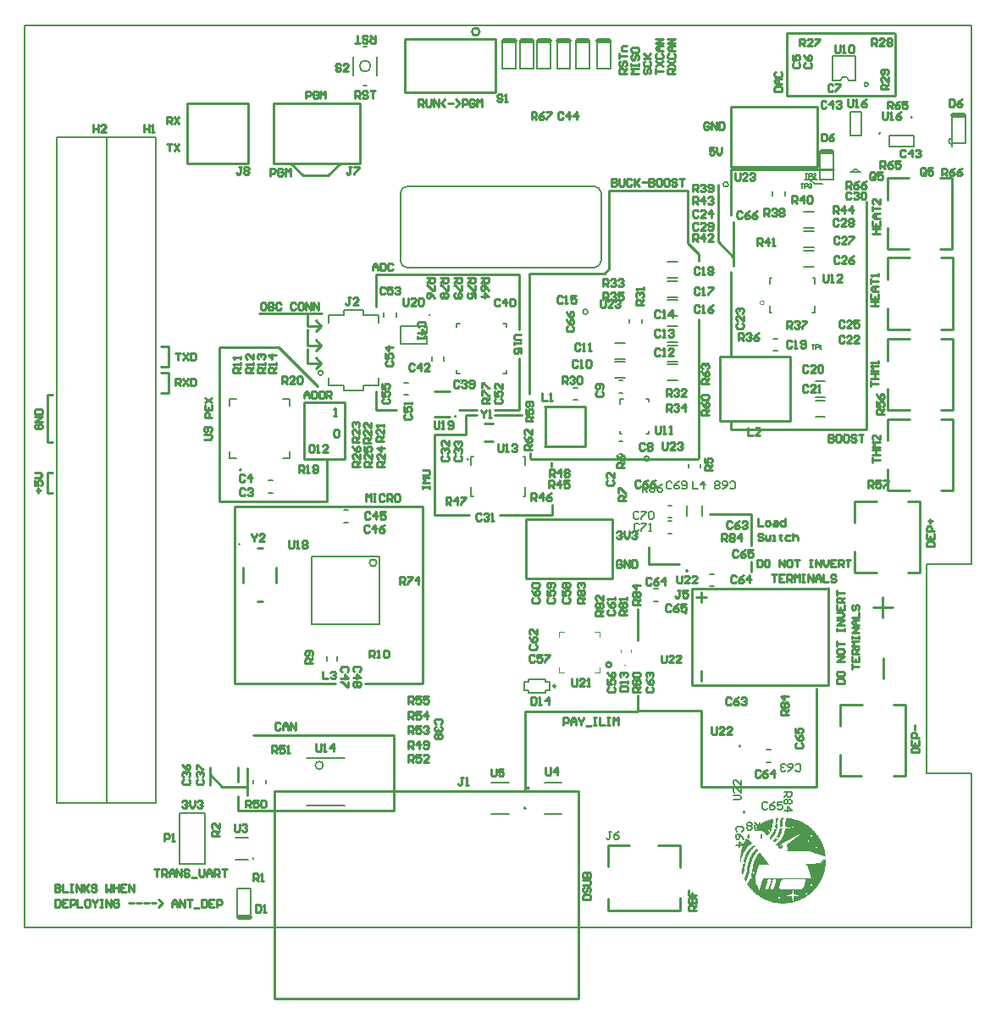
<source format=gto>
G04*
G04 #@! TF.GenerationSoftware,Altium Limited,Altium Designer,18.1.9 (240)*
G04*
G04 Layer_Color=65535*
%FSLAX44Y44*%
%MOMM*%
G71*
G01*
G75*
%ADD10C,0.2540*%
%ADD11C,0.2000*%
%ADD12C,0.0000*%
%ADD13C,0.1000*%
%ADD14C,0.1524*%
%ADD15C,0.2032*%
%ADD16C,0.1520*%
%ADD17C,0.1270*%
%ADD18C,0.1500*%
%ADD19C,0.5000*%
%ADD20C,0.1778*%
G36*
X758403Y109530D02*
X758652D01*
Y109282D01*
Y109034D01*
Y108786D01*
Y108538D01*
X758403D01*
Y108290D01*
Y108042D01*
Y107794D01*
Y107546D01*
Y107298D01*
X758155D01*
Y107050D01*
Y106802D01*
Y106553D01*
Y106305D01*
Y106057D01*
Y105809D01*
Y105561D01*
Y105313D01*
X757907D01*
Y105065D01*
Y104817D01*
Y104569D01*
Y104321D01*
Y104073D01*
Y103825D01*
Y103577D01*
Y103329D01*
Y103081D01*
Y102833D01*
Y102584D01*
Y102336D01*
Y102088D01*
Y101840D01*
Y101592D01*
Y101344D01*
Y101096D01*
X757659D01*
Y100848D01*
Y100600D01*
Y100352D01*
X756419D01*
Y100104D01*
X755179D01*
Y100352D01*
Y100600D01*
Y100848D01*
X755427D01*
Y101096D01*
Y101344D01*
Y101592D01*
Y101840D01*
Y102088D01*
Y102336D01*
Y102584D01*
Y102833D01*
Y103081D01*
Y103329D01*
Y103577D01*
Y103825D01*
Y104073D01*
Y104321D01*
Y104569D01*
Y104817D01*
Y105065D01*
X755675D01*
Y105313D01*
Y105561D01*
Y105809D01*
Y106057D01*
Y106305D01*
Y106553D01*
Y106802D01*
Y107050D01*
Y107298D01*
Y107546D01*
Y107794D01*
X755923D01*
Y108042D01*
Y108290D01*
Y108538D01*
Y108786D01*
Y109034D01*
Y109282D01*
X756171D01*
Y109530D01*
X756667D01*
Y109778D01*
X756915D01*
Y109530D01*
X757163D01*
Y109778D01*
X757411D01*
Y109530D01*
X757659D01*
Y109778D01*
X757907D01*
Y109530D01*
X758155D01*
Y109778D01*
X758403D01*
Y109530D01*
D02*
G37*
G36*
X764109Y109282D02*
X764357D01*
Y109034D01*
X764605D01*
Y109282D01*
X764853D01*
Y109034D01*
X766093D01*
Y108786D01*
X766341D01*
Y109034D01*
X766589D01*
Y108786D01*
X766837D01*
Y108538D01*
X767085D01*
Y108786D01*
X767334D01*
Y108538D01*
X768574D01*
Y108290D01*
X768822D01*
Y108538D01*
X769070D01*
Y108290D01*
X769318D01*
Y108042D01*
X770062D01*
Y107794D01*
X770310D01*
Y108042D01*
X770558D01*
Y107794D01*
X770806D01*
Y107546D01*
X771054D01*
Y107794D01*
X771302D01*
Y107546D01*
X772047D01*
Y107298D01*
X772295D01*
Y107050D01*
X772543D01*
Y107298D01*
X772791D01*
Y107050D01*
X773535D01*
Y106802D01*
X773783D01*
Y106553D01*
X774527D01*
Y106305D01*
X774775D01*
Y106553D01*
X775023D01*
Y106305D01*
X775271D01*
Y106057D01*
X776015D01*
Y105809D01*
X776264D01*
Y105561D01*
X777008D01*
Y105313D01*
X777256D01*
Y105065D01*
X778000D01*
Y104817D01*
X778248D01*
Y104569D01*
X778992D01*
Y104321D01*
X779240D01*
Y104073D01*
X779488D01*
Y103825D01*
X779736D01*
Y103577D01*
X780480D01*
Y103329D01*
X780729D01*
Y103081D01*
X781473D01*
Y102833D01*
X781721D01*
Y102584D01*
X781969D01*
Y102336D01*
X782217D01*
Y102088D01*
X782961D01*
Y101840D01*
X783209D01*
Y101592D01*
X783457D01*
Y101344D01*
X783705D01*
Y101096D01*
X783953D01*
Y100848D01*
X784449D01*
Y100600D01*
X784946D01*
Y100352D01*
X785194D01*
Y100104D01*
X785442D01*
Y99856D01*
X785690D01*
Y99608D01*
X785938D01*
Y99360D01*
X786186D01*
Y99112D01*
X786434D01*
Y98864D01*
X786682D01*
Y98616D01*
X787178D01*
Y98368D01*
Y98119D01*
X787674D01*
Y97871D01*
Y97623D01*
X788170D01*
Y97375D01*
Y97127D01*
X788666D01*
Y96879D01*
Y96631D01*
X789163D01*
Y96383D01*
Y96135D01*
X789659D01*
Y95887D01*
Y95639D01*
X790155D01*
Y95391D01*
Y95143D01*
X790403D01*
Y94895D01*
X790651D01*
Y94647D01*
X790899D01*
Y94399D01*
X791147D01*
Y94150D01*
X791395D01*
Y93903D01*
X791643D01*
Y93654D01*
X791891D01*
Y93406D01*
X792139D01*
Y93158D01*
X792387D01*
Y92910D01*
X792139D01*
Y92662D01*
X792387D01*
Y92414D01*
X792635D01*
Y92166D01*
X792883D01*
Y91918D01*
X793131D01*
Y91670D01*
X793380D01*
Y91422D01*
Y91174D01*
X793627D01*
Y90926D01*
Y90678D01*
X793876D01*
Y90430D01*
X794124D01*
Y90182D01*
X794372D01*
Y89934D01*
Y89686D01*
X794620D01*
Y89438D01*
Y89189D01*
X794868D01*
Y88941D01*
X795116D01*
Y88693D01*
X795364D01*
Y88445D01*
X795116D01*
Y88197D01*
X795364D01*
Y87949D01*
X795612D01*
Y87701D01*
X795860D01*
Y87453D01*
Y87205D01*
Y86957D01*
X796108D01*
Y86709D01*
X796356D01*
Y86461D01*
Y86213D01*
X796604D01*
Y85965D01*
Y85717D01*
X796852D01*
Y85469D01*
Y85220D01*
Y84972D01*
X797100D01*
Y84724D01*
X797348D01*
Y84476D01*
Y84228D01*
Y83980D01*
X797597D01*
Y83732D01*
X797844D01*
Y83484D01*
X797597D01*
Y83236D01*
X797844D01*
Y82988D01*
X798093D01*
Y82740D01*
Y82492D01*
Y82244D01*
X798341D01*
Y81996D01*
Y81748D01*
Y81500D01*
X798589D01*
Y81252D01*
Y81004D01*
Y80756D01*
X798837D01*
Y80507D01*
Y80259D01*
Y80011D01*
X799085D01*
Y79763D01*
X799333D01*
Y79515D01*
X799085D01*
Y79267D01*
X799333D01*
Y79019D01*
Y78771D01*
Y78523D01*
X799581D01*
Y78275D01*
Y78027D01*
Y77779D01*
X799829D01*
Y77531D01*
Y77283D01*
Y77035D01*
Y76787D01*
Y76539D01*
X800077D01*
Y76290D01*
Y76042D01*
Y75794D01*
X800325D01*
Y75546D01*
X800077D01*
Y75298D01*
X800325D01*
Y75050D01*
Y74802D01*
Y74554D01*
Y74306D01*
Y74058D01*
X800573D01*
Y73810D01*
Y73562D01*
Y73314D01*
X800821D01*
Y73066D01*
X800573D01*
Y72818D01*
X800821D01*
Y72570D01*
X800573D01*
Y72322D01*
X800821D01*
Y72073D01*
X800573D01*
Y71825D01*
X800821D01*
Y71577D01*
Y71329D01*
Y71081D01*
X799581D01*
Y71329D01*
X798837D01*
Y71577D01*
X798093D01*
Y71825D01*
X797348D01*
Y72073D01*
X796604D01*
Y72322D01*
X795860D01*
Y72570D01*
X794868D01*
Y72818D01*
X794124D01*
Y73066D01*
X793380D01*
Y73314D01*
X792635D01*
Y73562D01*
X791891D01*
Y73810D01*
X791147D01*
Y74058D01*
X790403D01*
Y74306D01*
X789659D01*
Y74554D01*
X788914D01*
Y74802D01*
X788418D01*
Y75050D01*
X787674D01*
Y75298D01*
X786930D01*
Y75546D01*
X785690D01*
Y75794D01*
X777752D01*
Y76042D01*
X768574D01*
Y76290D01*
X762124D01*
Y76539D01*
X762372D01*
Y76787D01*
X762620D01*
Y77035D01*
Y77283D01*
X762868D01*
Y77531D01*
Y77779D01*
Y78027D01*
Y78275D01*
Y78523D01*
X762620D01*
Y78771D01*
Y79019D01*
Y79267D01*
Y79515D01*
Y79763D01*
Y80011D01*
Y80259D01*
X762372D01*
Y80507D01*
Y80756D01*
Y81004D01*
Y81252D01*
Y81500D01*
X762124D01*
Y81748D01*
Y81996D01*
Y82244D01*
Y82492D01*
X762372D01*
Y82740D01*
Y82988D01*
X762620D01*
Y83236D01*
X763117D01*
Y83484D01*
X763365D01*
Y83732D01*
X763613D01*
Y83980D01*
X763861D01*
Y84228D01*
X764357D01*
Y84476D01*
X764605D01*
Y84724D01*
X764853D01*
Y84972D01*
X765349D01*
Y85220D01*
X765597D01*
Y85469D01*
X765845D01*
Y85717D01*
X766341D01*
Y85965D01*
X766589D01*
Y86213D01*
X766837D01*
Y86461D01*
X767334D01*
Y86709D01*
X767582D01*
Y86957D01*
X767830D01*
Y87205D01*
X768326D01*
Y87453D01*
X768574D01*
Y87701D01*
X768822D01*
Y87949D01*
X769318D01*
Y88197D01*
X769566D01*
Y88445D01*
X769814D01*
Y88693D01*
X770310D01*
Y88941D01*
X770558D01*
Y89189D01*
X770806D01*
Y89438D01*
X771302D01*
Y89686D01*
X771551D01*
Y89934D01*
X771798D01*
Y90182D01*
X772295D01*
Y90430D01*
X772543D01*
Y90678D01*
X772791D01*
Y90926D01*
X773287D01*
Y91174D01*
X773535D01*
Y91422D01*
X773783D01*
Y91670D01*
X774031D01*
Y91918D01*
X774279D01*
Y92166D01*
Y92414D01*
X774527D01*
Y92662D01*
X774775D01*
Y92910D01*
X774031D01*
Y92662D01*
X773535D01*
Y92414D01*
X773039D01*
Y92166D01*
X772543D01*
Y91918D01*
X772295D01*
Y91670D01*
X771798D01*
Y91422D01*
X771302D01*
Y91174D01*
X770806D01*
Y90926D01*
X770310D01*
Y90678D01*
X769814D01*
Y90430D01*
X769318D01*
Y90182D01*
X768822D01*
Y89934D01*
X768574D01*
Y89686D01*
X768078D01*
Y89438D01*
X767582D01*
Y89189D01*
X767085D01*
Y88941D01*
X766589D01*
Y88693D01*
X766093D01*
Y88445D01*
X765597D01*
Y88197D01*
X765101D01*
Y87949D01*
X764853D01*
Y87701D01*
X764357D01*
Y87453D01*
X763861D01*
Y87205D01*
X763365D01*
Y86957D01*
X762868D01*
Y86709D01*
X762372D01*
Y86461D01*
X761876D01*
Y86213D01*
X761380D01*
Y85965D01*
X761132D01*
Y85717D01*
X760636D01*
Y85469D01*
X760140D01*
Y85220D01*
X759644D01*
Y84972D01*
X759148D01*
Y84724D01*
X758652D01*
Y84476D01*
X758155D01*
Y84228D01*
X757907D01*
Y83980D01*
X757659D01*
Y83732D01*
X757411D01*
Y83484D01*
X757163D01*
Y83236D01*
X756915D01*
Y82988D01*
X756667D01*
Y82740D01*
X756419D01*
Y82492D01*
X755923D01*
Y82244D01*
X755675D01*
Y81996D01*
X755427D01*
Y81748D01*
X755179D01*
Y81500D01*
X754683D01*
Y81252D01*
Y81004D01*
X755179D01*
Y81252D01*
X755675D01*
Y81500D01*
X755923D01*
Y81748D01*
X756419D01*
Y81996D01*
X756915D01*
Y82244D01*
X757163D01*
Y82492D01*
X757659D01*
Y82244D01*
Y81996D01*
Y81748D01*
Y81500D01*
Y81252D01*
Y81004D01*
Y80756D01*
Y80507D01*
Y80259D01*
Y80011D01*
Y79763D01*
X757411D01*
Y79515D01*
Y79267D01*
Y79019D01*
X756915D01*
Y78771D01*
X756419D01*
Y78523D01*
X755675D01*
Y78771D01*
X754931D01*
Y79019D01*
X754683D01*
Y79267D01*
X754435D01*
Y79515D01*
X754186D01*
Y79763D01*
X753938D01*
Y80011D01*
X753690D01*
Y80259D01*
Y80507D01*
X753442D01*
Y80756D01*
X753194D01*
Y81004D01*
X752946D01*
Y81252D01*
X752698D01*
Y81500D01*
X752450D01*
Y81748D01*
X752202D01*
Y81996D01*
X751954D01*
Y82244D01*
X751706D01*
Y82492D01*
X751458D01*
Y82740D01*
X751210D01*
Y82988D01*
X751458D01*
Y83236D01*
X751706D01*
Y83484D01*
X751954D01*
Y83732D01*
X752450D01*
Y83980D01*
X752698D01*
Y84228D01*
X752946D01*
Y84476D01*
X753194D01*
Y84724D01*
X753442D01*
Y84972D01*
X753690D01*
Y85220D01*
X753938D01*
Y85469D01*
X754186D01*
Y85717D01*
X754435D01*
Y85965D01*
X754683D01*
Y86213D01*
X754931D01*
Y86461D01*
X755179D01*
Y86709D01*
X755427D01*
Y86957D01*
X755675D01*
Y87205D01*
X755923D01*
Y87453D01*
Y87701D01*
X756171D01*
Y87949D01*
X756419D01*
Y88197D01*
X756667D01*
Y88445D01*
Y88693D01*
X756915D01*
Y88941D01*
X757163D01*
Y89189D01*
Y89438D01*
X757411D01*
Y89686D01*
Y89934D01*
X757659D01*
Y90182D01*
Y90430D01*
X757907D01*
Y90678D01*
Y90926D01*
X758155D01*
Y91174D01*
X758403D01*
Y91422D01*
Y91670D01*
Y91918D01*
X758652D01*
Y92166D01*
Y92414D01*
X758900D01*
Y92662D01*
Y92910D01*
Y93158D01*
X759148D01*
Y93406D01*
Y93654D01*
Y93903D01*
X759396D01*
Y93654D01*
X759644D01*
Y93903D01*
Y94150D01*
Y94399D01*
Y94647D01*
Y94895D01*
Y95143D01*
Y95391D01*
X759892D01*
Y95639D01*
Y95887D01*
Y96135D01*
Y96383D01*
Y96631D01*
Y96879D01*
X760140D01*
Y97127D01*
Y97375D01*
Y97623D01*
Y97871D01*
Y98119D01*
Y98368D01*
Y98616D01*
Y98864D01*
X761876D01*
Y99112D01*
X763613D01*
Y99360D01*
X765349D01*
Y99608D01*
Y99856D01*
X764109D01*
Y100104D01*
X762372D01*
Y100352D01*
X760636D01*
Y100600D01*
X760388D01*
Y100848D01*
Y101096D01*
Y101344D01*
Y101592D01*
Y101840D01*
Y102088D01*
Y102336D01*
Y102584D01*
Y102833D01*
Y103081D01*
X760636D01*
Y103329D01*
Y103577D01*
Y103825D01*
Y104073D01*
Y104321D01*
Y104569D01*
Y104817D01*
Y105065D01*
Y105313D01*
Y105561D01*
Y105809D01*
X760884D01*
Y106057D01*
Y106305D01*
Y106553D01*
Y106802D01*
Y107050D01*
Y107298D01*
Y107546D01*
X761132D01*
Y107794D01*
Y108042D01*
Y108290D01*
Y108538D01*
X761380D01*
Y108786D01*
Y109034D01*
Y109282D01*
Y109530D01*
X762620D01*
Y109282D01*
X762868D01*
Y109530D01*
X763117D01*
Y109282D01*
X763365D01*
Y109530D01*
X763613D01*
Y109282D01*
X763861D01*
Y109530D01*
X764109D01*
Y109282D01*
D02*
G37*
G36*
X753194D02*
Y109034D01*
Y108786D01*
Y108538D01*
Y108290D01*
Y108042D01*
Y107794D01*
Y107546D01*
X752946D01*
Y107298D01*
Y107050D01*
Y106802D01*
Y106553D01*
Y106305D01*
Y106057D01*
Y105809D01*
Y105561D01*
Y105313D01*
Y105065D01*
Y104817D01*
X752450D01*
Y104569D01*
X752202D01*
Y104321D01*
Y104073D01*
Y103825D01*
Y103577D01*
X752450D01*
Y103329D01*
X752946D01*
Y103081D01*
X752698D01*
Y102833D01*
Y102584D01*
Y102336D01*
Y102088D01*
Y101840D01*
Y101592D01*
Y101344D01*
Y101096D01*
Y100848D01*
Y100600D01*
X752450D01*
Y100352D01*
Y100104D01*
Y99856D01*
Y99608D01*
Y99360D01*
Y99112D01*
Y98864D01*
X752202D01*
Y98616D01*
Y98368D01*
Y98119D01*
Y97871D01*
X751954D01*
Y97623D01*
Y97375D01*
Y97127D01*
Y96879D01*
X751706D01*
Y96631D01*
Y96383D01*
Y96135D01*
X751458D01*
Y95887D01*
Y95639D01*
X751210D01*
Y95391D01*
Y95143D01*
Y94895D01*
X750962D01*
Y94647D01*
Y94399D01*
X750714D01*
Y94150D01*
Y93903D01*
X750466D01*
Y93654D01*
Y93406D01*
X750218D01*
Y93158D01*
Y92910D01*
X749969D01*
Y92662D01*
X749721D01*
Y92414D01*
Y92166D01*
X749473D01*
Y91918D01*
X749225D01*
Y91670D01*
Y91422D01*
X748977D01*
Y91174D01*
X748729D01*
Y90926D01*
X748481D01*
Y90678D01*
Y90430D01*
X748233D01*
Y90182D01*
X747985D01*
Y89934D01*
X747737D01*
Y89686D01*
X747489D01*
Y89438D01*
X747241D01*
Y89189D01*
X746993D01*
Y88941D01*
X746745D01*
Y88693D01*
X746497D01*
Y88445D01*
X746001D01*
Y88197D01*
X745752D01*
Y88445D01*
X745505D01*
Y88693D01*
X745256D01*
Y88941D01*
X745008D01*
Y89189D01*
X744760D01*
Y89438D01*
X744512D01*
Y89686D01*
Y89934D01*
X744760D01*
Y90182D01*
X745008D01*
Y90430D01*
X745256D01*
Y90678D01*
X745505D01*
Y90926D01*
X745752D01*
Y91174D01*
X746001D01*
Y91422D01*
X746249D01*
Y91670D01*
Y91918D01*
X746497D01*
Y92166D01*
X746745D01*
Y92414D01*
X746993D01*
Y92662D01*
Y92910D01*
X747241D01*
Y93158D01*
X747489D01*
Y93406D01*
Y93654D01*
X747737D01*
Y93903D01*
X747985D01*
Y94150D01*
Y94399D01*
X748233D01*
Y94647D01*
Y94895D01*
X748481D01*
Y95143D01*
Y95391D01*
X748729D01*
Y95639D01*
Y95887D01*
X748977D01*
Y96135D01*
Y96383D01*
Y96631D01*
X749225D01*
Y96879D01*
Y97127D01*
X749473D01*
Y97375D01*
Y97623D01*
Y97871D01*
X749721D01*
Y98119D01*
Y98368D01*
X749969D01*
Y98119D01*
X750714D01*
Y98368D01*
X751210D01*
Y98616D01*
Y98864D01*
Y99112D01*
Y99360D01*
Y99608D01*
X750714D01*
Y99856D01*
X750218D01*
Y100104D01*
Y100352D01*
Y100600D01*
Y100848D01*
X750466D01*
Y101096D01*
Y101344D01*
Y101592D01*
Y101840D01*
Y102088D01*
Y102336D01*
X750714D01*
Y102584D01*
Y102833D01*
Y103081D01*
Y103329D01*
Y103577D01*
Y103825D01*
Y104073D01*
Y104321D01*
Y104569D01*
Y104817D01*
Y105065D01*
X750962D01*
Y105313D01*
Y105561D01*
Y105809D01*
Y106057D01*
Y106305D01*
Y106553D01*
Y106802D01*
Y107050D01*
Y107298D01*
Y107546D01*
Y107794D01*
Y108042D01*
Y108290D01*
Y108538D01*
Y108786D01*
X751210D01*
Y109034D01*
Y109282D01*
X751458D01*
Y109034D01*
X751706D01*
Y109282D01*
X752946D01*
Y109530D01*
X753194D01*
Y109282D01*
D02*
G37*
G36*
X748233Y108290D02*
Y108042D01*
Y107794D01*
Y107546D01*
Y107298D01*
Y107050D01*
Y106802D01*
Y106553D01*
Y106305D01*
Y106057D01*
Y105809D01*
Y105561D01*
Y105313D01*
Y105065D01*
Y104817D01*
Y104569D01*
Y104321D01*
Y104073D01*
X747985D01*
Y103825D01*
Y103577D01*
Y103329D01*
Y103081D01*
Y102833D01*
Y102584D01*
Y102336D01*
Y102088D01*
X747737D01*
Y101840D01*
Y101592D01*
Y101344D01*
Y101096D01*
Y100848D01*
Y100600D01*
X747489D01*
Y100352D01*
Y100104D01*
Y99856D01*
Y99608D01*
X747241D01*
Y99360D01*
Y99112D01*
Y98864D01*
X746993D01*
Y98616D01*
Y98368D01*
Y98119D01*
X746745D01*
Y97871D01*
Y97623D01*
X746497D01*
Y97375D01*
Y97127D01*
Y96879D01*
X746249D01*
Y96631D01*
Y96383D01*
X746001D01*
Y96135D01*
Y95887D01*
X745752D01*
Y95639D01*
Y95391D01*
X745505D01*
Y95143D01*
Y94895D01*
X745256D01*
Y94647D01*
X745008D01*
Y94399D01*
Y94150D01*
X744760D01*
Y93903D01*
X744512D01*
Y93654D01*
X744264D01*
Y93406D01*
Y93158D01*
X744016D01*
Y92910D01*
X743768D01*
Y92662D01*
X743520D01*
Y92414D01*
X743272D01*
Y92166D01*
X743024D01*
Y91918D01*
X742776D01*
Y91670D01*
X742280D01*
Y91918D01*
X742032D01*
Y92166D01*
X741784D01*
Y92414D01*
X741536D01*
Y92662D01*
X741288D01*
Y92910D01*
X741039D01*
Y93158D01*
X740791D01*
Y93406D01*
X740543D01*
Y93654D01*
X740295D01*
Y93903D01*
X740047D01*
Y94150D01*
X739799D01*
Y94399D01*
X739551D01*
Y94647D01*
X739303D01*
Y94895D01*
X739055D01*
Y95143D01*
X738807D01*
Y95391D01*
X738311D01*
Y95639D01*
X738063D01*
Y95887D01*
X737567D01*
Y96135D01*
X737070D01*
Y96383D01*
X736574D01*
Y96631D01*
X735830D01*
Y96879D01*
X735334D01*
Y97127D01*
X734838D01*
Y97375D01*
X734342D01*
Y97623D01*
X733846D01*
Y97871D01*
X733102D01*
Y98119D01*
X732606D01*
Y98368D01*
X732109D01*
Y98616D01*
X731365D01*
Y98864D01*
X730869D01*
Y99112D01*
X730373D01*
Y99360D01*
X730621D01*
Y99608D01*
X730869D01*
Y99856D01*
X731117D01*
Y100104D01*
X731365D01*
Y100352D01*
X731613D01*
Y100600D01*
X731861D01*
Y100848D01*
X732109D01*
Y101096D01*
X732854D01*
Y101344D01*
X733102D01*
Y101592D01*
X733350D01*
Y101840D01*
X733598D01*
Y102088D01*
X734094D01*
Y102336D01*
X734342D01*
Y102584D01*
X734838D01*
Y102833D01*
X735086D01*
Y103081D01*
X735830D01*
Y103329D01*
X736078D01*
Y103577D01*
X736326D01*
Y103825D01*
X736574D01*
Y104073D01*
X737319D01*
Y104321D01*
X737567D01*
Y104569D01*
X738311D01*
Y104817D01*
X738559D01*
Y105065D01*
X739303D01*
Y105313D01*
X739551D01*
Y105561D01*
X740295D01*
Y105809D01*
X740543D01*
Y106057D01*
X741288D01*
Y106305D01*
X741536D01*
Y106553D01*
X741784D01*
Y106305D01*
X742032D01*
Y106553D01*
X742776D01*
Y106802D01*
X743024D01*
Y107050D01*
X743768D01*
Y107298D01*
X744016D01*
Y107546D01*
X744264D01*
Y107298D01*
X744512D01*
Y107546D01*
X745256D01*
Y107794D01*
X746001D01*
Y108042D01*
X747241D01*
Y108290D01*
X747489D01*
Y108538D01*
X747737D01*
Y108290D01*
X747985D01*
Y108538D01*
X748233D01*
Y108290D01*
D02*
G37*
G36*
X722931Y90926D02*
X723179D01*
Y90678D01*
Y90430D01*
X723427D01*
Y90182D01*
X723675D01*
Y89934D01*
Y89686D01*
X723427D01*
Y89934D01*
X722683D01*
Y90182D01*
X722435D01*
Y90430D01*
X722683D01*
Y90678D01*
Y90926D01*
Y91174D01*
X722931D01*
Y90926D01*
D02*
G37*
G36*
X756915Y98864D02*
X757659D01*
Y98616D01*
Y98368D01*
X757411D01*
Y98119D01*
Y97871D01*
Y97623D01*
Y97375D01*
Y97127D01*
Y96879D01*
X757163D01*
Y96631D01*
Y96383D01*
Y96135D01*
Y95887D01*
Y95639D01*
X756915D01*
Y95391D01*
Y95143D01*
Y94895D01*
X756667D01*
Y94647D01*
Y94399D01*
Y94150D01*
X756419D01*
Y93903D01*
Y93654D01*
Y93406D01*
X756171D01*
Y93158D01*
Y92910D01*
X755923D01*
Y92662D01*
Y92414D01*
Y92166D01*
X755675D01*
Y91918D01*
Y91670D01*
X755427D01*
Y91422D01*
Y91174D01*
X755179D01*
Y90926D01*
X754931D01*
Y90678D01*
Y90430D01*
X754683D01*
Y90182D01*
Y89934D01*
X754435D01*
Y89686D01*
X754186D01*
Y89438D01*
X753938D01*
Y89189D01*
Y88941D01*
X753690D01*
Y88693D01*
X753442D01*
Y88445D01*
X753194D01*
Y88197D01*
X752946D01*
Y87949D01*
X752698D01*
Y87701D01*
X752450D01*
Y87453D01*
Y87205D01*
X751954D01*
Y86957D01*
X751706D01*
Y86709D01*
X751458D01*
Y86461D01*
X751210D01*
Y86213D01*
X750962D01*
Y85965D01*
X750714D01*
Y85717D01*
X750218D01*
Y85469D01*
X749969D01*
Y85220D01*
X749473D01*
Y84972D01*
X748977D01*
Y85220D01*
X748729D01*
Y85469D01*
X748481D01*
Y85717D01*
X748233D01*
Y85965D01*
X747985D01*
Y86213D01*
X747737D01*
Y86461D01*
X747985D01*
Y86709D01*
X748481D01*
Y86957D01*
X748729D01*
Y87205D01*
X748977D01*
Y87453D01*
X749225D01*
Y87701D01*
X749473D01*
Y87949D01*
X749721D01*
Y88197D01*
X749969D01*
Y88445D01*
X750218D01*
Y88693D01*
Y88941D01*
X750466D01*
Y89189D01*
X750714D01*
Y89438D01*
X750962D01*
Y89686D01*
X751210D01*
Y89934D01*
Y90182D01*
X751458D01*
Y90430D01*
X751706D01*
Y90678D01*
X751954D01*
Y90926D01*
Y91174D01*
X752202D01*
Y91422D01*
Y91670D01*
X752450D01*
Y91918D01*
X752698D01*
Y92166D01*
Y92414D01*
X752946D01*
Y92662D01*
Y92910D01*
X753194D01*
Y93158D01*
Y93406D01*
X753442D01*
Y93654D01*
Y93903D01*
X753690D01*
Y94150D01*
Y94399D01*
Y94647D01*
X753938D01*
Y94895D01*
Y95143D01*
Y95391D01*
X754186D01*
Y95639D01*
Y95887D01*
Y96135D01*
X754435D01*
Y96383D01*
Y96631D01*
Y96879D01*
X754683D01*
Y97127D01*
Y97375D01*
Y97623D01*
Y97871D01*
X754931D01*
Y98119D01*
Y98368D01*
Y98616D01*
Y98864D01*
Y99112D01*
X756915D01*
Y98864D01*
D02*
G37*
G36*
X801069Y69593D02*
Y69345D01*
Y69097D01*
Y68849D01*
Y68601D01*
X800573D01*
Y68849D01*
X799829D01*
Y69097D01*
X798837D01*
Y69345D01*
X799581D01*
Y69593D01*
X800821D01*
Y69841D01*
X801069D01*
Y69593D01*
D02*
G37*
G36*
X722187Y88941D02*
X722435D01*
Y88693D01*
X722683D01*
Y88445D01*
X722931D01*
Y88197D01*
X723179D01*
Y87949D01*
X723427D01*
Y87701D01*
X723675D01*
Y87453D01*
X723923D01*
Y87205D01*
X724172D01*
Y86957D01*
X724420D01*
Y86709D01*
X724668D01*
Y86461D01*
X724916D01*
Y86213D01*
X725164D01*
Y85965D01*
X725412D01*
Y85717D01*
X725660D01*
Y85469D01*
X725908D01*
Y85220D01*
X726156D01*
Y84972D01*
X726404D01*
Y84724D01*
X726652D01*
Y84476D01*
X726900D01*
Y84228D01*
X727148D01*
Y83980D01*
X727396D01*
Y83732D01*
X726900D01*
Y83484D01*
X726652D01*
Y83236D01*
X726156D01*
Y82988D01*
X725908D01*
Y82740D01*
X725412D01*
Y82492D01*
X725164D01*
Y82244D01*
X724916D01*
Y81996D01*
X724668D01*
Y81748D01*
X724172D01*
Y81500D01*
X723923D01*
Y81252D01*
X723675D01*
Y81004D01*
X723427D01*
Y80756D01*
X723179D01*
Y80507D01*
X722931D01*
Y80259D01*
X722683D01*
Y80011D01*
X722435D01*
Y79763D01*
X722187D01*
Y79515D01*
Y79267D01*
X721939D01*
Y79019D01*
X721691D01*
Y78771D01*
X721443D01*
Y78523D01*
Y78275D01*
X721195D01*
Y78027D01*
X720947D01*
Y77779D01*
X720699D01*
Y77531D01*
Y77283D01*
X720451D01*
Y77035D01*
X720203D01*
Y76787D01*
Y76539D01*
X719955D01*
Y76290D01*
Y76042D01*
X719707D01*
Y75794D01*
Y75546D01*
X719458D01*
Y75298D01*
X719210D01*
Y75050D01*
Y74802D01*
X718962D01*
Y74554D01*
Y74306D01*
X718714D01*
Y74058D01*
Y73810D01*
X718466D01*
Y73562D01*
Y73314D01*
Y73066D01*
X718218D01*
Y72818D01*
Y72570D01*
X717970D01*
Y72322D01*
Y72073D01*
Y71825D01*
X717722D01*
Y71577D01*
Y71329D01*
X717474D01*
Y71081D01*
Y70833D01*
Y70585D01*
X717226D01*
Y70337D01*
Y70089D01*
Y69841D01*
X716978D01*
Y69593D01*
Y69345D01*
Y69097D01*
X716730D01*
Y68849D01*
Y68601D01*
Y68353D01*
Y68105D01*
X716482D01*
Y67856D01*
Y67608D01*
Y67360D01*
Y67112D01*
X716234D01*
Y66864D01*
Y66616D01*
Y66368D01*
Y66120D01*
X715986D01*
Y65872D01*
Y65624D01*
Y65376D01*
Y65128D01*
X715738D01*
Y64880D01*
Y64632D01*
Y64384D01*
Y64136D01*
Y63888D01*
X715490D01*
Y64136D01*
Y64384D01*
Y64632D01*
X715241D01*
Y64880D01*
X715490D01*
Y65128D01*
X715241D01*
Y65376D01*
X715490D01*
Y65624D01*
X715241D01*
Y65872D01*
X715490D01*
Y66120D01*
X715241D01*
Y66368D01*
X715490D01*
Y66616D01*
X715241D01*
Y66864D01*
X715490D01*
Y67112D01*
X715241D01*
Y67360D01*
X715490D01*
Y67608D01*
X715241D01*
Y67856D01*
X715490D01*
Y68105D01*
X715241D01*
Y68353D01*
X715490D01*
Y68601D01*
X715241D01*
Y68849D01*
X715490D01*
Y69097D01*
Y69345D01*
Y69593D01*
X715241D01*
Y69841D01*
X715490D01*
Y70089D01*
Y70337D01*
Y70585D01*
Y70833D01*
Y71081D01*
X715738D01*
Y71329D01*
X715490D01*
Y71577D01*
X715738D01*
Y71825D01*
Y72073D01*
Y72322D01*
X715986D01*
Y72570D01*
X715738D01*
Y72818D01*
X715986D01*
Y73066D01*
X715738D01*
Y73314D01*
X715986D01*
Y73562D01*
X715738D01*
Y73810D01*
X715986D01*
Y74058D01*
Y74306D01*
Y74554D01*
X716234D01*
Y74802D01*
Y75050D01*
Y75298D01*
Y75546D01*
Y75794D01*
X716482D01*
Y76042D01*
X716234D01*
Y76290D01*
X716482D01*
Y76539D01*
Y76787D01*
Y77035D01*
X716730D01*
Y77283D01*
Y77531D01*
Y77779D01*
X716978D01*
Y78027D01*
X716730D01*
Y78275D01*
X716978D01*
Y78523D01*
Y78771D01*
Y79019D01*
X717226D01*
Y79267D01*
Y79515D01*
Y79763D01*
X717474D01*
Y80011D01*
Y80259D01*
Y80507D01*
X717722D01*
Y80756D01*
Y81004D01*
Y81252D01*
X717970D01*
Y81500D01*
Y81748D01*
Y81996D01*
X718218D01*
Y82244D01*
X718466D01*
Y82492D01*
X718218D01*
Y82740D01*
X718466D01*
Y82988D01*
X718714D01*
Y83236D01*
Y83484D01*
Y83732D01*
X718962D01*
Y83980D01*
Y84228D01*
X719210D01*
Y84476D01*
Y84724D01*
X719458D01*
Y84972D01*
Y85220D01*
Y85469D01*
X719707D01*
Y85717D01*
X719955D01*
Y85965D01*
Y86213D01*
Y86461D01*
X720203D01*
Y86709D01*
X720451D01*
Y86957D01*
Y87205D01*
Y87453D01*
X720699D01*
Y87701D01*
X720947D01*
Y87949D01*
Y88197D01*
X721195D01*
Y88445D01*
Y88693D01*
X721443D01*
Y88941D01*
X721691D01*
Y89189D01*
X722187D01*
Y88941D01*
D02*
G37*
G36*
X729629Y81500D02*
X729877D01*
Y81252D01*
X730125D01*
Y81004D01*
X730373D01*
Y80756D01*
Y80507D01*
X730125D01*
Y80259D01*
X729629D01*
Y80011D01*
X729381D01*
Y79763D01*
X729133D01*
Y79515D01*
X728885D01*
Y79267D01*
X728637D01*
Y79019D01*
X728389D01*
Y78771D01*
X728140D01*
Y78523D01*
X727892D01*
Y78275D01*
X727644D01*
Y78027D01*
X727396D01*
Y77779D01*
X727148D01*
Y77531D01*
X726900D01*
Y77283D01*
X726652D01*
Y77035D01*
X726404D01*
Y76787D01*
Y76539D01*
X726156D01*
Y76290D01*
X725908D01*
Y76042D01*
X725660D01*
Y75794D01*
Y75546D01*
X725412D01*
Y75298D01*
X725164D01*
Y75050D01*
Y74802D01*
X724916D01*
Y74554D01*
X724668D01*
Y74306D01*
Y74058D01*
X724420D01*
Y73810D01*
Y73562D01*
X724172D01*
Y73314D01*
X723923D01*
Y73066D01*
Y72818D01*
X723675D01*
Y72570D01*
Y72322D01*
X723427D01*
Y72073D01*
Y71825D01*
Y71577D01*
X723179D01*
Y71329D01*
Y71081D01*
X722931D01*
Y70833D01*
Y70585D01*
X722683D01*
Y70337D01*
Y70089D01*
Y69841D01*
X722435D01*
Y69593D01*
Y69345D01*
X722187D01*
Y69097D01*
Y68849D01*
Y68601D01*
X721939D01*
Y68353D01*
Y68105D01*
Y67856D01*
X721691D01*
Y67608D01*
Y67360D01*
Y67112D01*
X721443D01*
Y66864D01*
Y66616D01*
Y66368D01*
Y66120D01*
X721195D01*
Y65872D01*
Y65624D01*
Y65376D01*
X720947D01*
Y65128D01*
Y64880D01*
Y64632D01*
Y64384D01*
X720699D01*
Y64136D01*
Y63888D01*
Y63640D01*
Y63391D01*
Y63144D01*
X720451D01*
Y62895D01*
Y62647D01*
Y62399D01*
Y62151D01*
Y61903D01*
X720203D01*
Y61655D01*
Y61407D01*
Y61159D01*
Y60911D01*
Y60663D01*
X719955D01*
Y60415D01*
Y60167D01*
Y59919D01*
Y59671D01*
Y59423D01*
Y59174D01*
X719707D01*
Y58927D01*
Y58678D01*
Y58430D01*
Y58182D01*
Y57934D01*
Y57686D01*
Y57438D01*
X719458D01*
Y57190D01*
Y56942D01*
Y56694D01*
Y56446D01*
Y56198D01*
X719210D01*
Y55950D01*
Y55702D01*
Y55454D01*
Y55206D01*
X718962D01*
Y54957D01*
Y54710D01*
Y54461D01*
Y54213D01*
X718714D01*
Y53965D01*
Y53717D01*
Y53469D01*
X718466D01*
Y53221D01*
Y52973D01*
Y52725D01*
X718218D01*
Y52477D01*
Y52229D01*
X717722D01*
Y52477D01*
X717970D01*
Y52725D01*
X717722D01*
Y52973D01*
Y53221D01*
Y53469D01*
X717474D01*
Y53717D01*
X717226D01*
Y53965D01*
X717474D01*
Y54213D01*
X717226D01*
Y54461D01*
Y54710D01*
Y54957D01*
X716978D01*
Y55206D01*
X716730D01*
Y55454D01*
X716978D01*
Y55702D01*
X716730D01*
Y55950D01*
Y56198D01*
X716978D01*
Y56446D01*
Y56694D01*
Y56942D01*
X717226D01*
Y57190D01*
Y57438D01*
Y57686D01*
Y57934D01*
X717474D01*
Y58182D01*
Y58430D01*
Y58678D01*
Y58927D01*
Y59174D01*
Y59423D01*
X717722D01*
Y59671D01*
Y59919D01*
Y60167D01*
Y60415D01*
Y60663D01*
Y60911D01*
X717970D01*
Y61159D01*
Y61407D01*
Y61655D01*
Y61903D01*
Y62151D01*
Y62399D01*
Y62647D01*
X718218D01*
Y62895D01*
Y63144D01*
Y63391D01*
Y63640D01*
X718466D01*
Y63391D01*
X719210D01*
Y63640D01*
X719458D01*
Y63888D01*
X719707D01*
Y64136D01*
Y64384D01*
Y64632D01*
X719458D01*
Y64880D01*
X719210D01*
Y65128D01*
X718714D01*
Y65376D01*
Y65624D01*
Y65872D01*
Y66120D01*
X718962D01*
Y66368D01*
Y66616D01*
Y66864D01*
Y67112D01*
X719210D01*
Y67360D01*
Y67608D01*
Y67856D01*
X719458D01*
Y68105D01*
Y68353D01*
Y68601D01*
Y68849D01*
X719707D01*
Y69097D01*
Y69345D01*
Y69593D01*
X719955D01*
Y69841D01*
Y70089D01*
Y70337D01*
X720203D01*
Y70585D01*
Y70833D01*
Y71081D01*
X720451D01*
Y71329D01*
Y71577D01*
X720699D01*
Y71825D01*
Y72073D01*
X720947D01*
Y72322D01*
Y72570D01*
Y72818D01*
X721195D01*
Y73066D01*
Y73314D01*
X721443D01*
Y73562D01*
Y73810D01*
X721691D01*
Y74058D01*
Y74306D01*
X721939D01*
Y74554D01*
Y74802D01*
X722187D01*
Y75050D01*
X722435D01*
Y75298D01*
Y75546D01*
X722683D01*
Y75794D01*
X722931D01*
Y76042D01*
Y76290D01*
X723179D01*
Y76539D01*
X723427D01*
Y76787D01*
Y77035D01*
X723675D01*
Y77283D01*
X723923D01*
Y77531D01*
X724172D01*
Y77779D01*
Y78027D01*
X724420D01*
Y78275D01*
X724668D01*
Y78523D01*
X724916D01*
Y78771D01*
X725164D01*
Y79019D01*
X725412D01*
Y79267D01*
X725660D01*
Y79515D01*
X725908D01*
Y79763D01*
X726404D01*
Y80011D01*
X726652D01*
Y80259D01*
X726900D01*
Y80507D01*
X727148D01*
Y80756D01*
X727644D01*
Y81004D01*
X727892D01*
Y81252D01*
X728389D01*
Y81500D01*
X728885D01*
Y81748D01*
X729629D01*
Y81500D01*
D02*
G37*
G36*
X735334Y74554D02*
Y74306D01*
X735582D01*
Y74058D01*
X735830D01*
Y73810D01*
X736078D01*
Y73562D01*
X736326D01*
Y73314D01*
Y73066D01*
X736574D01*
Y72818D01*
X736823D01*
Y72570D01*
X737070D01*
Y72322D01*
X737319D01*
Y72073D01*
Y71825D01*
X737567D01*
Y71577D01*
X737815D01*
Y71329D01*
X738063D01*
Y71081D01*
X738311D01*
Y70833D01*
Y70585D01*
X738559D01*
Y70337D01*
X738807D01*
Y70089D01*
X739055D01*
Y69841D01*
X739303D01*
Y69593D01*
Y69345D01*
X739551D01*
Y69097D01*
X739799D01*
Y68849D01*
X740047D01*
Y68601D01*
Y68353D01*
X740295D01*
Y68105D01*
X740543D01*
Y67856D01*
X740791D01*
Y67608D01*
X741039D01*
Y67360D01*
Y67112D01*
X741288D01*
Y66864D01*
X741536D01*
Y66616D01*
X741784D01*
Y66368D01*
X742032D01*
Y66120D01*
Y65872D01*
X742280D01*
Y65624D01*
X742528D01*
Y65376D01*
X742776D01*
Y65128D01*
X743024D01*
Y64880D01*
Y64632D01*
X743272D01*
Y64384D01*
X743520D01*
Y64136D01*
X743768D01*
Y63888D01*
X744016D01*
Y63640D01*
Y63391D01*
X744264D01*
Y63144D01*
X744512D01*
Y62895D01*
X744760D01*
Y62647D01*
X745008D01*
Y62399D01*
X744760D01*
Y62647D01*
X734342D01*
Y62399D01*
X734094D01*
Y62151D01*
Y61903D01*
Y61655D01*
X733846D01*
Y61407D01*
Y61159D01*
Y60911D01*
Y60663D01*
X733598D01*
Y60415D01*
Y60167D01*
Y59919D01*
X733350D01*
Y59671D01*
Y59423D01*
Y59174D01*
X733102D01*
Y58927D01*
Y58678D01*
Y58430D01*
X732854D01*
Y58182D01*
Y57934D01*
Y57686D01*
Y57438D01*
X732606D01*
Y57190D01*
Y56942D01*
Y56694D01*
X732357D01*
Y56446D01*
Y56198D01*
Y55950D01*
X732109D01*
Y55702D01*
Y55454D01*
Y55206D01*
X731861D01*
Y54957D01*
Y54710D01*
Y54461D01*
Y54213D01*
X731613D01*
Y53965D01*
Y53717D01*
Y53469D01*
X731365D01*
Y53221D01*
Y52973D01*
Y52725D01*
X731117D01*
Y52477D01*
Y52229D01*
Y51981D01*
X730869D01*
Y51733D01*
Y51485D01*
Y51237D01*
Y50989D01*
X730621D01*
Y50741D01*
Y50493D01*
Y50244D01*
X730373D01*
Y49996D01*
Y49748D01*
Y49500D01*
Y49252D01*
Y49004D01*
X730621D01*
Y48756D01*
Y48508D01*
Y48260D01*
X730869D01*
Y48012D01*
Y47764D01*
Y47516D01*
Y47268D01*
X731117D01*
Y47020D01*
Y46772D01*
Y46524D01*
X731365D01*
Y46276D01*
Y46027D01*
Y45780D01*
Y45531D01*
X731117D01*
Y45283D01*
Y45035D01*
Y44787D01*
Y44539D01*
Y44291D01*
X731365D01*
Y44043D01*
Y43795D01*
Y43547D01*
X731613D01*
Y43299D01*
Y43051D01*
Y42803D01*
Y42555D01*
X731861D01*
Y42307D01*
X732606D01*
Y42059D01*
Y41811D01*
X732854D01*
Y41562D01*
Y41314D01*
Y41066D01*
X733102D01*
Y40818D01*
Y40570D01*
Y40322D01*
Y40074D01*
X733350D01*
Y39826D01*
Y39578D01*
Y39330D01*
X733598D01*
Y39082D01*
Y38834D01*
Y38586D01*
X733846D01*
Y38338D01*
Y38090D01*
Y37842D01*
X734094D01*
Y37594D01*
Y37345D01*
Y37097D01*
Y36849D01*
X734590D01*
Y37097D01*
Y37345D01*
X734838D01*
Y37594D01*
Y37842D01*
Y38090D01*
Y38338D01*
X735086D01*
Y38586D01*
Y38834D01*
Y39082D01*
X735334D01*
Y39330D01*
Y39578D01*
Y39826D01*
X735582D01*
Y40074D01*
Y40322D01*
Y40570D01*
X735830D01*
Y40818D01*
Y41066D01*
Y41314D01*
X736078D01*
Y41562D01*
Y41811D01*
Y42059D01*
Y42307D01*
X736326D01*
Y42555D01*
Y42803D01*
Y43051D01*
X736574D01*
Y43299D01*
Y43547D01*
Y43795D01*
X736823D01*
Y44043D01*
Y44291D01*
Y44539D01*
X737070D01*
Y44787D01*
Y45035D01*
Y45283D01*
Y45531D01*
X737319D01*
Y45780D01*
Y46027D01*
Y46276D01*
X737567D01*
Y46524D01*
Y46772D01*
Y47020D01*
X737815D01*
Y47268D01*
Y47516D01*
Y47764D01*
X738063D01*
Y48012D01*
Y48260D01*
Y48508D01*
Y48756D01*
X738311D01*
Y49004D01*
Y49252D01*
Y49500D01*
X786434D01*
Y49748D01*
X786186D01*
Y49996D01*
Y50244D01*
Y50493D01*
X785938D01*
Y50741D01*
Y50989D01*
Y51237D01*
Y51485D01*
X785690D01*
Y51733D01*
Y51981D01*
Y52229D01*
X785442D01*
Y52477D01*
Y52725D01*
Y52973D01*
X785194D01*
Y53221D01*
Y53469D01*
Y53717D01*
X784946D01*
Y53965D01*
Y54213D01*
Y54461D01*
Y54710D01*
X784697D01*
Y54957D01*
Y55206D01*
Y55454D01*
X784449D01*
Y55702D01*
Y55950D01*
Y56198D01*
X784201D01*
Y56446D01*
Y56694D01*
Y56942D01*
X783953D01*
Y57190D01*
Y57438D01*
Y57686D01*
Y57934D01*
X783705D01*
Y58182D01*
Y58430D01*
Y58678D01*
X783457D01*
Y58927D01*
Y59174D01*
Y59423D01*
X783209D01*
Y59671D01*
Y59919D01*
Y60167D01*
X782961D01*
Y60415D01*
Y60663D01*
Y60911D01*
Y61159D01*
X782713D01*
Y61407D01*
Y61655D01*
Y61903D01*
X782465D01*
Y62151D01*
Y62399D01*
X782217D01*
Y62647D01*
X779240D01*
Y62895D01*
X780480D01*
Y63144D01*
X781473D01*
Y63391D01*
X783705D01*
Y63640D01*
X787426D01*
Y63888D01*
X790899D01*
Y64136D01*
X794372D01*
Y64384D01*
X796604D01*
Y64632D01*
Y64880D01*
X796356D01*
Y65128D01*
X795860D01*
Y65376D01*
X795612D01*
Y65624D01*
X795364D01*
Y65872D01*
X795116D01*
Y66120D01*
X795364D01*
Y65872D01*
X797844D01*
Y65624D01*
X799829D01*
Y65872D01*
Y66120D01*
X799085D01*
Y66368D01*
X798837D01*
Y66616D01*
X798341D01*
Y66864D01*
X798093D01*
Y67112D01*
X797597D01*
Y67360D01*
X797100D01*
Y67608D01*
X800821D01*
Y67360D01*
X801317D01*
Y67112D01*
X801069D01*
Y66864D01*
X801317D01*
Y66616D01*
X801069D01*
Y66368D01*
X801317D01*
Y66120D01*
X801069D01*
Y65872D01*
Y65624D01*
Y65376D01*
Y65128D01*
Y64880D01*
Y64632D01*
Y64384D01*
Y64136D01*
Y63888D01*
Y63640D01*
Y63391D01*
X800821D01*
Y63144D01*
Y62895D01*
Y62647D01*
X801069D01*
Y62399D01*
X800821D01*
Y62151D01*
Y61903D01*
Y61655D01*
Y61407D01*
Y61159D01*
X800573D01*
Y60911D01*
X800821D01*
Y60663D01*
X800573D01*
Y60415D01*
Y60167D01*
Y59919D01*
Y59671D01*
Y59423D01*
X800325D01*
Y59174D01*
Y58927D01*
Y58678D01*
X800077D01*
Y58430D01*
X800325D01*
Y58182D01*
X800077D01*
Y57934D01*
X800325D01*
Y57686D01*
X800077D01*
Y57438D01*
Y57190D01*
Y56942D01*
X799829D01*
Y56694D01*
Y56446D01*
Y56198D01*
X799581D01*
Y55950D01*
X799829D01*
Y55702D01*
X799581D01*
Y55454D01*
Y55206D01*
Y54957D01*
X799333D01*
Y54710D01*
Y54461D01*
Y54213D01*
X799085D01*
Y53965D01*
Y53717D01*
Y53469D01*
X798837D01*
Y53221D01*
X798589D01*
Y52973D01*
X798837D01*
Y52725D01*
X798589D01*
Y52477D01*
Y52229D01*
Y51981D01*
X798341D01*
Y51733D01*
Y51485D01*
Y51237D01*
X798093D01*
Y50989D01*
Y50741D01*
Y50493D01*
X797844D01*
Y50244D01*
X797597D01*
Y49996D01*
X797844D01*
Y49748D01*
X797597D01*
Y49500D01*
X797348D01*
Y49252D01*
X797100D01*
Y49004D01*
X797348D01*
Y48756D01*
X797100D01*
Y48508D01*
X796852D01*
Y48260D01*
X796604D01*
Y48012D01*
X796852D01*
Y47764D01*
X796604D01*
Y47516D01*
X796356D01*
Y47268D01*
Y47020D01*
Y46772D01*
X796108D01*
Y46524D01*
X795860D01*
Y46276D01*
X795612D01*
Y46027D01*
X795860D01*
Y45780D01*
X795612D01*
Y45531D01*
X795364D01*
Y45283D01*
X795116D01*
Y45035D01*
Y44787D01*
Y44539D01*
X794868D01*
Y44291D01*
X794620D01*
Y44043D01*
X794372D01*
Y43795D01*
X794124D01*
Y43547D01*
X794372D01*
Y43299D01*
X794124D01*
Y43051D01*
X793876D01*
Y42803D01*
X793627D01*
Y42555D01*
X793380D01*
Y42307D01*
X793131D01*
Y42059D01*
Y41811D01*
Y41562D01*
X792883D01*
Y41314D01*
X792635D01*
Y41066D01*
X792387D01*
Y40818D01*
X792139D01*
Y40570D01*
X791891D01*
Y40322D01*
X791643D01*
Y40074D01*
X791891D01*
Y39826D01*
X791395D01*
Y39578D01*
Y39330D01*
X791147D01*
Y39082D01*
X790899D01*
Y38834D01*
X790651D01*
Y38586D01*
X790403D01*
Y38338D01*
X790155D01*
Y38090D01*
X789907D01*
Y37842D01*
X789659D01*
Y37594D01*
X789411D01*
Y37345D01*
X789163D01*
Y37097D01*
X788914D01*
Y36849D01*
X788666D01*
Y36601D01*
X788418D01*
Y36353D01*
X788170D01*
Y36105D01*
X787922D01*
Y35857D01*
X787674D01*
Y35609D01*
X787426D01*
Y35361D01*
X787178D01*
Y35113D01*
X786930D01*
Y34865D01*
X786682D01*
Y34617D01*
X786434D01*
Y34369D01*
X786186D01*
Y34121D01*
X785938D01*
Y33873D01*
X785442D01*
Y33625D01*
Y33377D01*
X784697D01*
Y33128D01*
X784449D01*
Y32880D01*
X784201D01*
Y32632D01*
X783953D01*
Y32384D01*
X783705D01*
Y32136D01*
X783457D01*
Y31888D01*
X782713D01*
Y31640D01*
X782465D01*
Y31392D01*
X782217D01*
Y31144D01*
X781969D01*
Y30896D01*
X781225D01*
Y30648D01*
X780977D01*
Y30400D01*
X780729D01*
Y30152D01*
X780480D01*
Y29904D01*
X779736D01*
Y29656D01*
X779488D01*
Y29408D01*
X778744D01*
Y29160D01*
X778496D01*
Y28912D01*
X778248D01*
Y28663D01*
X778000D01*
Y28912D01*
X777752D01*
Y28663D01*
X777504D01*
Y28416D01*
X776760D01*
Y28167D01*
X776512D01*
Y27919D01*
X775767D01*
Y27671D01*
X775519D01*
Y27423D01*
X774775D01*
Y27175D01*
X774527D01*
Y26927D01*
X773783D01*
Y26679D01*
X773535D01*
Y26927D01*
X773287D01*
Y26679D01*
X773039D01*
Y26431D01*
X772295D01*
Y26183D01*
X772047D01*
Y26431D01*
X771798D01*
Y26183D01*
X772047D01*
Y25935D01*
X771798D01*
Y26183D01*
X771551D01*
Y25935D01*
X770806D01*
Y25687D01*
X770558D01*
Y25935D01*
X770310D01*
Y25687D01*
X770062D01*
Y25439D01*
X768822D01*
Y25191D01*
X768078D01*
Y24943D01*
X766837D01*
Y24695D01*
X766589D01*
Y24943D01*
X766341D01*
Y24695D01*
X765597D01*
Y24447D01*
X765349D01*
Y24695D01*
X765101D01*
Y24447D01*
X763861D01*
Y24199D01*
X763613D01*
Y24447D01*
X763365D01*
Y24199D01*
X763117D01*
Y24447D01*
X762868D01*
Y24199D01*
X763117D01*
Y23950D01*
X762868D01*
Y24199D01*
X762620D01*
Y23950D01*
X762372D01*
Y24199D01*
X762124D01*
Y23950D01*
X761876D01*
Y24199D01*
X761628D01*
Y23950D01*
X754931D01*
Y24199D01*
X754683D01*
Y23950D01*
X754435D01*
Y24199D01*
X754186D01*
Y23950D01*
X753938D01*
Y24199D01*
X753194D01*
Y24447D01*
X752946D01*
Y24199D01*
X752698D01*
Y24447D01*
X750962D01*
Y24695D01*
X750714D01*
Y24447D01*
X750466D01*
Y24695D01*
X749721D01*
Y24943D01*
X749473D01*
Y24695D01*
X749225D01*
Y24943D01*
X748481D01*
Y25191D01*
X748233D01*
Y24943D01*
X747985D01*
Y25191D01*
X747737D01*
Y25439D01*
X746497D01*
Y25687D01*
X745752D01*
Y25935D01*
X745008D01*
Y26183D01*
X744760D01*
Y25935D01*
X744512D01*
Y26183D01*
X744264D01*
Y26431D01*
X743520D01*
Y26679D01*
X742776D01*
Y26927D01*
X742032D01*
Y27175D01*
X741784D01*
Y27423D01*
X741039D01*
Y27671D01*
X740791D01*
Y27919D01*
X740543D01*
Y27671D01*
X740295D01*
Y27919D01*
X740047D01*
Y28167D01*
X739303D01*
Y28416D01*
X739055D01*
Y28663D01*
X738807D01*
Y28912D01*
X738559D01*
Y28663D01*
X738311D01*
Y28912D01*
X738063D01*
Y29160D01*
X737815D01*
Y29408D01*
X737070D01*
Y29656D01*
X736823D01*
Y29904D01*
X736078D01*
Y30152D01*
X735830D01*
Y30400D01*
X735582D01*
Y30648D01*
X735086D01*
Y30896D01*
X734590D01*
Y31144D01*
X734342D01*
Y31392D01*
X733846D01*
Y31640D01*
Y31888D01*
X733102D01*
Y32136D01*
X732854D01*
Y32384D01*
X732606D01*
Y32632D01*
X732357D01*
Y32880D01*
X731861D01*
Y33128D01*
X731613D01*
Y33377D01*
X731117D01*
Y33625D01*
X730869D01*
Y33873D01*
X730621D01*
Y34121D01*
X730373D01*
Y34369D01*
X730125D01*
Y34617D01*
X729877D01*
Y34865D01*
X729629D01*
Y35113D01*
X729381D01*
Y35361D01*
X728885D01*
Y35609D01*
Y35857D01*
X728140D01*
Y36105D01*
X728389D01*
Y36353D01*
X727892D01*
Y36601D01*
Y36849D01*
X727396D01*
Y37097D01*
Y37345D01*
X726900D01*
Y37594D01*
Y37842D01*
X726652D01*
Y38090D01*
X726404D01*
Y38338D01*
X726156D01*
Y38586D01*
X725908D01*
Y38834D01*
X725660D01*
Y39082D01*
X725412D01*
Y39330D01*
X725164D01*
Y39578D01*
X724916D01*
Y39826D01*
X724668D01*
Y40074D01*
Y40322D01*
X724420D01*
Y40570D01*
Y40818D01*
X724172D01*
Y41066D01*
X723923D01*
Y41314D01*
X723675D01*
Y41562D01*
X723427D01*
Y41811D01*
X723179D01*
Y42059D01*
X723427D01*
Y42307D01*
X722931D01*
Y42555D01*
Y42803D01*
X722683D01*
Y43051D01*
X722435D01*
Y43299D01*
X722187D01*
Y43547D01*
X722683D01*
Y43795D01*
Y44043D01*
X722931D01*
Y44291D01*
X723179D01*
Y44539D01*
Y44787D01*
X723427D01*
Y45035D01*
X723675D01*
Y45283D01*
Y45531D01*
X723923D01*
Y45780D01*
Y46027D01*
X724172D01*
Y46276D01*
Y46524D01*
X724420D01*
Y46772D01*
X724668D01*
Y47020D01*
Y47268D01*
X724916D01*
Y47516D01*
Y47764D01*
Y48012D01*
X725164D01*
Y48260D01*
Y48508D01*
X725412D01*
Y48756D01*
Y49004D01*
X725660D01*
Y48756D01*
X726900D01*
Y49004D01*
Y49252D01*
X727148D01*
Y49500D01*
Y49748D01*
Y49996D01*
X726900D01*
Y50244D01*
X726404D01*
Y50493D01*
X726156D01*
Y50741D01*
Y50989D01*
Y51237D01*
X726404D01*
Y51485D01*
Y51733D01*
Y51981D01*
X726652D01*
Y52229D01*
Y52477D01*
Y52725D01*
Y52973D01*
X726900D01*
Y53221D01*
Y53469D01*
Y53717D01*
Y53965D01*
Y54213D01*
X727148D01*
Y54461D01*
Y54710D01*
Y54957D01*
Y55206D01*
Y55454D01*
X727396D01*
Y55702D01*
Y55950D01*
Y56198D01*
Y56446D01*
Y56694D01*
Y56942D01*
Y57190D01*
X727644D01*
Y57438D01*
Y57686D01*
Y57934D01*
Y58182D01*
Y58430D01*
Y58678D01*
X727892D01*
Y58927D01*
Y59174D01*
Y59423D01*
Y59671D01*
Y59919D01*
X728140D01*
Y60167D01*
Y60415D01*
Y60663D01*
Y60911D01*
Y61159D01*
X728389D01*
Y61407D01*
Y61655D01*
Y61903D01*
Y62151D01*
X728637D01*
Y62399D01*
Y62647D01*
Y62895D01*
Y63144D01*
X728885D01*
Y63391D01*
Y63640D01*
Y63888D01*
X729133D01*
Y64136D01*
Y64384D01*
Y64632D01*
X729381D01*
Y64880D01*
Y65128D01*
Y65376D01*
Y65624D01*
X729629D01*
Y65872D01*
Y66120D01*
X729877D01*
Y66368D01*
Y66616D01*
Y66864D01*
X730125D01*
Y67112D01*
Y67360D01*
X730373D01*
Y67608D01*
Y67856D01*
Y68105D01*
X730621D01*
Y68353D01*
Y68601D01*
X730869D01*
Y68849D01*
Y69097D01*
X731117D01*
Y69345D01*
Y69593D01*
X731365D01*
Y69841D01*
Y70089D01*
X731613D01*
Y70337D01*
Y70585D01*
X731861D01*
Y70833D01*
X732109D01*
Y71081D01*
Y71329D01*
X732357D01*
Y71577D01*
Y71825D01*
X732606D01*
Y72073D01*
X732854D01*
Y72322D01*
Y72570D01*
X733102D01*
Y72818D01*
X733350D01*
Y73066D01*
X733598D01*
Y73314D01*
X733846D01*
Y73562D01*
Y73810D01*
X734094D01*
Y74058D01*
X734342D01*
Y74306D01*
X734590D01*
Y74554D01*
X734838D01*
Y74802D01*
X735334D01*
Y74554D01*
D02*
G37*
G36*
X732357Y78275D02*
X732606D01*
Y78027D01*
Y77779D01*
X732854D01*
Y77531D01*
X733102D01*
Y77283D01*
X733350D01*
Y77035D01*
Y76787D01*
X733102D01*
Y76539D01*
X732854D01*
Y76290D01*
X732606D01*
Y76042D01*
X732357D01*
Y75794D01*
X732109D01*
Y75546D01*
Y75298D01*
X731861D01*
Y75050D01*
X731613D01*
Y74802D01*
X731365D01*
Y74554D01*
X731117D01*
Y74306D01*
Y74058D01*
X730869D01*
Y73810D01*
X730621D01*
Y73562D01*
X730373D01*
Y73314D01*
Y73066D01*
X730125D01*
Y72818D01*
X729877D01*
Y72570D01*
Y72322D01*
X729629D01*
Y72073D01*
Y71825D01*
X729381D01*
Y71577D01*
X729133D01*
Y71329D01*
Y71081D01*
X728885D01*
Y70833D01*
Y70585D01*
X728637D01*
Y70337D01*
Y70089D01*
X728389D01*
Y69841D01*
Y69593D01*
X728140D01*
Y69345D01*
Y69097D01*
X727892D01*
Y68849D01*
Y68601D01*
Y68353D01*
X727644D01*
Y68105D01*
Y67856D01*
X727396D01*
Y67608D01*
Y67360D01*
Y67112D01*
X727148D01*
Y66864D01*
Y66616D01*
Y66368D01*
X726900D01*
Y66120D01*
Y65872D01*
Y65624D01*
X726652D01*
Y65376D01*
Y65128D01*
Y64880D01*
X726404D01*
Y64632D01*
Y64384D01*
Y64136D01*
X726156D01*
Y63888D01*
Y63640D01*
Y63391D01*
Y63144D01*
X725908D01*
Y62895D01*
Y62647D01*
Y62399D01*
Y62151D01*
X725660D01*
Y61903D01*
Y61655D01*
Y61407D01*
Y61159D01*
X725412D01*
Y60911D01*
Y60663D01*
Y60415D01*
Y60167D01*
Y59919D01*
X725164D01*
Y59671D01*
Y59423D01*
Y59174D01*
Y58927D01*
Y58678D01*
X724916D01*
Y58430D01*
Y58182D01*
Y57934D01*
Y57686D01*
Y57438D01*
Y57190D01*
Y56942D01*
X724668D01*
Y56694D01*
Y56446D01*
Y56198D01*
Y55950D01*
Y55702D01*
Y55454D01*
X724420D01*
Y55206D01*
Y54957D01*
Y54710D01*
Y54461D01*
Y54213D01*
X724172D01*
Y53965D01*
Y53717D01*
Y53469D01*
Y53221D01*
X723923D01*
Y52973D01*
Y52725D01*
Y52477D01*
Y52229D01*
X723675D01*
Y51981D01*
Y51733D01*
Y51485D01*
X723427D01*
Y51237D01*
Y50989D01*
Y50741D01*
X723179D01*
Y50493D01*
Y50244D01*
Y49996D01*
X722931D01*
Y49748D01*
Y49500D01*
X722683D01*
Y49252D01*
Y49004D01*
Y48756D01*
X722435D01*
Y48508D01*
Y48260D01*
X722187D01*
Y48012D01*
Y47764D01*
X721939D01*
Y47516D01*
Y47268D01*
X721691D01*
Y47020D01*
X721443D01*
Y46772D01*
Y46524D01*
X721195D01*
Y46276D01*
Y46027D01*
X720947D01*
Y45780D01*
X720699D01*
Y46027D01*
Y46276D01*
Y46524D01*
X720451D01*
Y46772D01*
X720203D01*
Y47020D01*
Y47268D01*
X719955D01*
Y47516D01*
Y47764D01*
X719707D01*
Y48012D01*
Y48260D01*
Y48508D01*
X719458D01*
Y48756D01*
Y49004D01*
X719707D01*
Y49252D01*
Y49500D01*
X719955D01*
Y49748D01*
Y49996D01*
X720203D01*
Y50244D01*
Y50493D01*
Y50741D01*
X720451D01*
Y50989D01*
Y51237D01*
X720699D01*
Y51485D01*
Y51733D01*
Y51981D01*
X720947D01*
Y52229D01*
Y52477D01*
X721195D01*
Y52725D01*
Y52973D01*
Y53221D01*
X721443D01*
Y53469D01*
Y53717D01*
Y53965D01*
Y54213D01*
X721691D01*
Y54461D01*
Y54710D01*
Y54957D01*
Y55206D01*
X721939D01*
Y55454D01*
Y55702D01*
Y55950D01*
Y56198D01*
X722187D01*
Y56446D01*
Y56694D01*
Y56942D01*
Y57190D01*
Y57438D01*
Y57686D01*
X722435D01*
Y57934D01*
Y58182D01*
Y58430D01*
Y58678D01*
Y58927D01*
Y59174D01*
X722683D01*
Y59423D01*
Y59671D01*
Y59919D01*
Y60167D01*
Y60415D01*
Y60663D01*
X722931D01*
Y60911D01*
Y61159D01*
Y61407D01*
Y61655D01*
Y61903D01*
Y62151D01*
X723179D01*
Y62399D01*
Y62647D01*
Y62895D01*
Y63144D01*
X723427D01*
Y63391D01*
Y63640D01*
Y63888D01*
Y64136D01*
X723675D01*
Y64384D01*
Y64632D01*
Y64880D01*
Y65128D01*
X723923D01*
Y65376D01*
Y65624D01*
Y65872D01*
Y66120D01*
X724172D01*
Y66368D01*
Y66616D01*
Y66864D01*
X724420D01*
Y67112D01*
Y67360D01*
Y67608D01*
X724668D01*
Y67856D01*
Y68105D01*
Y68353D01*
X724916D01*
Y68601D01*
Y68849D01*
X725164D01*
Y69097D01*
Y69345D01*
Y69593D01*
X725412D01*
Y69841D01*
Y70089D01*
X725660D01*
Y70337D01*
Y70585D01*
Y70833D01*
X725908D01*
Y71081D01*
Y71329D01*
X726156D01*
Y71577D01*
Y71825D01*
X726404D01*
Y72073D01*
Y72322D01*
X726652D01*
Y72570D01*
X726900D01*
Y72818D01*
Y73066D01*
X727148D01*
Y73314D01*
Y73562D01*
X727396D01*
Y73810D01*
X727644D01*
Y74058D01*
Y74306D01*
X727892D01*
Y74554D01*
X728140D01*
Y74802D01*
X728389D01*
Y75050D01*
Y75298D01*
X728637D01*
Y75546D01*
X728885D01*
Y75794D01*
X729133D01*
Y76042D01*
X729381D01*
Y76290D01*
X729629D01*
Y76539D01*
X729877D01*
Y76787D01*
X730125D01*
Y77035D01*
X730373D01*
Y77283D01*
X730621D01*
Y77531D01*
X730869D01*
Y77779D01*
X731117D01*
Y78027D01*
X731365D01*
Y78275D01*
X731861D01*
Y78523D01*
X732357D01*
Y78275D01*
D02*
G37*
%LPC*%
G36*
X768822Y101096D02*
X767830D01*
Y100848D01*
X767582D01*
Y100600D01*
X767334D01*
Y100352D01*
Y100104D01*
Y99856D01*
X767582D01*
Y99608D01*
X768078D01*
Y99360D01*
X768326D01*
Y99608D01*
X768822D01*
Y99856D01*
X769070D01*
Y100104D01*
Y100352D01*
Y100600D01*
Y100848D01*
X768822D01*
Y101096D01*
D02*
G37*
G36*
X787178Y92414D02*
X786434D01*
Y92166D01*
X786186D01*
Y91918D01*
X785938D01*
Y91670D01*
Y91422D01*
Y91174D01*
X786186D01*
Y90926D01*
X786434D01*
Y90678D01*
X787178D01*
Y90926D01*
X787426D01*
Y91174D01*
X787674D01*
Y91422D01*
Y91670D01*
Y91918D01*
X787426D01*
Y92166D01*
X787178D01*
Y92414D01*
D02*
G37*
G36*
X783953Y87453D02*
X783457D01*
Y87205D01*
X782961D01*
Y86957D01*
Y86709D01*
Y86461D01*
Y86213D01*
Y85965D01*
X783457D01*
Y85717D01*
X783953D01*
Y85965D01*
X784449D01*
Y86213D01*
Y86461D01*
Y86709D01*
Y86957D01*
Y87205D01*
X783953D01*
Y87453D01*
D02*
G37*
G36*
X792635Y80756D02*
X791643D01*
Y80507D01*
X791395D01*
Y80259D01*
X791147D01*
Y80011D01*
Y79763D01*
X791395D01*
Y79515D01*
Y79267D01*
X792635D01*
Y79515D01*
X792883D01*
Y79763D01*
Y80011D01*
Y80259D01*
Y80507D01*
X792635D01*
Y80756D01*
D02*
G37*
G36*
X735582Y101840D02*
X734838D01*
Y101592D01*
X734590D01*
Y101344D01*
X734342D01*
Y101096D01*
Y100848D01*
Y100600D01*
X734590D01*
Y100352D01*
X734838D01*
Y100104D01*
X735582D01*
Y100352D01*
X735830D01*
Y100600D01*
X736078D01*
Y100848D01*
Y101096D01*
Y101344D01*
X735830D01*
Y101592D01*
X735582D01*
Y101840D01*
D02*
G37*
G36*
X745008Y97623D02*
X744264D01*
Y97375D01*
X744016D01*
Y97127D01*
X743768D01*
Y96879D01*
Y96631D01*
Y96383D01*
X744016D01*
Y96135D01*
X744264D01*
Y95887D01*
X745008D01*
Y96135D01*
X745256D01*
Y96383D01*
X745505D01*
Y96631D01*
Y96879D01*
Y97127D01*
X745256D01*
Y97375D01*
X745008D01*
Y97623D01*
D02*
G37*
G36*
X752946Y90182D02*
X751706D01*
Y89934D01*
X751458D01*
Y89686D01*
Y89438D01*
Y89189D01*
Y88941D01*
X751706D01*
Y88693D01*
X752202D01*
Y88445D01*
X752450D01*
Y88693D01*
X752946D01*
Y88941D01*
X753194D01*
Y89189D01*
Y89438D01*
Y89686D01*
X752946D01*
Y89934D01*
Y90182D01*
D02*
G37*
G36*
X729381Y55454D02*
X728637D01*
Y55206D01*
X728389D01*
Y54957D01*
X728140D01*
Y54710D01*
Y54461D01*
Y54213D01*
X728389D01*
Y53965D01*
X728637D01*
Y53717D01*
X729381D01*
Y53965D01*
X729629D01*
Y54213D01*
X729877D01*
Y54461D01*
Y54710D01*
Y54957D01*
X729629D01*
Y55206D01*
X729381D01*
Y55454D01*
D02*
G37*
G36*
X787178Y43051D02*
X786434D01*
Y42803D01*
X786186D01*
Y42555D01*
X785938D01*
Y42307D01*
Y42059D01*
Y41811D01*
X786186D01*
Y41562D01*
X786434D01*
Y41314D01*
X787178D01*
Y41562D01*
X787426D01*
Y41811D01*
X787674D01*
Y42059D01*
Y42307D01*
Y42555D01*
X787426D01*
Y42803D01*
X787178D01*
Y43051D01*
D02*
G37*
G36*
X779984Y48260D02*
X758403D01*
Y48012D01*
X757659D01*
Y47764D01*
X757411D01*
Y47516D01*
X757163D01*
Y47268D01*
X756915D01*
Y47020D01*
X756667D01*
Y46772D01*
X756419D01*
Y46524D01*
Y46276D01*
Y46027D01*
X756171D01*
Y45780D01*
Y45531D01*
Y45283D01*
X755923D01*
Y45035D01*
Y44787D01*
Y44539D01*
X755675D01*
Y44291D01*
Y44043D01*
Y43795D01*
X755427D01*
Y43547D01*
Y43299D01*
Y43051D01*
Y42803D01*
X755179D01*
Y42555D01*
Y42307D01*
Y42059D01*
X754931D01*
Y41811D01*
Y41562D01*
Y41314D01*
X754683D01*
Y41066D01*
Y40818D01*
Y40570D01*
X754435D01*
Y40322D01*
Y40074D01*
Y39826D01*
Y39578D01*
Y39330D01*
Y39082D01*
X754683D01*
Y38834D01*
X754931D01*
Y38586D01*
X755427D01*
Y38338D01*
X777256D01*
Y38586D01*
X777752D01*
Y38834D01*
X778000D01*
Y39082D01*
X778248D01*
Y39330D01*
X778496D01*
Y39578D01*
X778744D01*
Y39826D01*
X778992D01*
Y40074D01*
Y40322D01*
Y40570D01*
X779240D01*
Y40818D01*
Y41066D01*
Y41314D01*
X779488D01*
Y41562D01*
Y41811D01*
Y42059D01*
X779736D01*
Y42307D01*
Y42555D01*
Y42803D01*
X779984D01*
Y43051D01*
Y43299D01*
Y43547D01*
Y43795D01*
X780232D01*
Y44043D01*
Y44291D01*
Y44539D01*
X780480D01*
Y44787D01*
Y45035D01*
Y45283D01*
X780729D01*
Y45531D01*
Y45780D01*
Y46027D01*
X780977D01*
Y46276D01*
Y46524D01*
Y46772D01*
Y47020D01*
Y47268D01*
X780729D01*
Y47516D01*
Y47764D01*
X780480D01*
Y48012D01*
X779984D01*
Y48260D01*
D02*
G37*
G36*
X750962D02*
X749225D01*
Y48012D01*
X748729D01*
Y47764D01*
X748481D01*
Y47516D01*
X748233D01*
Y47268D01*
X747985D01*
Y47020D01*
Y46772D01*
Y46524D01*
Y46276D01*
X747737D01*
Y46027D01*
Y45780D01*
Y45531D01*
X747489D01*
Y45283D01*
Y45035D01*
Y44787D01*
X747241D01*
Y44539D01*
Y44291D01*
Y44043D01*
X746993D01*
Y43795D01*
Y43547D01*
Y43299D01*
X746745D01*
Y43051D01*
Y42803D01*
Y42555D01*
Y42307D01*
X746497D01*
Y42059D01*
Y41811D01*
Y41562D01*
X746249D01*
Y41314D01*
Y41066D01*
Y40818D01*
X746001D01*
Y40570D01*
Y40322D01*
Y40074D01*
X745752D01*
Y39826D01*
Y39578D01*
Y39330D01*
Y39082D01*
Y38834D01*
Y38586D01*
X746001D01*
Y38338D01*
X748233D01*
Y38586D01*
X748481D01*
Y38834D01*
X748729D01*
Y39082D01*
X748977D01*
Y39330D01*
X749225D01*
Y39578D01*
Y39826D01*
Y40074D01*
X749473D01*
Y40322D01*
Y40570D01*
Y40818D01*
Y41066D01*
X749721D01*
Y41314D01*
Y41562D01*
Y41811D01*
X749969D01*
Y42059D01*
Y42307D01*
Y42555D01*
X750218D01*
Y42803D01*
Y43051D01*
Y43299D01*
X750466D01*
Y43547D01*
Y43795D01*
Y44043D01*
Y44291D01*
X750714D01*
Y44539D01*
Y44787D01*
Y45035D01*
X750962D01*
Y45283D01*
Y45531D01*
Y45780D01*
X751210D01*
Y46027D01*
Y46276D01*
Y46524D01*
X751458D01*
Y46772D01*
Y47020D01*
Y47268D01*
Y47516D01*
Y47764D01*
X751210D01*
Y48012D01*
X750962D01*
Y48260D01*
D02*
G37*
G36*
X746001D02*
X744016D01*
Y48012D01*
X743768D01*
Y47764D01*
X743520D01*
Y47516D01*
X743272D01*
Y47268D01*
X743024D01*
Y47020D01*
Y46772D01*
Y46524D01*
X742776D01*
Y46276D01*
Y46027D01*
Y45780D01*
X742528D01*
Y45531D01*
Y45283D01*
Y45035D01*
X742280D01*
Y44787D01*
Y44539D01*
Y44291D01*
Y44043D01*
X742032D01*
Y43795D01*
Y43547D01*
Y43299D01*
X741784D01*
Y43051D01*
Y42803D01*
Y42555D01*
X741536D01*
Y42307D01*
Y42059D01*
Y41811D01*
X741288D01*
Y41562D01*
Y41314D01*
Y41066D01*
Y40818D01*
X741039D01*
Y40570D01*
Y40322D01*
Y40074D01*
X740791D01*
Y39826D01*
Y39578D01*
Y39330D01*
Y39082D01*
Y38834D01*
Y38586D01*
X741039D01*
Y38338D01*
X743272D01*
Y38586D01*
X743520D01*
Y38834D01*
X743768D01*
Y39082D01*
X744016D01*
Y39330D01*
Y39578D01*
X744264D01*
Y39826D01*
Y40074D01*
Y40322D01*
X744512D01*
Y40570D01*
Y40818D01*
Y41066D01*
X744760D01*
Y41314D01*
Y41562D01*
Y41811D01*
X745008D01*
Y42059D01*
Y42307D01*
Y42555D01*
X745256D01*
Y42803D01*
Y43051D01*
Y43299D01*
Y43547D01*
X745505D01*
Y43795D01*
Y44043D01*
Y44291D01*
X745752D01*
Y44539D01*
Y44787D01*
Y45035D01*
X746001D01*
Y45283D01*
Y45531D01*
Y45780D01*
X746249D01*
Y46027D01*
Y46276D01*
Y46524D01*
Y46772D01*
X746497D01*
Y47020D01*
Y47268D01*
Y47516D01*
Y47764D01*
X746249D01*
Y48012D01*
X746001D01*
Y48260D01*
D02*
G37*
G36*
X782217Y34369D02*
X781225D01*
Y34121D01*
X780977D01*
Y33873D01*
Y33625D01*
Y33377D01*
Y33128D01*
X781225D01*
Y32880D01*
X782217D01*
Y33128D01*
X782465D01*
Y33377D01*
Y33625D01*
Y33873D01*
Y34121D01*
X782217D01*
Y34369D01*
D02*
G37*
G36*
X754683Y30896D02*
X754186D01*
Y30648D01*
X753690D01*
Y30400D01*
Y30152D01*
Y29904D01*
Y29656D01*
Y29408D01*
X753938D01*
Y29160D01*
X754931D01*
Y29408D01*
X755179D01*
Y29656D01*
Y29904D01*
Y30152D01*
Y30400D01*
Y30648D01*
X754683D01*
Y30896D01*
D02*
G37*
G36*
X768574Y37097D02*
X768078D01*
Y36849D01*
X767830D01*
Y36601D01*
Y36353D01*
Y36105D01*
Y35857D01*
Y35609D01*
Y35361D01*
Y35113D01*
X767582D01*
Y34865D01*
Y34617D01*
Y34369D01*
Y34121D01*
Y33873D01*
Y33625D01*
X767334D01*
Y33377D01*
Y33128D01*
Y32880D01*
X766341D01*
Y32632D01*
X764605D01*
Y32384D01*
X762868D01*
Y32136D01*
X762372D01*
Y31888D01*
Y31640D01*
X764605D01*
Y31392D01*
X766341D01*
Y31144D01*
X767334D01*
Y30896D01*
Y30648D01*
Y30400D01*
X767582D01*
Y30152D01*
Y29904D01*
Y29656D01*
Y29408D01*
Y29160D01*
Y28912D01*
X767830D01*
Y28663D01*
Y28416D01*
Y28167D01*
Y27919D01*
Y27671D01*
Y27423D01*
Y27175D01*
Y26927D01*
X768078D01*
Y26679D01*
Y26431D01*
Y26183D01*
X768574D01*
Y26431D01*
Y26679D01*
Y26927D01*
Y27175D01*
Y27423D01*
Y27671D01*
Y27919D01*
X768822D01*
Y28167D01*
Y28416D01*
Y28663D01*
Y28912D01*
Y29160D01*
Y29408D01*
Y29656D01*
X769070D01*
Y29904D01*
Y30152D01*
Y30400D01*
Y30648D01*
Y30896D01*
Y31144D01*
X770310D01*
Y31392D01*
X772047D01*
Y31640D01*
X774031D01*
Y31888D01*
Y32136D01*
X773783D01*
Y32384D01*
X771798D01*
Y32632D01*
X770062D01*
Y32880D01*
X769070D01*
Y33128D01*
Y33377D01*
Y33625D01*
Y33873D01*
Y34121D01*
Y34369D01*
X768822D01*
Y34617D01*
Y34865D01*
Y35113D01*
Y35361D01*
Y35609D01*
Y35857D01*
Y36105D01*
X768574D01*
Y36353D01*
Y36601D01*
Y36849D01*
Y37097D01*
D02*
G37*
%LPD*%
D10*
X228856Y68580D02*
G03*
X228856Y68580I-2J0D01*
G01*
X854846Y793873D02*
G03*
X854846Y793873I-254J0D01*
G01*
X454914Y895350D02*
G03*
X454914Y895350I-3810J0D01*
G01*
X531114Y241272D02*
G03*
X531114Y241272I-1270J0D01*
G01*
X886698Y809868D02*
G03*
X886698Y809868I-254J0D01*
G01*
X404728Y612158D02*
G03*
X404842Y612140I114J341D01*
G01*
X430741Y510849D02*
G03*
X430741Y510849I-359J0D01*
G01*
X586614Y262603D02*
G03*
X586614Y262603I-2540J0D01*
G01*
X369200Y182200D02*
Y189700D01*
X234414Y613904D02*
X245310D01*
X282908D02*
X297263D01*
X245310D02*
X282908D01*
X282750Y563954D02*
Y578408D01*
Y563954D02*
X296679D01*
X291232Y569400D02*
X296679Y563954D01*
X291144Y558420D02*
X296679Y563954D01*
X282750Y581894D02*
Y597630D01*
Y581894D02*
X296679D01*
X291232Y587340D02*
X296679Y581894D01*
X291144Y576359D02*
X296679Y581894D01*
X291303Y595904D02*
X296837Y601438D01*
X291391Y606884D02*
X296837Y601438D01*
X282908D02*
X296837D01*
X282908D02*
Y613904D01*
X254148Y580000D02*
X293068Y541080D01*
X623824Y363300D02*
Y380492D01*
Y363300D02*
X654800D01*
X663100Y684200D02*
X673800Y673500D01*
X663100Y684200D02*
Y735898D01*
X655350Y736317D02*
X662682D01*
X584673D02*
X655350D01*
X584673Y658333D02*
Y736317D01*
X580136Y653796D02*
X584673Y658333D01*
X583530Y17206D02*
X655030D01*
Y29438D01*
X583530Y17206D02*
Y29056D01*
Y82206D02*
X604802D01*
X583530Y60934D02*
Y82206D01*
X655030Y60298D02*
Y82206D01*
X633250D02*
X655030D01*
X869080Y894380D02*
X870600Y892860D01*
Y831700D02*
Y892860D01*
X762500Y894380D02*
X869080D01*
X762500Y877500D02*
Y894380D01*
X22860Y434340D02*
X27940D01*
X22860D02*
Y454860D01*
X27940D01*
X22860Y485140D02*
X27940D01*
X22860D02*
Y532282D01*
X27806D01*
X136350Y554762D02*
X143970D01*
Y533971D02*
Y554762D01*
X136502Y533971D02*
X143970D01*
X136502Y560118D02*
X143970D01*
Y580908D01*
X136350D02*
X143970D01*
X279364Y524813D02*
X320040D01*
X279364Y467900D02*
X320040D01*
X500700Y136110D02*
Y196690D01*
Y216200D01*
X676800Y140900D02*
Y216800D01*
X613300Y216400D02*
X675400D01*
X726748Y355546D02*
Y365946D01*
X726694Y381508D02*
Y413004D01*
X684614D02*
X726694D01*
X781800Y831700D02*
X870300D01*
X762500D02*
X781800D01*
X762500D02*
Y877500D01*
X677100Y140900D02*
X791000D01*
X791300Y140600D01*
Y238500D01*
X613300Y287400D02*
Y318700D01*
Y216400D02*
Y231580D01*
X613100Y216200D02*
X613300Y216400D01*
X500700Y216200D02*
X613100D01*
X195000Y580000D02*
X254148D01*
X351800Y517200D02*
X371600D01*
X351700Y517300D02*
X351800Y517200D01*
X351700Y517300D02*
Y536000D01*
X434800Y517200D02*
X452100D01*
X470100D02*
X494600D01*
Y568800D01*
Y597600D02*
Y652526D01*
X419426D02*
X494600D01*
X351700D02*
X419426D01*
X351700Y620200D02*
Y652526D01*
X249874Y-70900D02*
Y136110D01*
X553404D01*
Y-70900D02*
Y136110D01*
X249874Y-70900D02*
X553404D01*
X222800Y140900D02*
Y158800D01*
Y132000D02*
Y140900D01*
X218900D02*
X222800D01*
X197500D02*
X218900D01*
X369200Y189700D02*
Y192300D01*
Y116800D02*
Y124100D01*
X185500Y152900D02*
X197500Y140900D01*
X185500Y152900D02*
Y160400D01*
X213700Y145600D02*
Y159700D01*
Y127700D02*
Y131000D01*
X185500Y142400D02*
Y160400D01*
X213700Y116800D02*
Y127700D01*
Y116800D02*
X369200D01*
X228700Y192300D02*
X369200D01*
Y167200D02*
Y182200D01*
Y124100D02*
Y167200D01*
X527200Y412600D02*
Y422300D01*
X495900Y412600D02*
X504500D01*
X490100Y512200D02*
X496900D01*
X409800Y492500D02*
X438800D01*
X440800D02*
Y494500D01*
X438800Y492500D02*
X440800D01*
X487400Y512200D02*
X490100D01*
X469600D02*
X487400D01*
X440900Y511900D02*
X452100D01*
X440800Y511800D02*
X440900Y511900D01*
X440800Y494500D02*
Y511800D01*
X409800Y476800D02*
Y492400D01*
X504500Y412600D02*
X527200D01*
X504500Y412600D02*
X504500Y412600D01*
X444800D02*
X444800Y412600D01*
X410000Y412600D02*
X444800D01*
X474800Y412600D02*
X495900D01*
X526700Y460800D02*
Y464800D01*
X536800Y408100D02*
X536900Y408200D01*
X409800Y412600D02*
Y476800D01*
X706500Y571100D02*
Y655700D01*
Y497500D02*
Y505700D01*
Y711900D02*
Y725000D01*
X708500Y661100D02*
Y662200D01*
Y704100D02*
Y705600D01*
Y662200D02*
Y704100D01*
Y662200D02*
Y670100D01*
X693200Y685400D02*
X708500Y670100D01*
X693200Y685400D02*
Y742700D01*
X505900Y468900D02*
Y473900D01*
X659800Y468500D02*
X673600D01*
X673800Y468700D02*
Y470800D01*
X587500Y468500D02*
X659800D01*
X505900Y468900D02*
X506300Y468500D01*
X512900D01*
X505100Y533500D02*
Y653796D01*
X580136D01*
X673800Y666100D02*
Y673500D01*
Y470800D02*
Y607700D01*
X512900Y468500D02*
X587500D01*
X842000Y497500D02*
Y499500D01*
X840000Y497500D02*
X842000D01*
X706500D02*
X840000D01*
X842000Y499500D02*
Y725500D01*
X706500Y751500D02*
Y758000D01*
Y725000D02*
Y752000D01*
Y758000D02*
X808603D01*
X195000Y426000D02*
Y580000D01*
X302500Y426500D02*
Y467030D01*
X302000Y426000D02*
X302500Y426500D01*
X195000Y426000D02*
X302000D01*
X340425Y243575D02*
X398000D01*
X209804D02*
X310425D01*
X209804Y421000D02*
X398000Y421000D01*
X209804Y243575D02*
Y421000D01*
X398000Y243575D02*
Y421000D01*
X278254Y751913D02*
X303254D01*
X315754Y763913D01*
X265754D02*
X278254Y751913D01*
X320040Y467900D02*
Y524813D01*
X279364Y467900D02*
Y524813D01*
X792480Y760701D02*
Y820645D01*
X706120D02*
X792480D01*
X706120Y760701D02*
Y820645D01*
Y760701D02*
X792480D01*
X162560Y763901D02*
Y823845D01*
Y763901D02*
X223520D01*
Y823845D01*
X162560D02*
X223520D01*
X379984Y834390D02*
Y887730D01*
X470662Y834390D02*
Y887730D01*
X379984D02*
X470662D01*
X379984Y834390D02*
X470662D01*
X248754Y763901D02*
X335114D01*
X248754D02*
Y823845D01*
X335114D01*
Y763901D02*
Y823845D01*
X501184Y348488D02*
Y408432D01*
Y348488D02*
X587544D01*
Y408432D01*
X501184D02*
X587544D01*
X803722Y241929D02*
Y339085D01*
X667259Y241929D02*
X803722D01*
X667259D02*
Y338896D01*
X803086D01*
X695504Y570980D02*
X765504D01*
Y505980D02*
Y570980D01*
X695504Y505980D02*
X765504D01*
X695504D02*
Y570980D01*
X410062Y536250D02*
X425302D01*
X410062Y510849D02*
X425302D01*
X520363Y480849D02*
Y520849D01*
X520357Y480619D02*
X560357D01*
Y480849D02*
Y520849D01*
X520357D02*
X560357D01*
X927514Y677748D02*
Y749248D01*
X915282D02*
X927514D01*
X915664Y677748D02*
X927514D01*
X862514D02*
Y699020D01*
Y677748D02*
X883786D01*
X862514Y749248D02*
X884422D01*
X862514Y727468D02*
Y749248D01*
X928244Y597981D02*
Y669481D01*
X916012D02*
X928244D01*
X916394Y597981D02*
X928244D01*
X863244D02*
Y619253D01*
Y597981D02*
X884516D01*
X863244Y669481D02*
X885152D01*
X863244Y647701D02*
Y669481D01*
X251738Y344724D02*
Y359964D01*
X232688Y325674D02*
X237768D01*
X218718Y344724D02*
Y359964D01*
X232688Y379014D02*
X237768D01*
X459486Y486077D02*
X468122D01*
X459486Y503349D02*
X468122D01*
X863244Y566731D02*
Y588511D01*
X885152D01*
X863244Y517010D02*
X884516D01*
X863244D02*
Y538283D01*
X916394Y517010D02*
X928244D01*
X916012Y588511D02*
X928244D01*
Y517010D02*
Y588511D01*
X863244Y486486D02*
Y508266D01*
X885152D01*
X863244Y436766D02*
X884516D01*
X863244D02*
Y458038D01*
X916394Y436766D02*
X928244D01*
X916012Y508266D02*
X928244D01*
Y436766D02*
Y508266D01*
X830158Y404400D02*
Y426180D01*
X852066D01*
X830158Y354680D02*
X851430D01*
X830158D02*
Y375952D01*
X883308Y354680D02*
X895158D01*
X882926Y426180D02*
X895158D01*
Y354680D02*
Y426180D01*
X815614Y201200D02*
Y222980D01*
X837522D01*
X815614Y151480D02*
X836886D01*
X815614D02*
Y172752D01*
X868764Y151480D02*
X880614D01*
X868382Y222980D02*
X880614D01*
Y151480D02*
Y222980D01*
X538840Y202390D02*
Y209887D01*
X542589D01*
X543838Y208638D01*
Y206138D01*
X542589Y204889D01*
X538840D01*
X546338Y202390D02*
Y207388D01*
X548837Y209887D01*
X551336Y207388D01*
Y202390D01*
Y206138D01*
X546338D01*
X553835Y209887D02*
Y208638D01*
X556334Y206138D01*
X558834Y208638D01*
Y209887D01*
X556334Y206138D02*
Y202390D01*
X561333Y201140D02*
X566331D01*
X568830Y209887D02*
X571330D01*
X570080D01*
Y202390D01*
X568830D01*
X571330D01*
X575078Y209887D02*
Y202390D01*
X580077D01*
X582576Y209887D02*
X585075D01*
X583826D01*
Y202390D01*
X582576D01*
X585075D01*
X588824D02*
Y209887D01*
X591323Y207388D01*
X593822Y209887D01*
Y202390D01*
X558160Y27686D02*
X565658D01*
Y31435D01*
X564408Y32684D01*
X559410D01*
X558160Y31435D01*
Y27686D01*
X559410Y40182D02*
X558160Y38932D01*
Y36433D01*
X559410Y35184D01*
X560660D01*
X561909Y36433D01*
Y38932D01*
X563159Y40182D01*
X564408D01*
X565658Y38932D01*
Y36433D01*
X564408Y35184D01*
X558160Y42681D02*
X564408D01*
X565658Y43931D01*
Y46430D01*
X564408Y47680D01*
X558160D01*
Y50179D02*
X565658D01*
Y53928D01*
X564408Y55177D01*
X563159D01*
X561909Y53928D01*
Y50179D01*
Y53928D01*
X560660Y55177D01*
X559410D01*
X558160Y53928D01*
Y50179D01*
X671068Y17272D02*
X663570D01*
Y21021D01*
X664820Y22270D01*
X667319D01*
X668569Y21021D01*
Y17272D01*
Y19771D02*
X671068Y22270D01*
X663570Y24770D02*
X671068D01*
Y28518D01*
X669818Y29768D01*
X668569D01*
X667319Y28518D01*
Y24770D01*
Y28518D01*
X666070Y29768D01*
X664820D01*
X663570Y28518D01*
Y24770D01*
Y37266D02*
Y32267D01*
X667319D01*
Y34766D01*
Y32267D01*
X671068D01*
X811799Y243519D02*
X819297D01*
Y247268D01*
X818047Y248517D01*
X813049D01*
X811799Y247268D01*
Y243519D01*
Y254765D02*
Y252266D01*
X813049Y251017D01*
X818047D01*
X819297Y252266D01*
Y254765D01*
X818047Y256015D01*
X813049D01*
X811799Y254765D01*
X819297Y266012D02*
X811799D01*
X819297Y271010D01*
X811799D01*
Y277258D02*
Y274759D01*
X813049Y273509D01*
X818047D01*
X819297Y274759D01*
Y277258D01*
X818047Y278508D01*
X813049D01*
X811799Y277258D01*
Y281007D02*
Y286005D01*
Y283506D01*
X819297D01*
X811799Y296002D02*
Y298501D01*
Y297252D01*
X819297D01*
Y296002D01*
Y298501D01*
Y302250D02*
X811799D01*
X819297Y307249D01*
X811799D01*
Y309748D02*
X816798D01*
X819297Y312247D01*
X816798Y314746D01*
X811799D01*
Y322244D02*
Y317245D01*
X819297D01*
Y322244D01*
X815548Y317245D02*
Y319745D01*
X819297Y324743D02*
X811799D01*
Y328492D01*
X813049Y329741D01*
X815548D01*
X816798Y328492D01*
Y324743D01*
Y327242D02*
X819297Y329741D01*
X811799Y332241D02*
Y337239D01*
Y334740D01*
X819297D01*
X826892Y258514D02*
Y263513D01*
Y261013D01*
X834390D01*
X826892Y271010D02*
Y266012D01*
X834390D01*
Y271010D01*
X830641Y266012D02*
Y268511D01*
X834390Y273509D02*
X826892D01*
Y277258D01*
X828142Y278508D01*
X830641D01*
X831891Y277258D01*
Y273509D01*
Y276009D02*
X834390Y278508D01*
Y281007D02*
X826892D01*
X829392Y283506D01*
X826892Y286005D01*
X834390D01*
X826892Y288505D02*
Y291004D01*
Y289754D01*
X834390D01*
Y288505D01*
Y291004D01*
Y294753D02*
X826892D01*
X834390Y299751D01*
X826892D01*
X834390Y302250D02*
X829392D01*
X826892Y304749D01*
X829392Y307249D01*
X834390D01*
X830641D01*
Y302250D01*
X826892Y309748D02*
X834390D01*
Y314746D01*
X828142Y322244D02*
X826892Y320994D01*
Y318495D01*
X828142Y317245D01*
X829392D01*
X830641Y318495D01*
Y320994D01*
X831891Y322244D01*
X833140D01*
X834390Y320994D01*
Y318495D01*
X833140Y317245D01*
X280989Y828523D02*
Y836020D01*
X284738D01*
X285987Y834771D01*
Y832271D01*
X284738Y831022D01*
X280989D01*
X293485Y834771D02*
X292235Y836020D01*
X289736D01*
X288487Y834771D01*
Y829772D01*
X289736Y828523D01*
X292235D01*
X293485Y829772D01*
Y832271D01*
X290986D01*
X295984Y828523D02*
Y836020D01*
X298483Y833521D01*
X300983Y836020D01*
Y828523D01*
X749562Y835440D02*
X757060D01*
Y839189D01*
X755810Y840438D01*
X750812D01*
X749562Y839189D01*
Y835440D01*
X757060Y842938D02*
X752062D01*
X749562Y845437D01*
X752062Y847936D01*
X757060D01*
X753311D01*
Y842938D01*
X750812Y855434D02*
X749562Y854184D01*
Y851685D01*
X750812Y850435D01*
X755810D01*
X757060Y851685D01*
Y854184D01*
X755810Y855434D01*
X803709Y492914D02*
Y485417D01*
X807458D01*
X808708Y486666D01*
Y487916D01*
X807458Y489165D01*
X803709D01*
X807458D01*
X808708Y490415D01*
Y491665D01*
X807458Y492914D01*
X803709D01*
X814956D02*
X812456D01*
X811207Y491665D01*
Y486666D01*
X812456Y485417D01*
X814956D01*
X816205Y486666D01*
Y491665D01*
X814956Y492914D01*
X822453D02*
X819954D01*
X818704Y491665D01*
Y486666D01*
X819954Y485417D01*
X822453D01*
X823703Y486666D01*
Y491665D01*
X822453Y492914D01*
X831200Y491665D02*
X829951Y492914D01*
X827451D01*
X826202Y491665D01*
Y490415D01*
X827451Y489165D01*
X829951D01*
X831200Y487916D01*
Y486666D01*
X829951Y485417D01*
X827451D01*
X826202Y486666D01*
X833699Y492914D02*
X838698D01*
X836199D01*
Y485417D01*
X245665Y751340D02*
Y758838D01*
X249414D01*
X250663Y757588D01*
Y755089D01*
X249414Y753839D01*
X245665D01*
X258161Y757588D02*
X256911Y758838D01*
X254412D01*
X253163Y757588D01*
Y752590D01*
X254412Y751340D01*
X256911D01*
X258161Y752590D01*
Y755089D01*
X255662D01*
X260660Y751340D02*
Y758838D01*
X263159Y756338D01*
X265659Y758838D01*
Y751340D01*
X586994Y748416D02*
Y740918D01*
X590743D01*
X591992Y742168D01*
Y743417D01*
X590743Y744667D01*
X586994D01*
X590743D01*
X591992Y745916D01*
Y747166D01*
X590743Y748416D01*
X586994D01*
X594492D02*
Y742168D01*
X595741Y740918D01*
X598240D01*
X599490Y742168D01*
Y748416D01*
X606988Y747166D02*
X605738Y748416D01*
X603239D01*
X601989Y747166D01*
Y742168D01*
X603239Y740918D01*
X605738D01*
X606988Y742168D01*
X609487Y748416D02*
Y740918D01*
Y743417D01*
X614485Y748416D01*
X610736Y744667D01*
X614485Y740918D01*
X616984Y744667D02*
X621983D01*
X624482Y748416D02*
Y740918D01*
X628231D01*
X629480Y742168D01*
Y743417D01*
X628231Y744667D01*
X624482D01*
X628231D01*
X629480Y745916D01*
Y747166D01*
X628231Y748416D01*
X624482D01*
X635728D02*
X633229D01*
X631980Y747166D01*
Y742168D01*
X633229Y740918D01*
X635728D01*
X636978Y742168D01*
Y747166D01*
X635728Y748416D01*
X643226D02*
X640727D01*
X639477Y747166D01*
Y742168D01*
X640727Y740918D01*
X643226D01*
X644476Y742168D01*
Y747166D01*
X643226Y748416D01*
X651973Y747166D02*
X650724Y748416D01*
X648224D01*
X646975Y747166D01*
Y745916D01*
X648224Y744667D01*
X650724D01*
X651973Y743417D01*
Y742168D01*
X650724Y740918D01*
X648224D01*
X646975Y742168D01*
X654472Y748416D02*
X659471D01*
X656972D01*
Y740918D01*
X733044Y409179D02*
Y401681D01*
X738042D01*
X741791D02*
X744290D01*
X745540Y402931D01*
Y405430D01*
X744290Y406679D01*
X741791D01*
X740542Y405430D01*
Y402931D01*
X741791Y401681D01*
X749289Y406679D02*
X751788D01*
X753038Y405430D01*
Y401681D01*
X749289D01*
X748039Y402931D01*
X749289Y404180D01*
X753038D01*
X760535Y409179D02*
Y401681D01*
X756786D01*
X755537Y402931D01*
Y405430D01*
X756786Y406679D01*
X760535D01*
X738042Y392836D02*
X736793Y394086D01*
X734294D01*
X733044Y392836D01*
Y391586D01*
X734294Y390337D01*
X736793D01*
X738042Y389087D01*
Y387838D01*
X736793Y386588D01*
X734294D01*
X733044Y387838D01*
X740542Y391586D02*
Y387838D01*
X741791Y386588D01*
X743041Y387838D01*
X744290Y386588D01*
X745540Y387838D01*
Y391586D01*
X748039Y386588D02*
X750538D01*
X749289D01*
Y391586D01*
X748039D01*
X755537Y392836D02*
Y391586D01*
X754287D01*
X756786D01*
X755537D01*
Y387838D01*
X756786Y386588D01*
X765534Y391586D02*
X761785D01*
X760535Y390337D01*
Y387838D01*
X761785Y386588D01*
X765534D01*
X768033Y394086D02*
Y386588D01*
Y390337D01*
X769282Y391586D01*
X771782D01*
X773031Y390337D01*
Y386588D01*
X732215Y367777D02*
Y360279D01*
X735964D01*
X737213Y361529D01*
Y366527D01*
X735964Y367777D01*
X732215D01*
X743461D02*
X740962D01*
X739713Y366527D01*
Y361529D01*
X740962Y360279D01*
X743461D01*
X744711Y361529D01*
Y366527D01*
X743461Y367777D01*
X754708Y360279D02*
Y367777D01*
X759706Y360279D01*
Y367777D01*
X765954D02*
X763455D01*
X762205Y366527D01*
Y361529D01*
X763455Y360279D01*
X765954D01*
X767204Y361529D01*
Y366527D01*
X765954Y367777D01*
X769703D02*
X774701D01*
X772202D01*
Y360279D01*
X784698Y367777D02*
X787197D01*
X785948D01*
Y360279D01*
X784698D01*
X787197D01*
X790946D02*
Y367777D01*
X795945Y360279D01*
Y367777D01*
X798444D02*
Y362778D01*
X800943Y360279D01*
X803442Y362778D01*
Y367777D01*
X810940D02*
X805941D01*
Y360279D01*
X810940D01*
X805941Y364028D02*
X808441D01*
X813439Y360279D02*
Y367777D01*
X817188D01*
X818437Y366527D01*
Y364028D01*
X817188Y362778D01*
X813439D01*
X815938D02*
X818437Y360279D01*
X820937Y367777D02*
X825935D01*
X823436D01*
Y360279D01*
X747210Y352684D02*
X752209D01*
X749709D01*
Y345186D01*
X759706Y352684D02*
X754708D01*
Y345186D01*
X759706D01*
X754708Y348935D02*
X757207D01*
X762205Y345186D02*
Y352684D01*
X765954D01*
X767204Y351434D01*
Y348935D01*
X765954Y347685D01*
X762205D01*
X764705D02*
X767204Y345186D01*
X769703D02*
Y352684D01*
X772202Y350184D01*
X774701Y352684D01*
Y345186D01*
X777201Y352684D02*
X779700D01*
X778450D01*
Y345186D01*
X777201D01*
X779700D01*
X783449D02*
Y352684D01*
X788447Y345186D01*
Y352684D01*
X790946Y345186D02*
Y350184D01*
X793445Y352684D01*
X795945Y350184D01*
Y345186D01*
Y348935D01*
X790946D01*
X798444Y352684D02*
Y345186D01*
X803442D01*
X810940Y351434D02*
X809690Y352684D01*
X807191D01*
X805941Y351434D01*
Y350184D01*
X807191Y348935D01*
X809690D01*
X810940Y347685D01*
Y346436D01*
X809690Y345186D01*
X807191D01*
X805941Y346436D01*
X30480Y43131D02*
Y35633D01*
X34229D01*
X35478Y36883D01*
Y38132D01*
X34229Y39382D01*
X30480D01*
X34229D01*
X35478Y40631D01*
Y41881D01*
X34229Y43131D01*
X30480D01*
X37978D02*
Y35633D01*
X42976D01*
X45475Y43131D02*
X47974D01*
X46725D01*
Y35633D01*
X45475D01*
X47974D01*
X51723D02*
Y43131D01*
X56722Y35633D01*
Y43131D01*
X59221D02*
Y35633D01*
Y38132D01*
X64219Y43131D01*
X60470Y39382D01*
X64219Y35633D01*
X71717Y41881D02*
X70467Y43131D01*
X67968D01*
X66718Y41881D01*
Y40631D01*
X67968Y39382D01*
X70467D01*
X71717Y38132D01*
Y36883D01*
X70467Y35633D01*
X67968D01*
X66718Y36883D01*
X81714Y43131D02*
Y35633D01*
X84213Y38132D01*
X86712Y35633D01*
Y43131D01*
X89211D02*
Y35633D01*
Y39382D01*
X94210D01*
Y43131D01*
Y35633D01*
X101707Y43131D02*
X96709D01*
Y35633D01*
X101707D01*
X96709Y39382D02*
X99208D01*
X104206Y35633D02*
Y43131D01*
X109205Y35633D01*
Y43131D01*
X30480Y28038D02*
Y20540D01*
X34229D01*
X35478Y21790D01*
Y26788D01*
X34229Y28038D01*
X30480D01*
X42976D02*
X37978D01*
Y20540D01*
X42976D01*
X37978Y24289D02*
X40477D01*
X45475Y20540D02*
Y28038D01*
X49224D01*
X50474Y26788D01*
Y24289D01*
X49224Y23039D01*
X45475D01*
X52973Y28038D02*
Y20540D01*
X57971D01*
X64219Y28038D02*
X61720D01*
X60470Y26788D01*
Y21790D01*
X61720Y20540D01*
X64219D01*
X65469Y21790D01*
Y26788D01*
X64219Y28038D01*
X67968D02*
Y26788D01*
X70467Y24289D01*
X72966Y26788D01*
Y28038D01*
X70467Y24289D02*
Y20540D01*
X75466Y28038D02*
X77965D01*
X76715D01*
Y20540D01*
X75466D01*
X77965D01*
X81714D02*
Y28038D01*
X86712Y20540D01*
Y28038D01*
X94210Y26788D02*
X92960Y28038D01*
X90461D01*
X89211Y26788D01*
Y21790D01*
X90461Y20540D01*
X92960D01*
X94210Y21790D01*
Y24289D01*
X91710D01*
X104206D02*
X109205D01*
X111704D02*
X116702D01*
X119202D02*
X124200D01*
X126699D02*
X131698D01*
X134197Y20540D02*
X137945Y24289D01*
X134197Y28038D01*
X350204Y891540D02*
Y884042D01*
X346455D01*
X345206Y885292D01*
Y887791D01*
X346455Y889041D01*
X350204D01*
X347705D02*
X345206Y891540D01*
X337708Y885292D02*
X338958Y884042D01*
X341457D01*
X342706Y885292D01*
Y886542D01*
X341457Y887791D01*
X338958D01*
X337708Y889041D01*
Y890290D01*
X338958Y891540D01*
X341457D01*
X342706Y890290D01*
X335209Y884042D02*
X330210D01*
X332710D01*
Y891540D01*
X279400Y528776D02*
Y533774D01*
X281899Y536273D01*
X284398Y533774D01*
Y528776D01*
Y532524D01*
X279400D01*
X286898Y536273D02*
Y528776D01*
X290646D01*
X291896Y530025D01*
Y535024D01*
X290646Y536273D01*
X286898D01*
X294395D02*
Y528776D01*
X298144D01*
X299394Y530025D01*
Y535024D01*
X298144Y536273D01*
X294395D01*
X301893Y528776D02*
Y536273D01*
X305642D01*
X306891Y535024D01*
Y532524D01*
X305642Y531275D01*
X301893D01*
X304392D02*
X306891Y528776D01*
X848106Y319795D02*
X868100D01*
X858103Y329792D02*
Y309798D01*
X859019Y249174D02*
Y269167D01*
X676151Y246380D02*
Y256537D01*
X671322Y330197D02*
X681479D01*
X676400Y335276D02*
Y325119D01*
X11532Y503249D02*
X10282Y501999D01*
Y499500D01*
X11532Y498251D01*
X16530D01*
X17780Y499500D01*
Y501999D01*
X16530Y503249D01*
X14031D01*
Y500750D01*
X17780Y505748D02*
X10282D01*
X17780Y510747D01*
X10282D01*
Y513246D02*
X17780D01*
Y516995D01*
X16530Y518244D01*
X11532D01*
X10282Y516995D01*
Y513246D01*
X14031Y434340D02*
Y439338D01*
X11532Y436839D02*
X16530D01*
X10282Y446836D02*
Y441838D01*
X14031D01*
X12782Y444337D01*
Y445586D01*
X14031Y446836D01*
X16530D01*
X17780Y445586D01*
Y443087D01*
X16530Y441838D01*
X10282Y449335D02*
X15281D01*
X17780Y451834D01*
X15281Y454334D01*
X10282D01*
X150962Y541480D02*
Y548978D01*
X154711D01*
X155960Y547728D01*
Y545229D01*
X154711Y543979D01*
X150962D01*
X153461D02*
X155960Y541480D01*
X158460Y548978D02*
X163458Y541480D01*
Y548978D02*
X158460Y541480D01*
X165957Y548978D02*
Y541480D01*
X169706D01*
X170956Y542730D01*
Y547728D01*
X169706Y548978D01*
X165957D01*
X150962Y574378D02*
X155960D01*
X153461D01*
Y566880D01*
X158460Y574378D02*
X163458Y566880D01*
Y574378D02*
X158460Y566880D01*
X165957Y574378D02*
Y566880D01*
X169706D01*
X170956Y568130D01*
Y573128D01*
X169706Y574378D01*
X165957D01*
X284370Y481228D02*
X285620Y482478D01*
X288119D01*
X289368Y481228D01*
Y476230D01*
X288119Y474980D01*
X285620D01*
X284370Y476230D01*
Y481228D01*
X291868Y474980D02*
X294367D01*
X293117D01*
Y482478D01*
X291868Y481228D01*
X303114Y474980D02*
X298116D01*
X303114Y479978D01*
Y481228D01*
X301864Y482478D01*
X299365D01*
X298116Y481228D01*
X240010Y624718D02*
X237511D01*
X236261Y623468D01*
Y618470D01*
X237511Y617220D01*
X240010D01*
X241260Y618470D01*
Y623468D01*
X240010Y624718D01*
X243759D02*
Y617220D01*
X247508D01*
X248757Y618470D01*
Y619719D01*
X247508Y620969D01*
X243759D01*
X247508D01*
X248757Y622218D01*
Y623468D01*
X247508Y624718D01*
X243759D01*
X256255Y623468D02*
X255005Y624718D01*
X252506D01*
X251257Y623468D01*
Y618470D01*
X252506Y617220D01*
X255005D01*
X256255Y618470D01*
X271250Y623468D02*
X270001Y624718D01*
X267501D01*
X266252Y623468D01*
Y618470D01*
X267501Y617220D01*
X270001D01*
X271250Y618470D01*
X277498Y624718D02*
X274999D01*
X273749Y623468D01*
Y618470D01*
X274999Y617220D01*
X277498D01*
X278748Y618470D01*
Y623468D01*
X277498Y624718D01*
X281247Y617220D02*
Y624718D01*
X286245Y617220D01*
Y624718D01*
X288745Y617220D02*
Y624718D01*
X293743Y617220D01*
Y624718D01*
X255698Y203648D02*
X254449Y204898D01*
X251950D01*
X250700Y203648D01*
Y198650D01*
X251950Y197400D01*
X254449D01*
X255698Y198650D01*
X258198Y197400D02*
Y202398D01*
X260697Y204898D01*
X263196Y202398D01*
Y197400D01*
Y201149D01*
X258198D01*
X265695Y197400D02*
Y204898D01*
X270694Y197400D01*
Y204898D01*
X187500Y509500D02*
X180002D01*
Y513249D01*
X181252Y514498D01*
X183751D01*
X185001Y513249D01*
Y509500D01*
X180002Y521996D02*
Y516998D01*
X187500D01*
Y521996D01*
X183751Y516998D02*
Y519497D01*
X180002Y524495D02*
X187500Y529494D01*
X180002D02*
X187500Y524495D01*
X347980Y656590D02*
Y661588D01*
X350479Y664088D01*
X352978Y661588D01*
Y656590D01*
Y660339D01*
X347980D01*
X355478Y664088D02*
Y656590D01*
X359226D01*
X360476Y657840D01*
Y662838D01*
X359226Y664088D01*
X355478D01*
X367974Y662838D02*
X366724Y664088D01*
X364225D01*
X362975Y662838D01*
Y657840D01*
X364225Y656590D01*
X366724D01*
X367974Y657840D01*
X397702Y438600D02*
Y441099D01*
Y439850D01*
X405200D01*
Y438600D01*
Y441099D01*
Y444848D02*
X397702D01*
X400202Y447347D01*
X397702Y449846D01*
X405200D01*
X397702Y452346D02*
X403950D01*
X405200Y453595D01*
Y456094D01*
X403950Y457344D01*
X397702D01*
X341000Y425700D02*
Y433198D01*
X343499Y430698D01*
X345998Y433198D01*
Y425700D01*
X348498Y433198D02*
X350997D01*
X349747D01*
Y425700D01*
X348498D01*
X350997D01*
X359744Y431948D02*
X358494Y433198D01*
X355995D01*
X354746Y431948D01*
Y426950D01*
X355995Y425700D01*
X358494D01*
X359744Y426950D01*
X362243Y425700D02*
Y433198D01*
X365992D01*
X367242Y431948D01*
Y429449D01*
X365992Y428199D01*
X362243D01*
X364742D02*
X367242Y425700D01*
X373490Y433198D02*
X370990D01*
X369741Y431948D01*
Y426950D01*
X370990Y425700D01*
X373490D01*
X374739Y426950D01*
Y431948D01*
X373490Y433198D01*
X309364Y496528D02*
X310614Y497778D01*
X313113D01*
X314362Y496528D01*
Y491530D01*
X313113Y490280D01*
X310614D01*
X309364Y491530D01*
Y496528D01*
Y511750D02*
X311863D01*
X310614D01*
Y519247D01*
X309364Y517998D01*
X650557Y853534D02*
X643059D01*
Y857283D01*
X644309Y858532D01*
X646808D01*
X648057Y857283D01*
Y853534D01*
Y856033D02*
X650557Y858532D01*
X643059Y861032D02*
X650557Y866030D01*
X643059D02*
X650557Y861032D01*
X644309Y873528D02*
X643059Y872278D01*
Y869779D01*
X644309Y868529D01*
X649307D01*
X650557Y869779D01*
Y872278D01*
X649307Y873528D01*
X650557Y876027D02*
X645558D01*
X643059Y878526D01*
X645558Y881025D01*
X650557D01*
X646808D01*
Y876027D01*
X650557Y883524D02*
X643059D01*
X650557Y888523D01*
X643059D01*
X630867Y853534D02*
Y858532D01*
Y856033D01*
X638365D01*
X630867Y861032D02*
X638365Y866030D01*
X630867D02*
X638365Y861032D01*
X632117Y873528D02*
X630867Y872278D01*
Y869779D01*
X632117Y868529D01*
X637115D01*
X638365Y869779D01*
Y872278D01*
X637115Y873528D01*
X638365Y876027D02*
X633366D01*
X630867Y878526D01*
X633366Y881025D01*
X638365D01*
X634616D01*
Y876027D01*
X638365Y883524D02*
X630867D01*
X638365Y888523D01*
X630867D01*
X619925Y858532D02*
X618675Y857283D01*
Y854784D01*
X619925Y853534D01*
X621174D01*
X622424Y854784D01*
Y857283D01*
X623674Y858532D01*
X624923D01*
X626173Y857283D01*
Y854784D01*
X624923Y853534D01*
X619925Y866030D02*
X618675Y864780D01*
Y862281D01*
X619925Y861032D01*
X624923D01*
X626173Y862281D01*
Y864780D01*
X624923Y866030D01*
X618675Y868529D02*
X626173D01*
X623674D01*
X618675Y873528D01*
X622424Y869779D01*
X626173Y873528D01*
X613981Y853534D02*
X606483D01*
X608982Y856033D01*
X606483Y858532D01*
X613981D01*
X606483Y861032D02*
Y863531D01*
Y862281D01*
X613981D01*
Y861032D01*
Y863531D01*
X607733Y872278D02*
X606483Y871028D01*
Y868529D01*
X607733Y867280D01*
X608982D01*
X610232Y868529D01*
Y871028D01*
X611482Y872278D01*
X612731D01*
X613981Y871028D01*
Y868529D01*
X612731Y867280D01*
X606483Y878526D02*
Y876027D01*
X607733Y874777D01*
X612731D01*
X613981Y876027D01*
Y878526D01*
X612731Y879776D01*
X607733D01*
X606483Y878526D01*
X601789Y853534D02*
X594291D01*
Y857283D01*
X595541Y858532D01*
X598040D01*
X599290Y857283D01*
Y853534D01*
Y856033D02*
X601789Y858532D01*
X595541Y866030D02*
X594291Y864780D01*
Y862281D01*
X595541Y861032D01*
X596790D01*
X598040Y862281D01*
Y864780D01*
X599290Y866030D01*
X600539D01*
X601789Y864780D01*
Y862281D01*
X600539Y861032D01*
X594291Y868529D02*
Y873528D01*
Y871028D01*
X601789D01*
Y876027D02*
X596790D01*
Y879776D01*
X598040Y881025D01*
X601789D01*
X147320Y20320D02*
Y25318D01*
X149819Y27818D01*
X152318Y25318D01*
Y20320D01*
Y24069D01*
X147320D01*
X154818Y20320D02*
Y27818D01*
X159816Y20320D01*
Y27818D01*
X162315D02*
X167314D01*
X164814D01*
Y20320D01*
X169813Y19070D02*
X174811D01*
X177310Y27818D02*
Y20320D01*
X181059D01*
X182309Y21570D01*
Y26568D01*
X181059Y27818D01*
X177310D01*
X189806D02*
X184808D01*
Y20320D01*
X189806D01*
X184808Y24069D02*
X187307D01*
X192306Y20320D02*
Y27818D01*
X196054D01*
X197304Y26568D01*
Y24069D01*
X196054Y22819D01*
X192306D01*
X129540Y58298D02*
X134538D01*
X132039D01*
Y50800D01*
X137038D02*
Y58298D01*
X140786D01*
X142036Y57048D01*
Y54549D01*
X140786Y53299D01*
X137038D01*
X139537D02*
X142036Y50800D01*
X144535D02*
Y55798D01*
X147034Y58298D01*
X149534Y55798D01*
Y50800D01*
Y54549D01*
X144535D01*
X152033Y50800D02*
Y58298D01*
X157031Y50800D01*
Y58298D01*
X164529Y57048D02*
X163279Y58298D01*
X160780D01*
X159530Y57048D01*
Y55798D01*
X160780Y54549D01*
X163279D01*
X164529Y53299D01*
Y52050D01*
X163279Y50800D01*
X160780D01*
X159530Y52050D01*
X167028Y49550D02*
X172026D01*
X174526Y58298D02*
Y52050D01*
X175775Y50800D01*
X178274D01*
X179524Y52050D01*
Y58298D01*
X182023Y50800D02*
Y55798D01*
X184522Y58298D01*
X187022Y55798D01*
Y50800D01*
Y54549D01*
X182023D01*
X189521Y50800D02*
Y58298D01*
X193270D01*
X194519Y57048D01*
Y54549D01*
X193270Y53299D01*
X189521D01*
X192020D02*
X194519Y50800D01*
X197018Y58298D02*
X202017D01*
X199518D01*
Y50800D01*
X157480Y125628D02*
X158730Y126878D01*
X161229D01*
X162478Y125628D01*
Y124378D01*
X161229Y123129D01*
X159979D01*
X161229D01*
X162478Y121879D01*
Y120630D01*
X161229Y119380D01*
X158730D01*
X157480Y120630D01*
X164978Y126878D02*
Y121879D01*
X167477Y119380D01*
X169976Y121879D01*
Y126878D01*
X172475Y125628D02*
X173725Y126878D01*
X176224D01*
X177474Y125628D01*
Y124378D01*
X176224Y123129D01*
X174974D01*
X176224D01*
X177474Y121879D01*
Y120630D01*
X176224Y119380D01*
X173725D01*
X172475Y120630D01*
X393768Y820420D02*
Y827918D01*
X397517D01*
X398767Y826668D01*
Y824169D01*
X397517Y822919D01*
X393768D01*
X396267D02*
X398767Y820420D01*
X401266Y827918D02*
Y821670D01*
X402515Y820420D01*
X405015D01*
X406264Y821670D01*
Y827918D01*
X408763Y820420D02*
Y827918D01*
X413762Y820420D01*
Y827918D01*
X420010Y820420D02*
X416261Y824169D01*
X420010Y827918D01*
X423759Y824169D02*
X428757D01*
X431256Y820420D02*
X435005Y824169D01*
X431256Y827918D01*
X437504Y820420D02*
Y827918D01*
X441253D01*
X442503Y826668D01*
Y824169D01*
X441253Y822919D01*
X437504D01*
X450000Y826668D02*
X448751Y827918D01*
X446251D01*
X445002Y826668D01*
Y821670D01*
X446251Y820420D01*
X448751D01*
X450000Y821670D01*
Y824169D01*
X447501D01*
X452499Y820420D02*
Y827918D01*
X454999Y825418D01*
X457498Y827918D01*
Y820420D01*
X330200Y828638D02*
Y836135D01*
X333949D01*
X335198Y834886D01*
Y832387D01*
X333949Y831137D01*
X330200D01*
X332699D02*
X335198Y828638D01*
X342696Y834886D02*
X341446Y836135D01*
X338947D01*
X337698Y834886D01*
Y833636D01*
X338947Y832387D01*
X341446D01*
X342696Y831137D01*
Y829887D01*
X341446Y828638D01*
X338947D01*
X337698Y829887D01*
X345195Y836135D02*
X350194D01*
X347694D01*
Y828638D01*
X142080Y783562D02*
X147078D01*
X144579D01*
Y776064D01*
X149578Y783562D02*
X154576Y776064D01*
Y783562D02*
X149578Y776064D01*
X142080Y803153D02*
Y810650D01*
X145829D01*
X147078Y809401D01*
Y806902D01*
X145829Y805652D01*
X142080D01*
X144579D02*
X147078Y803153D01*
X149578Y810650D02*
X154576Y803153D01*
Y810650D02*
X149578Y803153D01*
X684376Y803808D02*
X683127Y805058D01*
X680627D01*
X679378Y803808D01*
Y798810D01*
X680627Y797560D01*
X683127D01*
X684376Y798810D01*
Y801309D01*
X681877D01*
X686875Y797560D02*
Y805058D01*
X691874Y797560D01*
Y805058D01*
X694373D02*
Y797560D01*
X698122D01*
X699371Y798810D01*
Y803808D01*
X698122Y805058D01*
X694373D01*
X596818Y365958D02*
X595569Y367208D01*
X593070D01*
X591820Y365958D01*
Y360960D01*
X593070Y359710D01*
X595569D01*
X596818Y360960D01*
Y363459D01*
X594319D01*
X599318Y359710D02*
Y367208D01*
X604316Y359710D01*
Y367208D01*
X606815D02*
Y359710D01*
X610564D01*
X611814Y360960D01*
Y365958D01*
X610564Y367208D01*
X606815D01*
X359060Y485714D02*
X351562D01*
Y489463D01*
X352812Y490712D01*
X355311D01*
X356561Y489463D01*
Y485714D01*
Y488213D02*
X359060Y490712D01*
Y498210D02*
Y493212D01*
X354062Y498210D01*
X352812D01*
X351562Y496960D01*
Y494461D01*
X352812Y493212D01*
X359060Y500709D02*
Y503208D01*
Y501959D01*
X351562D01*
X352812Y500709D01*
X358652Y528698D02*
X357402Y527449D01*
Y524950D01*
X358652Y523700D01*
X363650D01*
X364900Y524950D01*
Y527449D01*
X363650Y528698D01*
X357402Y536196D02*
Y531198D01*
X361151D01*
X359902Y533697D01*
Y534946D01*
X361151Y536196D01*
X363650D01*
X364900Y534946D01*
Y532447D01*
X363650Y531198D01*
X357402Y543694D02*
Y538695D01*
X361151D01*
X359902Y541194D01*
Y542444D01*
X361151Y543694D01*
X363650D01*
X364900Y542444D01*
Y539945D01*
X363650Y538695D01*
X257500Y543560D02*
Y551058D01*
X261249D01*
X262498Y549808D01*
Y547309D01*
X261249Y546059D01*
X257500D01*
X259999D02*
X262498Y543560D01*
X269996D02*
X264998D01*
X269996Y548558D01*
Y549808D01*
X268746Y551058D01*
X266247D01*
X264998Y549808D01*
X272495D02*
X273745Y551058D01*
X276244D01*
X277494Y549808D01*
Y544810D01*
X276244Y543560D01*
X273745D01*
X272495Y544810D01*
Y549808D01*
X506300Y230498D02*
Y223000D01*
X510049D01*
X511298Y224250D01*
Y229248D01*
X510049Y230498D01*
X506300D01*
X513798Y223000D02*
X516297D01*
X515047D01*
Y230498D01*
X513798Y229248D01*
X523794Y223000D02*
Y230498D01*
X520046Y226749D01*
X525044D01*
X595244Y236454D02*
X602742D01*
Y240202D01*
X601492Y241452D01*
X596494D01*
X595244Y240202D01*
Y236454D01*
X602742Y243951D02*
Y246450D01*
Y245201D01*
X595244D01*
X596494Y243951D01*
Y250199D02*
X595244Y251449D01*
Y253948D01*
X596494Y255198D01*
X597744D01*
X598993Y253948D01*
Y252698D01*
Y253948D01*
X600243Y255198D01*
X601492D01*
X602742Y253948D01*
Y251449D01*
X601492Y250199D01*
X326843Y760191D02*
X324343D01*
X325593D01*
Y753943D01*
X324343Y752693D01*
X323094D01*
X321844Y753943D01*
X329342Y760191D02*
X334340D01*
Y758941D01*
X329342Y753943D01*
Y752693D01*
X220498Y437748D02*
X219249Y438998D01*
X216750D01*
X215500Y437748D01*
Y432750D01*
X216750Y431500D01*
X219249D01*
X220498Y432750D01*
X222998Y437748D02*
X224247Y438998D01*
X226746D01*
X227996Y437748D01*
Y436498D01*
X226746Y435249D01*
X225497D01*
X226746D01*
X227996Y433999D01*
Y432750D01*
X226746Y431500D01*
X224247D01*
X222998Y432750D01*
X508500Y505900D02*
X501002D01*
Y509649D01*
X502252Y510898D01*
X504751D01*
X506001Y509649D01*
Y505900D01*
Y508399D02*
X508500Y510898D01*
X501002Y518396D02*
Y513398D01*
X504751D01*
X503502Y515897D01*
Y517146D01*
X504751Y518396D01*
X507250D01*
X508500Y517146D01*
Y514647D01*
X507250Y513398D01*
Y520895D02*
X508500Y522145D01*
Y524644D01*
X507250Y525894D01*
X502252D01*
X501002Y524644D01*
Y522145D01*
X502252Y520895D01*
X503502D01*
X504751Y522145D01*
Y525894D01*
X506984Y477520D02*
X499486D01*
Y481269D01*
X500736Y482518D01*
X503235D01*
X504485Y481269D01*
Y477520D01*
Y480019D02*
X506984Y482518D01*
X499486Y490016D02*
X500736Y487517D01*
X503235Y485018D01*
X505734D01*
X506984Y486267D01*
Y488766D01*
X505734Y490016D01*
X504485D01*
X503235Y488766D01*
Y485018D01*
X506984Y497514D02*
Y492515D01*
X501986Y497514D01*
X500736D01*
X499486Y496264D01*
Y493765D01*
X500736Y492515D01*
X227268Y393578D02*
Y392328D01*
X229767Y389829D01*
X232266Y392328D01*
Y393578D01*
X229767Y389829D02*
Y386080D01*
X239764D02*
X234766D01*
X239764Y391078D01*
Y392328D01*
X238514Y393578D01*
X236015D01*
X234766Y392328D01*
X689612Y779658D02*
X684614D01*
Y775909D01*
X687113Y777158D01*
X688363D01*
X689612Y775909D01*
Y773410D01*
X688363Y772160D01*
X685863D01*
X684614Y773410D01*
X692112Y779658D02*
Y774659D01*
X694611Y772160D01*
X697110Y774659D01*
Y779658D01*
X591820Y394868D02*
X593070Y396118D01*
X595569D01*
X596818Y394868D01*
Y393618D01*
X595569Y392369D01*
X594319D01*
X595569D01*
X596818Y391119D01*
Y389870D01*
X595569Y388620D01*
X593070D01*
X591820Y389870D01*
X599318Y396118D02*
Y391119D01*
X601817Y388620D01*
X604316Y391119D01*
Y396118D01*
X606815Y394868D02*
X608065Y396118D01*
X610564D01*
X611814Y394868D01*
Y393618D01*
X610564Y392369D01*
X609314D01*
X610564D01*
X611814Y391119D01*
Y389870D01*
X610564Y388620D01*
X608065D01*
X606815Y389870D01*
X555122Y582828D02*
X553872Y584078D01*
X551373D01*
X550123Y582828D01*
Y577830D01*
X551373Y576580D01*
X553872D01*
X555122Y577830D01*
X557621Y576580D02*
X560120D01*
X558870D01*
Y584078D01*
X557621Y582828D01*
X563869Y576580D02*
X566368D01*
X565118D01*
Y584078D01*
X563869Y582828D01*
X783000Y541172D02*
X781751Y542422D01*
X779252D01*
X778002Y541172D01*
Y536174D01*
X779252Y534924D01*
X781751D01*
X783000Y536174D01*
X790498Y534924D02*
X785500D01*
X790498Y539922D01*
Y541172D01*
X789248Y542422D01*
X786749D01*
X785500Y541172D01*
X792997Y534924D02*
X795496D01*
X794247D01*
Y542422D01*
X792997Y541172D01*
X813551Y707288D02*
X812301Y708538D01*
X809802D01*
X808553Y707288D01*
Y702290D01*
X809802Y701040D01*
X812301D01*
X813551Y702290D01*
X821049Y701040D02*
X816050D01*
X821049Y706039D01*
Y707288D01*
X819799Y708538D01*
X817300D01*
X816050Y707288D01*
X823548D02*
X824798Y708538D01*
X827297D01*
X828546Y707288D01*
Y706039D01*
X827297Y704789D01*
X828546Y703539D01*
Y702290D01*
X827297Y701040D01*
X824798D01*
X823548Y702290D01*
Y703539D01*
X824798Y704789D01*
X823548Y706039D01*
Y707288D01*
X824798Y704789D02*
X827297D01*
X814242Y689508D02*
X812993Y690758D01*
X810494D01*
X809244Y689508D01*
Y684510D01*
X810494Y683260D01*
X812993D01*
X814242Y684510D01*
X821740Y683260D02*
X816742D01*
X821740Y688258D01*
Y689508D01*
X820490Y690758D01*
X817991D01*
X816742Y689508D01*
X824239Y690758D02*
X829238D01*
Y689508D01*
X824239Y684510D01*
Y683260D01*
X674542Y659028D02*
X673293Y660278D01*
X670794D01*
X669544Y659028D01*
Y654030D01*
X670794Y652780D01*
X673293D01*
X674542Y654030D01*
X677042Y652780D02*
X679541D01*
X678291D01*
Y660278D01*
X677042Y659028D01*
X683290D02*
X684539Y660278D01*
X687038D01*
X688288Y659028D01*
Y657778D01*
X687038Y656529D01*
X688288Y655279D01*
Y654030D01*
X687038Y652780D01*
X684539D01*
X683290Y654030D01*
Y655279D01*
X684539Y656529D01*
X683290Y657778D01*
Y659028D01*
X684539Y656529D02*
X687038D01*
X456184Y517450D02*
Y516201D01*
X458683Y513701D01*
X461182Y516201D01*
Y517450D01*
X458683Y513701D02*
Y509953D01*
X463682D02*
X466181D01*
X464931D01*
Y517450D01*
X463682Y516201D01*
X575564Y627258D02*
Y621010D01*
X576814Y619760D01*
X579313D01*
X580562Y621010D01*
Y627258D01*
X588060Y619760D02*
X583062D01*
X588060Y624758D01*
Y626008D01*
X586810Y627258D01*
X584311D01*
X583062Y626008D01*
X590559D02*
X591809Y627258D01*
X594308D01*
X595558Y626008D01*
Y624758D01*
X594308Y623509D01*
X593058D01*
X594308D01*
X595558Y622259D01*
Y621010D01*
X594308Y619760D01*
X591809D01*
X590559Y621010D01*
X710184Y754258D02*
Y748010D01*
X711434Y746760D01*
X713933D01*
X715182Y748010D01*
Y754258D01*
X722680Y746760D02*
X717682D01*
X722680Y751758D01*
Y753008D01*
X721430Y754258D01*
X718931D01*
X717682Y753008D01*
X725179D02*
X726429Y754258D01*
X728928D01*
X730178Y753008D01*
Y751758D01*
X728928Y750509D01*
X727678D01*
X728928D01*
X730178Y749259D01*
Y748010D01*
X728928Y746760D01*
X726429D01*
X725179Y748010D01*
X637540Y485018D02*
Y478770D01*
X638790Y477520D01*
X641289D01*
X642538Y478770D01*
Y485018D01*
X650036Y477520D02*
X645038D01*
X650036Y482518D01*
Y483768D01*
X648786Y485018D01*
X646287D01*
X645038Y483768D01*
X652535D02*
X653785Y485018D01*
X656284D01*
X657534Y483768D01*
Y482518D01*
X656284Y481269D01*
X655034D01*
X656284D01*
X657534Y480019D01*
Y478770D01*
X656284Y477520D01*
X653785D01*
X652535Y478770D01*
X636524Y272166D02*
Y265918D01*
X637774Y264668D01*
X640273D01*
X641522Y265918D01*
Y272166D01*
X649020Y264668D02*
X644022D01*
X649020Y269666D01*
Y270916D01*
X647770Y272166D01*
X645271D01*
X644022Y270916D01*
X656518Y264668D02*
X651519D01*
X656518Y269666D01*
Y270916D01*
X655268Y272166D01*
X652769D01*
X651519Y270916D01*
X687087Y200402D02*
Y194154D01*
X688336Y192905D01*
X690835D01*
X692085Y194154D01*
Y200402D01*
X699583Y192905D02*
X694584D01*
X699583Y197903D01*
Y199153D01*
X698333Y200402D01*
X695834D01*
X694584Y199153D01*
X707080Y192905D02*
X702082D01*
X707080Y197903D01*
Y199153D01*
X705831Y200402D01*
X703332D01*
X702082Y199153D01*
X652150Y351668D02*
Y345420D01*
X653399Y344170D01*
X655899D01*
X657148Y345420D01*
Y351668D01*
X664646Y344170D02*
X659647D01*
X664646Y349168D01*
Y350418D01*
X663396Y351668D01*
X660897D01*
X659647Y350418D01*
X672143Y344170D02*
X667145D01*
X672143Y349168D01*
Y350418D01*
X670894Y351668D01*
X668394D01*
X667145Y350418D01*
X378460Y629290D02*
Y623042D01*
X379710Y621792D01*
X382209D01*
X383458Y623042D01*
Y629290D01*
X390956Y621792D02*
X385958D01*
X390956Y626790D01*
Y628040D01*
X389706Y629290D01*
X387207D01*
X385958Y628040D01*
X393455D02*
X394705Y629290D01*
X397204D01*
X398454Y628040D01*
Y623042D01*
X397204Y621792D01*
X394705D01*
X393455Y623042D01*
Y628040D01*
X409450Y506069D02*
Y499821D01*
X410699Y498571D01*
X413199D01*
X414448Y499821D01*
Y506069D01*
X416947Y498571D02*
X419446D01*
X418197D01*
Y506069D01*
X416947Y504819D01*
X423195Y499821D02*
X424445Y498571D01*
X426944D01*
X428194Y499821D01*
Y504819D01*
X426944Y506069D01*
X424445D01*
X423195Y504819D01*
Y503569D01*
X424445Y502320D01*
X428194D01*
X264000Y386598D02*
Y380350D01*
X265250Y379100D01*
X267749D01*
X268998Y380350D01*
Y386598D01*
X271498Y379100D02*
X273997D01*
X272747D01*
Y386598D01*
X271498Y385348D01*
X277746D02*
X278995Y386598D01*
X281494D01*
X282744Y385348D01*
Y384098D01*
X281494Y382849D01*
X282744Y381599D01*
Y380350D01*
X281494Y379100D01*
X278995D01*
X277746Y380350D01*
Y381599D01*
X278995Y382849D01*
X277746Y384098D01*
Y385348D01*
X278995Y382849D02*
X281494D01*
X823100Y827598D02*
Y821350D01*
X824350Y820100D01*
X826849D01*
X828098Y821350D01*
Y827598D01*
X830598Y820100D02*
X833097D01*
X831847D01*
Y827598D01*
X830598Y826348D01*
X841844Y827598D02*
X839345Y826348D01*
X836846Y823849D01*
Y821350D01*
X838095Y820100D01*
X840594D01*
X841844Y821350D01*
Y822599D01*
X840594Y823849D01*
X836846D01*
X857504Y815218D02*
Y808970D01*
X858754Y807720D01*
X861253D01*
X862502Y808970D01*
Y815218D01*
X865002Y807720D02*
X867501D01*
X866251D01*
Y815218D01*
X865002Y813968D01*
X876248Y815218D02*
X873749Y813968D01*
X871250Y811469D01*
Y808970D01*
X872499Y807720D01*
X874998D01*
X876248Y808970D01*
Y810219D01*
X874998Y811469D01*
X871250D01*
X496598Y592600D02*
X490350D01*
X489100Y591350D01*
Y588851D01*
X490350Y587602D01*
X496598D01*
X489100Y585102D02*
Y582603D01*
Y583853D01*
X496598D01*
X495348Y585102D01*
X496598Y573856D02*
Y578854D01*
X492849D01*
X494098Y576355D01*
Y575106D01*
X492849Y573856D01*
X490350D01*
X489100Y575106D01*
Y577605D01*
X490350Y578854D01*
X291400Y183298D02*
Y177050D01*
X292650Y175800D01*
X295149D01*
X296398Y177050D01*
Y183298D01*
X298898Y175800D02*
X301397D01*
X300147D01*
Y183298D01*
X298898Y182048D01*
X308894Y175800D02*
Y183298D01*
X305146Y179549D01*
X310144D01*
X473300Y483098D02*
Y476850D01*
X474550Y475600D01*
X477049D01*
X478298Y476850D01*
Y483098D01*
X480798Y475600D02*
X483297D01*
X482047D01*
Y483098D01*
X480798Y481848D01*
X487046D02*
X488295Y483098D01*
X490794D01*
X492044Y481848D01*
Y480598D01*
X490794Y479349D01*
X489545D01*
X490794D01*
X492044Y478099D01*
Y476850D01*
X490794Y475600D01*
X488295D01*
X487046Y476850D01*
X810350Y881898D02*
Y875650D01*
X811600Y874400D01*
X814099D01*
X815348Y875650D01*
Y881898D01*
X817848Y874400D02*
X820347D01*
X819097D01*
Y881898D01*
X817848Y880648D01*
X824096D02*
X825345Y881898D01*
X827844D01*
X829094Y880648D01*
Y875650D01*
X827844Y874400D01*
X825345D01*
X824096Y875650D01*
Y880648D01*
X179502Y488000D02*
X185750D01*
X187000Y489250D01*
Y491749D01*
X185750Y492998D01*
X179502D01*
X185750Y495498D02*
X187000Y496747D01*
Y499246D01*
X185750Y500496D01*
X180752D01*
X179502Y499246D01*
Y496747D01*
X180752Y495498D01*
X182002D01*
X183251Y496747D01*
Y500496D01*
X466344Y158617D02*
Y152369D01*
X467594Y151120D01*
X470093D01*
X471342Y152369D01*
Y158617D01*
X478840D02*
X473842D01*
Y154869D01*
X476341Y156118D01*
X477590D01*
X478840Y154869D01*
Y152369D01*
X477590Y151120D01*
X475091D01*
X473842Y152369D01*
X521156Y159578D02*
Y153330D01*
X522406Y152080D01*
X524905D01*
X526154Y153330D01*
Y159578D01*
X532402Y152080D02*
Y159578D01*
X528654Y155829D01*
X533652D01*
X209804Y103284D02*
Y97036D01*
X211054Y95787D01*
X213553D01*
X214802Y97036D01*
Y103284D01*
X217302Y102035D02*
X218551Y103284D01*
X221050D01*
X222300Y102035D01*
Y100785D01*
X221050Y99535D01*
X219801D01*
X221050D01*
X222300Y98286D01*
Y97036D01*
X221050Y95787D01*
X218551D01*
X217302Y97036D01*
X547400Y248698D02*
Y242450D01*
X548650Y241200D01*
X551149D01*
X552398Y242450D01*
Y248698D01*
X559896Y241200D02*
X554898D01*
X559896Y246198D01*
Y247448D01*
X558646Y248698D01*
X556147D01*
X554898Y247448D01*
X562395Y241200D02*
X564894D01*
X563645D01*
Y248698D01*
X562395Y247448D01*
X847568Y464820D02*
Y469818D01*
Y467319D01*
X855066D01*
X847568Y472318D02*
X855066D01*
X851317D01*
Y477316D01*
X847568D01*
X855066D01*
Y479815D02*
X847568D01*
X850068Y482314D01*
X847568Y484814D01*
X855066D01*
Y492311D02*
Y487313D01*
X850068Y492311D01*
X848818D01*
X847568Y491062D01*
Y488562D01*
X848818Y487313D01*
X846024Y541080D02*
Y546078D01*
Y543579D01*
X853522D01*
X846024Y548577D02*
X853522D01*
X849773D01*
Y553576D01*
X846024D01*
X853522D01*
Y556075D02*
X846024D01*
X848524Y558574D01*
X846024Y561073D01*
X853522D01*
Y563573D02*
Y566072D01*
Y564822D01*
X846024D01*
X847274Y563573D01*
X316036Y862228D02*
X314787Y863478D01*
X312288D01*
X311038Y862228D01*
Y860978D01*
X312288Y859729D01*
X314787D01*
X316036Y858479D01*
Y857230D01*
X314787Y855980D01*
X312288D01*
X311038Y857230D01*
X323534Y855980D02*
X318535D01*
X323534Y860978D01*
Y862228D01*
X322284Y863478D01*
X319785D01*
X318535Y862228D01*
X477438Y831748D02*
X476189Y832998D01*
X473690D01*
X472440Y831748D01*
Y830498D01*
X473690Y829249D01*
X476189D01*
X477438Y827999D01*
Y826750D01*
X476189Y825500D01*
X473690D01*
X472440Y826750D01*
X479938Y825500D02*
X482437D01*
X481187D01*
Y832998D01*
X479938Y831748D01*
X615324Y322933D02*
X607826D01*
Y326682D01*
X609076Y327931D01*
X611575D01*
X612825Y326682D01*
Y322933D01*
Y325432D02*
X615324Y327931D01*
X609076Y330431D02*
X607826Y331680D01*
Y334179D01*
X609076Y335429D01*
X610326D01*
X611575Y334179D01*
X612825Y335429D01*
X614074D01*
X615324Y334179D01*
Y331680D01*
X614074Y330431D01*
X612825D01*
X611575Y331680D01*
X610326Y330431D01*
X609076D01*
X611575Y331680D02*
Y334179D01*
X615324Y341677D02*
X607826D01*
X611575Y337928D01*
Y342927D01*
X763593Y212384D02*
X756095D01*
Y216133D01*
X757345Y217382D01*
X759844D01*
X761093Y216133D01*
Y212384D01*
Y214883D02*
X763593Y217382D01*
X757345Y219882D02*
X756095Y221131D01*
Y223630D01*
X757345Y224880D01*
X758594D01*
X759844Y223630D01*
X761093Y224880D01*
X762343D01*
X763593Y223630D01*
Y221131D01*
X762343Y219882D01*
X761093D01*
X759844Y221131D01*
X758594Y219882D01*
X757345D01*
X759844Y221131D02*
Y223630D01*
X763593Y231128D02*
X756095D01*
X759844Y227379D01*
Y232378D01*
X697200Y385800D02*
Y393298D01*
X700949D01*
X702198Y392048D01*
Y389549D01*
X700949Y388299D01*
X697200D01*
X699699D02*
X702198Y385800D01*
X704698Y392048D02*
X705947Y393298D01*
X708446D01*
X709696Y392048D01*
Y390798D01*
X708446Y389549D01*
X709696Y388299D01*
Y387050D01*
X708446Y385800D01*
X705947D01*
X704698Y387050D01*
Y388299D01*
X705947Y389549D01*
X704698Y390798D01*
Y392048D01*
X705947Y389549D02*
X708446D01*
X715944Y385800D02*
Y393298D01*
X712195Y389549D01*
X717194D01*
X560150Y324584D02*
X552652D01*
Y328333D01*
X553902Y329582D01*
X556401D01*
X557651Y328333D01*
Y324584D01*
Y327083D02*
X560150Y329582D01*
X553902Y332082D02*
X552652Y333331D01*
Y335830D01*
X553902Y337080D01*
X555151D01*
X556401Y335830D01*
X557651Y337080D01*
X558900D01*
X560150Y335830D01*
Y333331D01*
X558900Y332082D01*
X557651D01*
X556401Y333331D01*
X555151Y332082D01*
X553902D01*
X556401Y333331D02*
Y335830D01*
X553902Y339579D02*
X552652Y340829D01*
Y343328D01*
X553902Y344577D01*
X555151D01*
X556401Y343328D01*
Y342078D01*
Y343328D01*
X557651Y344577D01*
X558900D01*
X560150Y343328D01*
Y340829D01*
X558900Y339579D01*
X578385Y311884D02*
X570887D01*
Y315633D01*
X572137Y316882D01*
X574636D01*
X575886Y315633D01*
Y311884D01*
Y314383D02*
X578385Y316882D01*
X572137Y319382D02*
X570887Y320631D01*
Y323130D01*
X572137Y324380D01*
X573386D01*
X574636Y323130D01*
X575886Y324380D01*
X577135D01*
X578385Y323130D01*
Y320631D01*
X577135Y319382D01*
X575886D01*
X574636Y320631D01*
X573386Y319382D01*
X572137D01*
X574636Y320631D02*
Y323130D01*
X578385Y331878D02*
Y326879D01*
X573386Y331878D01*
X572137D01*
X570887Y330628D01*
Y328129D01*
X572137Y326879D01*
X601980Y312420D02*
X594482D01*
Y316169D01*
X595732Y317418D01*
X598231D01*
X599481Y316169D01*
Y312420D01*
Y314919D02*
X601980Y317418D01*
X595732Y319918D02*
X594482Y321167D01*
Y323666D01*
X595732Y324916D01*
X596982D01*
X598231Y323666D01*
X599481Y324916D01*
X600730D01*
X601980Y323666D01*
Y321167D01*
X600730Y319918D01*
X599481D01*
X598231Y321167D01*
X596982Y319918D01*
X595732D01*
X598231Y321167D02*
Y323666D01*
X601980Y327415D02*
Y329914D01*
Y328665D01*
X594482D01*
X595732Y327415D01*
X615442Y235204D02*
X607944D01*
Y238953D01*
X609194Y240202D01*
X611693D01*
X612943Y238953D01*
Y235204D01*
Y237703D02*
X615442Y240202D01*
X609194Y242702D02*
X607944Y243951D01*
Y246450D01*
X609194Y247700D01*
X610444D01*
X611693Y246450D01*
X612943Y247700D01*
X614192D01*
X615442Y246450D01*
Y243951D01*
X614192Y242702D01*
X612943D01*
X611693Y243951D01*
X610444Y242702D01*
X609194D01*
X611693Y243951D02*
Y246450D01*
X609194Y250199D02*
X607944Y251449D01*
Y253948D01*
X609194Y255198D01*
X614192D01*
X615442Y253948D01*
Y251449D01*
X614192Y250199D01*
X609194D01*
X429419Y649160D02*
X436917D01*
Y645411D01*
X435667Y644162D01*
X433168D01*
X431918Y645411D01*
Y649160D01*
Y646661D02*
X429419Y644162D01*
X436917Y641662D02*
Y636664D01*
X435667D01*
X430669Y641662D01*
X429419D01*
X430669Y634165D02*
X429419Y632915D01*
Y630416D01*
X430669Y629166D01*
X435667D01*
X436917Y630416D01*
Y632915D01*
X435667Y634165D01*
X434417D01*
X433168Y632915D01*
Y629166D01*
X415820Y649160D02*
X423317D01*
Y645411D01*
X422068Y644162D01*
X419569D01*
X418319Y645411D01*
Y649160D01*
Y646661D02*
X415820Y644162D01*
X423317Y641662D02*
Y636664D01*
X422068D01*
X417069Y641662D01*
X415820D01*
X422068Y634165D02*
X423317Y632915D01*
Y630416D01*
X422068Y629166D01*
X420818D01*
X419569Y630416D01*
X418319Y629166D01*
X417069D01*
X415820Y630416D01*
Y632915D01*
X417069Y634165D01*
X418319D01*
X419569Y632915D01*
X420818Y634165D01*
X422068D01*
X419569Y632915D02*
Y630416D01*
X464820Y524017D02*
X457322D01*
Y527766D01*
X458572Y529015D01*
X461071D01*
X462321Y527766D01*
Y524017D01*
Y526516D02*
X464820Y529015D01*
X457322Y531515D02*
Y536513D01*
X458572D01*
X463570Y531515D01*
X464820D01*
X457322Y539012D02*
Y544011D01*
X458572D01*
X463570Y539012D01*
X464820D01*
X402020Y649160D02*
X409518D01*
Y645411D01*
X408268Y644162D01*
X405769D01*
X404519Y645411D01*
Y649160D01*
Y646661D02*
X402020Y644162D01*
X409518Y641662D02*
Y636664D01*
X408268D01*
X403270Y641662D01*
X402020D01*
X409518Y629166D02*
X408268Y631666D01*
X405769Y634165D01*
X403270D01*
X402020Y632915D01*
Y630416D01*
X403270Y629166D01*
X404519D01*
X405769Y630416D01*
Y634165D01*
X442761Y649160D02*
X450259D01*
Y645411D01*
X449009Y644162D01*
X446510D01*
X445260Y645411D01*
Y649160D01*
Y646661D02*
X442761Y644162D01*
X450259Y641662D02*
Y636664D01*
X449009D01*
X444011Y641662D01*
X442761D01*
X450259Y629166D02*
Y634165D01*
X446510D01*
X447759Y631666D01*
Y630416D01*
X446510Y629166D01*
X444011D01*
X442761Y630416D01*
Y632915D01*
X444011Y634165D01*
X375000Y343000D02*
Y350498D01*
X378749D01*
X379998Y349248D01*
Y346749D01*
X378749Y345499D01*
X375000D01*
X377499D02*
X379998Y343000D01*
X382498Y350498D02*
X387496D01*
Y349248D01*
X382498Y344250D01*
Y343000D01*
X393744D02*
Y350498D01*
X389995Y346749D01*
X394994D01*
X506884Y807720D02*
Y815218D01*
X510633D01*
X511882Y813968D01*
Y811469D01*
X510633Y810219D01*
X506884D01*
X509383D02*
X511882Y807720D01*
X519380Y815218D02*
X516881Y813968D01*
X514382Y811469D01*
Y808970D01*
X515631Y807720D01*
X518130D01*
X519380Y808970D01*
Y810219D01*
X518130Y811469D01*
X514382D01*
X521879Y815218D02*
X526878D01*
Y813968D01*
X521879Y808970D01*
Y807720D01*
X821400Y738500D02*
Y745998D01*
X825149D01*
X826398Y744748D01*
Y742249D01*
X825149Y740999D01*
X821400D01*
X823899D02*
X826398Y738500D01*
X833896Y745998D02*
X831397Y744748D01*
X828898Y742249D01*
Y739750D01*
X830147Y738500D01*
X832646D01*
X833896Y739750D01*
Y740999D01*
X832646Y742249D01*
X828898D01*
X841394Y745998D02*
X838894Y744748D01*
X836395Y742249D01*
Y739750D01*
X837645Y738500D01*
X840144D01*
X841394Y739750D01*
Y740999D01*
X840144Y742249D01*
X836395D01*
X916947Y751417D02*
Y758915D01*
X920696D01*
X921946Y757665D01*
Y755166D01*
X920696Y753916D01*
X916947D01*
X919446D02*
X921946Y751417D01*
X929443Y758915D02*
X926944Y757665D01*
X924445Y755166D01*
Y752667D01*
X925695Y751417D01*
X928194D01*
X929443Y752667D01*
Y753916D01*
X928194Y755166D01*
X924445D01*
X936941Y758915D02*
X934442Y757665D01*
X931943Y755166D01*
Y752667D01*
X933192Y751417D01*
X935691D01*
X936941Y752667D01*
Y753916D01*
X935691Y755166D01*
X931943D01*
X855500Y759000D02*
Y766498D01*
X859249D01*
X860498Y765248D01*
Y762749D01*
X859249Y761499D01*
X855500D01*
X857999D02*
X860498Y759000D01*
X867996Y766498D02*
X865497Y765248D01*
X862998Y762749D01*
Y760250D01*
X864247Y759000D01*
X866746D01*
X867996Y760250D01*
Y761499D01*
X866746Y762749D01*
X862998D01*
X875494Y766498D02*
X870495D01*
Y762749D01*
X872994Y763998D01*
X874244D01*
X875494Y762749D01*
Y760250D01*
X874244Y759000D01*
X871745D01*
X870495Y760250D01*
X862568Y818340D02*
Y825838D01*
X866316D01*
X867566Y824588D01*
Y822089D01*
X866316Y820839D01*
X862568D01*
X865067D02*
X867566Y818340D01*
X875064Y825838D02*
X872564Y824588D01*
X870065Y822089D01*
Y819590D01*
X871315Y818340D01*
X873814D01*
X875064Y819590D01*
Y820839D01*
X873814Y822089D01*
X870065D01*
X882561Y825838D02*
X877563D01*
Y822089D01*
X880062Y823338D01*
X881312D01*
X882561Y822089D01*
Y819590D01*
X881312Y818340D01*
X878812D01*
X877563Y819590D01*
X456146Y649160D02*
X463643D01*
Y645411D01*
X462394Y644162D01*
X459895D01*
X458645Y645411D01*
Y649160D01*
Y646661D02*
X456146Y644162D01*
X463643Y636664D02*
X462394Y639163D01*
X459895Y641662D01*
X457396D01*
X456146Y640413D01*
Y637914D01*
X457396Y636664D01*
X458645D01*
X459895Y637914D01*
Y641662D01*
X456146Y630416D02*
X463643D01*
X459895Y634165D01*
Y629166D01*
X684134Y512593D02*
X676636D01*
Y516341D01*
X677886Y517591D01*
X680385D01*
X681635Y516341D01*
Y512593D01*
Y515092D02*
X684134Y517591D01*
X676636Y525089D02*
X677886Y522589D01*
X680385Y520090D01*
X682884D01*
X684134Y521340D01*
Y523839D01*
X682884Y525089D01*
X681635D01*
X680385Y523839D01*
Y520090D01*
X677886Y527588D02*
X676636Y528837D01*
Y531337D01*
X677886Y532586D01*
X682884D01*
X684134Y531337D01*
Y528837D01*
X682884Y527588D01*
X677886D01*
X684134Y543560D02*
X676636D01*
Y547309D01*
X677886Y548558D01*
X680385D01*
X681635Y547309D01*
Y543560D01*
Y546059D02*
X684134Y548558D01*
X676636Y556056D02*
X677886Y553557D01*
X680385Y551058D01*
X682884D01*
X684134Y552307D01*
Y554806D01*
X682884Y556056D01*
X681635D01*
X680385Y554806D01*
Y551058D01*
X677886Y558555D02*
X676636Y559805D01*
Y562304D01*
X677886Y563554D01*
X679136D01*
X680385Y562304D01*
Y561054D01*
Y562304D01*
X681635Y563554D01*
X682884D01*
X684134Y562304D01*
Y559805D01*
X682884Y558555D01*
X843280Y439420D02*
Y446918D01*
X847029D01*
X848278Y445668D01*
Y443169D01*
X847029Y441919D01*
X843280D01*
X845779D02*
X848278Y439420D01*
X855776Y446918D02*
X850778D01*
Y443169D01*
X853277Y444418D01*
X854526D01*
X855776Y443169D01*
Y440670D01*
X854526Y439420D01*
X852027D01*
X850778Y440670D01*
X858275Y446918D02*
X863274D01*
Y445668D01*
X858275Y440670D01*
Y439420D01*
X859200Y513000D02*
X851702D01*
Y516749D01*
X852952Y517998D01*
X855451D01*
X856701Y516749D01*
Y513000D01*
Y515499D02*
X859200Y517998D01*
X851702Y525496D02*
Y520498D01*
X855451D01*
X854202Y522997D01*
Y524246D01*
X855451Y525496D01*
X857950D01*
X859200Y524246D01*
Y521747D01*
X857950Y520498D01*
X851702Y532994D02*
X852952Y530494D01*
X855451Y527995D01*
X857950D01*
X859200Y529245D01*
Y531744D01*
X857950Y532994D01*
X856701D01*
X855451Y531744D01*
Y527995D01*
X383754Y223600D02*
Y231098D01*
X387503D01*
X388752Y229848D01*
Y227349D01*
X387503Y226099D01*
X383754D01*
X386253D02*
X388752Y223600D01*
X396250Y231098D02*
X391252D01*
Y227349D01*
X393751Y228598D01*
X395000D01*
X396250Y227349D01*
Y224850D01*
X395000Y223600D01*
X392501D01*
X391252Y224850D01*
X403748Y231098D02*
X398749D01*
Y227349D01*
X401248Y228598D01*
X402498D01*
X403748Y227349D01*
Y224850D01*
X402498Y223600D01*
X399999D01*
X398749Y224850D01*
X383754Y208100D02*
Y215598D01*
X387503D01*
X388752Y214348D01*
Y211849D01*
X387503Y210599D01*
X383754D01*
X386253D02*
X388752Y208100D01*
X396250Y215598D02*
X391252D01*
Y211849D01*
X393751Y213098D01*
X395000D01*
X396250Y211849D01*
Y209350D01*
X395000Y208100D01*
X392501D01*
X391252Y209350D01*
X402498Y208100D02*
Y215598D01*
X398749Y211849D01*
X403748D01*
X383600Y193900D02*
Y201398D01*
X387349D01*
X388598Y200148D01*
Y197649D01*
X387349Y196399D01*
X383600D01*
X386099D02*
X388598Y193900D01*
X396096Y201398D02*
X391098D01*
Y197649D01*
X393597Y198898D01*
X394846D01*
X396096Y197649D01*
Y195150D01*
X394846Y193900D01*
X392347D01*
X391098Y195150D01*
X398595Y200148D02*
X399845Y201398D01*
X402344D01*
X403594Y200148D01*
Y198898D01*
X402344Y197649D01*
X401094D01*
X402344D01*
X403594Y196399D01*
Y195150D01*
X402344Y193900D01*
X399845D01*
X398595Y195150D01*
X383754Y165200D02*
Y172698D01*
X387503D01*
X388752Y171448D01*
Y168949D01*
X387503Y167699D01*
X383754D01*
X386253D02*
X388752Y165200D01*
X396250Y172698D02*
X391252D01*
Y168949D01*
X393751Y170198D01*
X395000D01*
X396250Y168949D01*
Y166450D01*
X395000Y165200D01*
X392501D01*
X391252Y166450D01*
X403748Y165200D02*
X398749D01*
X403748Y170198D01*
Y171448D01*
X402498Y172698D01*
X399999D01*
X398749Y171448D01*
X247300Y174300D02*
Y181798D01*
X251049D01*
X252298Y180548D01*
Y178049D01*
X251049Y176799D01*
X247300D01*
X249799D02*
X252298Y174300D01*
X259796Y181798D02*
X254798D01*
Y178049D01*
X257297Y179298D01*
X258546D01*
X259796Y178049D01*
Y175550D01*
X258546Y174300D01*
X256047D01*
X254798Y175550D01*
X262295Y174300D02*
X264794D01*
X263545D01*
Y181798D01*
X262295Y180548D01*
X221000Y119900D02*
Y127398D01*
X224749D01*
X225998Y126148D01*
Y123649D01*
X224749Y122399D01*
X221000D01*
X223499D02*
X225998Y119900D01*
X233496Y127398D02*
X228498D01*
Y123649D01*
X230997Y124898D01*
X232246D01*
X233496Y123649D01*
Y121150D01*
X232246Y119900D01*
X229747D01*
X228498Y121150D01*
X235995Y126148D02*
X237245Y127398D01*
X239744D01*
X240994Y126148D01*
Y121150D01*
X239744Y119900D01*
X237245D01*
X235995Y121150D01*
Y126148D01*
X383700Y178900D02*
Y186398D01*
X387449D01*
X388698Y185148D01*
Y182649D01*
X387449Y181399D01*
X383700D01*
X386199D02*
X388698Y178900D01*
X394946D02*
Y186398D01*
X391198Y182649D01*
X396196D01*
X398695Y180150D02*
X399945Y178900D01*
X402444D01*
X403694Y180150D01*
Y185148D01*
X402444Y186398D01*
X399945D01*
X398695Y185148D01*
Y183898D01*
X399945Y182649D01*
X403694D01*
X524700Y450500D02*
Y457998D01*
X528449D01*
X529698Y456748D01*
Y454249D01*
X528449Y452999D01*
X524700D01*
X527199D02*
X529698Y450500D01*
X535946D02*
Y457998D01*
X532198Y454249D01*
X537196D01*
X539695Y456748D02*
X540945Y457998D01*
X543444D01*
X544694Y456748D01*
Y455498D01*
X543444Y454249D01*
X544694Y452999D01*
Y451750D01*
X543444Y450500D01*
X540945D01*
X539695Y451750D01*
Y452999D01*
X540945Y454249D01*
X539695Y455498D01*
Y456748D01*
X540945Y454249D02*
X543444D01*
X421300Y422700D02*
Y430198D01*
X425049D01*
X426298Y428948D01*
Y426449D01*
X425049Y425199D01*
X421300D01*
X423799D02*
X426298Y422700D01*
X432546D02*
Y430198D01*
X428798Y426449D01*
X433796D01*
X436295Y430198D02*
X441294D01*
Y428948D01*
X436295Y423950D01*
Y422700D01*
X506700Y426600D02*
Y434098D01*
X510449D01*
X511698Y432848D01*
Y430349D01*
X510449Y429099D01*
X506700D01*
X509199D02*
X511698Y426600D01*
X517946D02*
Y434098D01*
X514198Y430349D01*
X519196D01*
X526694Y434098D02*
X524194Y432848D01*
X521695Y430349D01*
Y427850D01*
X522945Y426600D01*
X525444D01*
X526694Y427850D01*
Y429099D01*
X525444Y430349D01*
X521695D01*
X524300Y439200D02*
Y446698D01*
X528049D01*
X529298Y445448D01*
Y442949D01*
X528049Y441699D01*
X524300D01*
X526799D02*
X529298Y439200D01*
X535546D02*
Y446698D01*
X531798Y442949D01*
X536796D01*
X544294Y446698D02*
X539295D01*
Y442949D01*
X541794Y444198D01*
X543044D01*
X544294Y442949D01*
Y440450D01*
X543044Y439200D01*
X540545D01*
X539295Y440450D01*
X808553Y713740D02*
Y721238D01*
X812301D01*
X813551Y719988D01*
Y717489D01*
X812301Y716239D01*
X808553D01*
X811052D02*
X813551Y713740D01*
X819799D02*
Y721238D01*
X816050Y717489D01*
X821049D01*
X827297Y713740D02*
Y721238D01*
X823548Y717489D01*
X828546D01*
X668200Y723000D02*
Y730498D01*
X671949D01*
X673198Y729248D01*
Y726749D01*
X671949Y725499D01*
X668200D01*
X670699D02*
X673198Y723000D01*
X679446D02*
Y730498D01*
X675698Y726749D01*
X680696D01*
X683195Y729248D02*
X684445Y730498D01*
X686944D01*
X688194Y729248D01*
Y727998D01*
X686944Y726749D01*
X685694D01*
X686944D01*
X688194Y725499D01*
Y724250D01*
X686944Y723000D01*
X684445D01*
X683195Y724250D01*
X668200Y685500D02*
Y692998D01*
X671949D01*
X673198Y691748D01*
Y689249D01*
X671949Y687999D01*
X668200D01*
X670699D02*
X673198Y685500D01*
X679446D02*
Y692998D01*
X675698Y689249D01*
X680696D01*
X688194Y685500D02*
X683195D01*
X688194Y690498D01*
Y691748D01*
X686944Y692998D01*
X684445D01*
X683195Y691748D01*
X732600Y681400D02*
Y688898D01*
X736349D01*
X737598Y687648D01*
Y685149D01*
X736349Y683899D01*
X732600D01*
X735099D02*
X737598Y681400D01*
X743846D02*
Y688898D01*
X740098Y685149D01*
X745096D01*
X747595Y681400D02*
X750094D01*
X748845D01*
Y688898D01*
X747595Y687648D01*
X767363Y723900D02*
Y731398D01*
X771111D01*
X772361Y730148D01*
Y727649D01*
X771111Y726399D01*
X767363D01*
X769862D02*
X772361Y723900D01*
X778609D02*
Y731398D01*
X774860Y727649D01*
X779858D01*
X782358Y730148D02*
X783607Y731398D01*
X786106D01*
X787356Y730148D01*
Y725150D01*
X786106Y723900D01*
X783607D01*
X782358Y725150D01*
Y730148D01*
X668200Y735400D02*
Y742898D01*
X671949D01*
X673198Y741648D01*
Y739149D01*
X671949Y737899D01*
X668200D01*
X670699D02*
X673198Y735400D01*
X675698Y741648D02*
X676947Y742898D01*
X679446D01*
X680696Y741648D01*
Y740398D01*
X679446Y739149D01*
X678197D01*
X679446D01*
X680696Y737899D01*
Y736650D01*
X679446Y735400D01*
X676947D01*
X675698Y736650D01*
X683195D02*
X684445Y735400D01*
X686944D01*
X688194Y736650D01*
Y741648D01*
X686944Y742898D01*
X684445D01*
X683195Y741648D01*
Y740398D01*
X684445Y739149D01*
X688194D01*
X739413Y710948D02*
Y718446D01*
X743161D01*
X744411Y717196D01*
Y714697D01*
X743161Y713448D01*
X739413D01*
X741912D02*
X744411Y710948D01*
X746910Y717196D02*
X748160Y718446D01*
X750659D01*
X751908Y717196D01*
Y715947D01*
X750659Y714697D01*
X749409D01*
X750659D01*
X751908Y713448D01*
Y712198D01*
X750659Y710948D01*
X748160D01*
X746910Y712198D01*
X754408Y717196D02*
X755657Y718446D01*
X758157D01*
X759406Y717196D01*
Y715947D01*
X758157Y714697D01*
X759406Y713448D01*
Y712198D01*
X758157Y710948D01*
X755657D01*
X754408Y712198D01*
Y713448D01*
X755657Y714697D01*
X754408Y715947D01*
Y717196D01*
X755657Y714697D02*
X758157D01*
X761928Y598981D02*
Y606479D01*
X765677D01*
X766926Y605229D01*
Y602730D01*
X765677Y601480D01*
X761928D01*
X764427D02*
X766926Y598981D01*
X769426Y605229D02*
X770675Y606479D01*
X773174D01*
X774424Y605229D01*
Y603979D01*
X773174Y602730D01*
X771925D01*
X773174D01*
X774424Y601480D01*
Y600231D01*
X773174Y598981D01*
X770675D01*
X769426Y600231D01*
X776923Y606479D02*
X781922D01*
Y605229D01*
X776923Y600231D01*
Y598981D01*
X713740Y586740D02*
Y594238D01*
X717489D01*
X718738Y592988D01*
Y590489D01*
X717489Y589239D01*
X713740D01*
X716239D02*
X718738Y586740D01*
X721238Y592988D02*
X722487Y594238D01*
X724986D01*
X726236Y592988D01*
Y591738D01*
X724986Y590489D01*
X723737D01*
X724986D01*
X726236Y589239D01*
Y587990D01*
X724986Y586740D01*
X722487D01*
X721238Y587990D01*
X733734Y594238D02*
X731234Y592988D01*
X728735Y590489D01*
Y587990D01*
X729985Y586740D01*
X732484D01*
X733734Y587990D01*
Y589239D01*
X732484Y590489D01*
X728735D01*
X578274Y627286D02*
Y634784D01*
X582023D01*
X583273Y633534D01*
Y631035D01*
X582023Y629785D01*
X578274D01*
X580774D02*
X583273Y627286D01*
X585772Y633534D02*
X587022Y634784D01*
X589521D01*
X590770Y633534D01*
Y632285D01*
X589521Y631035D01*
X588271D01*
X589521D01*
X590770Y629785D01*
Y628536D01*
X589521Y627286D01*
X587022D01*
X585772Y628536D01*
X598268Y634784D02*
X593270D01*
Y631035D01*
X595769Y632285D01*
X597018D01*
X598268Y631035D01*
Y628536D01*
X597018Y627286D01*
X594519D01*
X593270Y628536D01*
X641604Y515785D02*
Y523283D01*
X645353D01*
X646602Y522033D01*
Y519534D01*
X645353Y518285D01*
X641604D01*
X644103D02*
X646602Y515785D01*
X649102Y522033D02*
X650351Y523283D01*
X652850D01*
X654100Y522033D01*
Y520784D01*
X652850Y519534D01*
X651601D01*
X652850D01*
X654100Y518285D01*
Y517035D01*
X652850Y515785D01*
X650351D01*
X649102Y517035D01*
X660348Y515785D02*
Y523283D01*
X656599Y519534D01*
X661598D01*
X578274Y640653D02*
Y648150D01*
X582023D01*
X583273Y646901D01*
Y644401D01*
X582023Y643152D01*
X578274D01*
X580774D02*
X583273Y640653D01*
X585772Y646901D02*
X587022Y648150D01*
X589521D01*
X590770Y646901D01*
Y645651D01*
X589521Y644401D01*
X588271D01*
X589521D01*
X590770Y643152D01*
Y641902D01*
X589521Y640653D01*
X587022D01*
X585772Y641902D01*
X593270Y646901D02*
X594519Y648150D01*
X597018D01*
X598268Y646901D01*
Y645651D01*
X597018Y644401D01*
X595769D01*
X597018D01*
X598268Y643152D01*
Y641902D01*
X597018Y640653D01*
X594519D01*
X593270Y641902D01*
X641604Y530860D02*
Y538358D01*
X645353D01*
X646602Y537108D01*
Y534609D01*
X645353Y533359D01*
X641604D01*
X644103D02*
X646602Y530860D01*
X649102Y537108D02*
X650351Y538358D01*
X652850D01*
X654100Y537108D01*
Y535858D01*
X652850Y534609D01*
X651601D01*
X652850D01*
X654100Y533359D01*
Y532110D01*
X652850Y530860D01*
X650351D01*
X649102Y532110D01*
X661598Y530860D02*
X656599D01*
X661598Y535858D01*
Y537108D01*
X660348Y538358D01*
X657849D01*
X656599Y537108D01*
X618744Y622400D02*
X611246D01*
Y626149D01*
X612496Y627398D01*
X614995D01*
X616245Y626149D01*
Y622400D01*
Y624899D02*
X618744Y627398D01*
X612496Y629898D02*
X611246Y631147D01*
Y633646D01*
X612496Y634896D01*
X613746D01*
X614995Y633646D01*
Y632397D01*
Y633646D01*
X616245Y634896D01*
X617494D01*
X618744Y633646D01*
Y631147D01*
X617494Y629898D01*
X618744Y637395D02*
Y639894D01*
Y638645D01*
X611246D01*
X612496Y637395D01*
X537464Y543560D02*
Y551058D01*
X541213D01*
X542462Y549808D01*
Y547309D01*
X541213Y546059D01*
X537464D01*
X539963D02*
X542462Y543560D01*
X544962Y549808D02*
X546211Y551058D01*
X548710D01*
X549960Y549808D01*
Y548558D01*
X548710Y547309D01*
X547461D01*
X548710D01*
X549960Y546059D01*
Y544810D01*
X548710Y543560D01*
X546211D01*
X544962Y544810D01*
X552459Y549808D02*
X553709Y551058D01*
X556208D01*
X557458Y549808D01*
Y544810D01*
X556208Y543560D01*
X553709D01*
X552459Y544810D01*
Y549808D01*
X863600Y837810D02*
X856102D01*
Y841559D01*
X857352Y842808D01*
X859851D01*
X861101Y841559D01*
Y837810D01*
Y840309D02*
X863600Y842808D01*
Y850306D02*
Y845308D01*
X858602Y850306D01*
X857352D01*
X856102Y849056D01*
Y846557D01*
X857352Y845308D01*
X862350Y852805D02*
X863600Y854055D01*
Y856554D01*
X862350Y857804D01*
X857352D01*
X856102Y856554D01*
Y854055D01*
X857352Y852805D01*
X858602D01*
X859851Y854055D01*
Y857804D01*
X847068Y881380D02*
Y888878D01*
X850817D01*
X852066Y887628D01*
Y885129D01*
X850817Y883879D01*
X847068D01*
X849567D02*
X852066Y881380D01*
X859564D02*
X854566D01*
X859564Y886378D01*
Y887628D01*
X858314Y888878D01*
X855815D01*
X854566Y887628D01*
X862063D02*
X863313Y888878D01*
X865812D01*
X867061Y887628D01*
Y886378D01*
X865812Y885129D01*
X867061Y883879D01*
Y882630D01*
X865812Y881380D01*
X863313D01*
X862063Y882630D01*
Y883879D01*
X863313Y885129D01*
X862063Y886378D01*
Y887628D01*
X863313Y885129D02*
X865812D01*
X775020Y881010D02*
Y888508D01*
X778769D01*
X780018Y887258D01*
Y884759D01*
X778769Y883509D01*
X775020D01*
X777519D02*
X780018Y881010D01*
X787516D02*
X782518D01*
X787516Y886008D01*
Y887258D01*
X786266Y888508D01*
X783767D01*
X782518Y887258D01*
X790015Y888508D02*
X795014D01*
Y887258D01*
X790015Y882260D01*
Y881010D01*
X335364Y460834D02*
X327866D01*
Y464583D01*
X329116Y465833D01*
X331615D01*
X332865Y464583D01*
Y460834D01*
Y463334D02*
X335364Y465833D01*
Y473330D02*
Y468332D01*
X330366Y473330D01*
X329116D01*
X327866Y472081D01*
Y469581D01*
X329116Y468332D01*
X327866Y480828D02*
X329116Y478329D01*
X331615Y475830D01*
X334114D01*
X335364Y477079D01*
Y479578D01*
X334114Y480828D01*
X332865D01*
X331615Y479578D01*
Y475830D01*
X347068Y460834D02*
X339570D01*
Y464583D01*
X340820Y465833D01*
X343319D01*
X344569Y464583D01*
Y460834D01*
Y463334D02*
X347068Y465833D01*
Y473330D02*
Y468332D01*
X342070Y473330D01*
X340820D01*
X339570Y472081D01*
Y469581D01*
X340820Y468332D01*
X339570Y480828D02*
Y475830D01*
X343319D01*
X342070Y478329D01*
Y479578D01*
X343319Y480828D01*
X345818D01*
X347068Y479578D01*
Y477079D01*
X345818Y475830D01*
X360034Y460834D02*
X352536D01*
Y464583D01*
X353786Y465833D01*
X356285D01*
X357535Y464583D01*
Y460834D01*
Y463334D02*
X360034Y465833D01*
Y473330D02*
Y468332D01*
X355036Y473330D01*
X353786D01*
X352536Y472081D01*
Y469581D01*
X353786Y468332D01*
X360034Y479578D02*
X352536D01*
X356285Y475830D01*
Y480828D01*
X334876Y485140D02*
X327378D01*
Y488889D01*
X328628Y490138D01*
X331127D01*
X332377Y488889D01*
Y485140D01*
Y487639D02*
X334876Y490138D01*
Y497636D02*
Y492638D01*
X329878Y497636D01*
X328628D01*
X327378Y496386D01*
Y493887D01*
X328628Y492638D01*
Y500135D02*
X327378Y501385D01*
Y503884D01*
X328628Y505134D01*
X329878D01*
X331127Y503884D01*
Y502634D01*
Y503884D01*
X332377Y505134D01*
X333626D01*
X334876Y503884D01*
Y501385D01*
X333626Y500135D01*
X346605Y484553D02*
X339108D01*
Y488301D01*
X340357Y489551D01*
X342857D01*
X344106Y488301D01*
Y484553D01*
Y487052D02*
X346605Y489551D01*
Y497049D02*
Y492050D01*
X341607Y497049D01*
X340357D01*
X339108Y495799D01*
Y493300D01*
X340357Y492050D01*
X346605Y504546D02*
Y499548D01*
X341607Y504546D01*
X340357D01*
X339108Y503297D01*
Y500797D01*
X340357Y499548D01*
X274320Y454660D02*
Y462158D01*
X278069D01*
X279318Y460908D01*
Y458409D01*
X278069Y457159D01*
X274320D01*
X276819D02*
X279318Y454660D01*
X281818D02*
X284317D01*
X283067D01*
Y462158D01*
X281818Y460908D01*
X288066Y455910D02*
X289315Y454660D01*
X291814D01*
X293064Y455910D01*
Y460908D01*
X291814Y462158D01*
X289315D01*
X288066Y460908D01*
Y459658D01*
X289315Y458409D01*
X293064D01*
X251460Y554687D02*
X243962D01*
Y558436D01*
X245212Y559686D01*
X247711D01*
X248961Y558436D01*
Y554687D01*
Y557187D02*
X251460Y559686D01*
Y562185D02*
Y564684D01*
Y563434D01*
X243962D01*
X245212Y562185D01*
X251460Y572182D02*
X243962D01*
X247711Y568433D01*
Y573431D01*
X240284Y554687D02*
X232786D01*
Y558436D01*
X234036Y559686D01*
X236535D01*
X237785Y558436D01*
Y554687D01*
Y557187D02*
X240284Y559686D01*
Y562185D02*
Y564684D01*
Y563434D01*
X232786D01*
X234036Y562185D01*
Y568433D02*
X232786Y569683D01*
Y572182D01*
X234036Y573431D01*
X235286D01*
X236535Y572182D01*
Y570932D01*
Y572182D01*
X237785Y573431D01*
X239034D01*
X240284Y572182D01*
Y569683D01*
X239034Y568433D01*
X228600Y554687D02*
X221102D01*
Y558436D01*
X222352Y559686D01*
X224851D01*
X226101Y558436D01*
Y554687D01*
Y557187D02*
X228600Y559686D01*
Y562185D02*
Y564684D01*
Y563434D01*
X221102D01*
X222352Y562185D01*
X228600Y573431D02*
Y568433D01*
X223602Y573431D01*
X222352D01*
X221102Y572182D01*
Y569683D01*
X222352Y568433D01*
X215908Y554687D02*
X208410D01*
Y558436D01*
X209660Y559686D01*
X212159D01*
X213409Y558436D01*
Y554687D01*
Y557187D02*
X215908Y559686D01*
Y562185D02*
Y564684D01*
Y563434D01*
X208410D01*
X209660Y562185D01*
X215908Y568433D02*
Y570932D01*
Y569683D01*
X208410D01*
X209660Y568433D01*
X345000Y269680D02*
Y277178D01*
X348749D01*
X349998Y275928D01*
Y273429D01*
X348749Y272179D01*
X345000D01*
X347499D02*
X349998Y269680D01*
X352498D02*
X354997D01*
X353747D01*
Y277178D01*
X352498Y275928D01*
X358746D02*
X359995Y277178D01*
X362494D01*
X363744Y275928D01*
Y270930D01*
X362494Y269680D01*
X359995D01*
X358746Y270930D01*
Y275928D01*
X288228Y264160D02*
X280730D01*
Y267909D01*
X281980Y269158D01*
X284479D01*
X285729Y267909D01*
Y264160D01*
Y266659D02*
X288228Y269158D01*
X286978Y271658D02*
X288228Y272907D01*
Y275406D01*
X286978Y276656D01*
X281980D01*
X280730Y275406D01*
Y272907D01*
X281980Y271658D01*
X283230D01*
X284479Y272907D01*
Y276656D01*
X601364Y426561D02*
X593866D01*
Y430309D01*
X595116Y431559D01*
X597615D01*
X598865Y430309D01*
Y426561D01*
Y429060D02*
X601364Y431559D01*
X593866Y434058D02*
Y439057D01*
X595116D01*
X600114Y434058D01*
X601364D01*
X599694Y459486D02*
X592196D01*
Y463235D01*
X593446Y464484D01*
X595945D01*
X597195Y463235D01*
Y459486D01*
Y461985D02*
X599694Y464484D01*
X592196Y471982D02*
X593446Y469483D01*
X595945Y466984D01*
X598444D01*
X599694Y468233D01*
Y470732D01*
X598444Y471982D01*
X597195D01*
X595945Y470732D01*
Y466984D01*
X687504Y456928D02*
X680006D01*
Y460677D01*
X681256Y461926D01*
X683755D01*
X685005Y460677D01*
Y456928D01*
Y459427D02*
X687504Y461926D01*
X680006Y469424D02*
Y464426D01*
X683755D01*
X682506Y466925D01*
Y468174D01*
X683755Y469424D01*
X686254D01*
X687504Y468174D01*
Y465675D01*
X686254Y464426D01*
X194426Y91440D02*
X186928D01*
Y95189D01*
X188178Y96438D01*
X190677D01*
X191927Y95189D01*
Y91440D01*
Y93939D02*
X194426Y96438D01*
Y103936D02*
Y98938D01*
X189428Y103936D01*
X188178D01*
X186928Y102686D01*
Y100187D01*
X188178Y98938D01*
X228600Y46400D02*
Y53898D01*
X232349D01*
X233598Y52648D01*
Y50149D01*
X232349Y48899D01*
X228600D01*
X231099D02*
X233598Y46400D01*
X236098D02*
X238597D01*
X237347D01*
Y53898D01*
X236098Y52648D01*
X850298Y748850D02*
Y753848D01*
X849049Y755098D01*
X846550D01*
X845300Y753848D01*
Y748850D01*
X846550Y747600D01*
X849049D01*
X847799Y750099D02*
X850298Y747600D01*
X849049D02*
X850298Y748850D01*
X857796Y755098D02*
X852798D01*
Y751349D01*
X855297Y752598D01*
X856546D01*
X857796Y751349D01*
Y748850D01*
X856546Y747600D01*
X854047D01*
X852798Y748850D01*
X900602Y753090D02*
Y758088D01*
X899353Y759338D01*
X896854D01*
X895604Y758088D01*
Y753090D01*
X896854Y751840D01*
X899353D01*
X898103Y754339D02*
X900602Y751840D01*
X899353D02*
X900602Y753090D01*
X908100Y759338D02*
X903102D01*
Y755589D01*
X905601Y756838D01*
X906850D01*
X908100Y755589D01*
Y753090D01*
X906850Y751840D01*
X904351D01*
X903102Y753090D01*
X139700Y86240D02*
Y93738D01*
X143449D01*
X144698Y92488D01*
Y89989D01*
X143449Y88739D01*
X139700D01*
X147198Y86240D02*
X149697D01*
X148447D01*
Y93738D01*
X147198Y92488D01*
X298500Y255998D02*
Y248500D01*
X303498D01*
X305998Y254748D02*
X307247Y255998D01*
X309746D01*
X310996Y254748D01*
Y253498D01*
X309746Y252249D01*
X308497D01*
X309746D01*
X310996Y250999D01*
Y249750D01*
X309746Y248500D01*
X307247D01*
X305998Y249750D01*
X722884Y499668D02*
Y492170D01*
X727882D01*
X735380D02*
X730382D01*
X735380Y497169D01*
Y498418D01*
X734130Y499668D01*
X731631D01*
X730382Y498418D01*
X517144Y533894D02*
Y526396D01*
X522142D01*
X524642D02*
X527141D01*
X525891D01*
Y533894D01*
X524642Y532644D01*
X216834Y760510D02*
X214335D01*
X215585D01*
Y754262D01*
X214335Y753013D01*
X213086D01*
X211836Y754262D01*
X219334Y759261D02*
X220583Y760510D01*
X223082D01*
X224332Y759261D01*
Y758011D01*
X223082Y756762D01*
X224332Y755512D01*
Y754262D01*
X223082Y753013D01*
X220583D01*
X219334Y754262D01*
Y755512D01*
X220583Y756762D01*
X219334Y758011D01*
Y759261D01*
X220583Y756762D02*
X223082D01*
X655492Y336936D02*
X652993D01*
X654243D01*
Y330688D01*
X652993Y329438D01*
X651744D01*
X650494Y330688D01*
X662990Y336936D02*
X657992D01*
Y333187D01*
X660491Y334436D01*
X661740D01*
X662990Y333187D01*
Y330688D01*
X661740Y329438D01*
X659241D01*
X657992Y330688D01*
X325905Y629798D02*
X323406D01*
X324655D01*
Y623550D01*
X323406Y622300D01*
X322156D01*
X320906Y623550D01*
X333402Y622300D02*
X328404D01*
X333402Y627298D01*
Y628548D01*
X332153Y629798D01*
X329654D01*
X328404Y628548D01*
X438398Y150098D02*
X435899D01*
X437149D01*
Y143850D01*
X435899Y142600D01*
X434650D01*
X433400Y143850D01*
X440898Y142600D02*
X443397D01*
X442147D01*
Y150098D01*
X440898Y148848D01*
X847563Y693420D02*
X855061D01*
X851312D01*
Y698418D01*
X847563D01*
X855061D01*
X847563Y705916D02*
Y700918D01*
X855061D01*
Y705916D01*
X851312Y700918D02*
Y703417D01*
X855061Y708415D02*
X850063D01*
X847563Y710914D01*
X850063Y713414D01*
X855061D01*
X851312D01*
Y708415D01*
X847563Y715913D02*
Y720911D01*
Y718412D01*
X855061D01*
Y728409D02*
Y723410D01*
X850063Y728409D01*
X848813D01*
X847563Y727159D01*
Y724660D01*
X848813Y723410D01*
X846023Y621055D02*
X853521D01*
X849772D01*
Y626053D01*
X846023D01*
X853521D01*
X846023Y633551D02*
Y628553D01*
X853521D01*
Y633551D01*
X849772Y628553D02*
Y631052D01*
X853521Y636050D02*
X848522D01*
X846023Y638549D01*
X848522Y641049D01*
X853521D01*
X849772D01*
Y636050D01*
X846023Y643548D02*
Y648546D01*
Y646047D01*
X853521D01*
Y651045D02*
Y653545D01*
Y652295D01*
X846023D01*
X847273Y651045D01*
X68580Y802518D02*
Y795020D01*
Y798769D01*
X73578D01*
Y802518D01*
Y795020D01*
X81076D02*
X76078D01*
X81076Y800018D01*
Y801268D01*
X79826Y802518D01*
X77327D01*
X76078Y801268D01*
X119380Y802518D02*
Y795020D01*
Y798769D01*
X124378D01*
Y802518D01*
Y795020D01*
X126878D02*
X129377D01*
X128127D01*
Y802518D01*
X126878Y801268D01*
X886582Y174890D02*
X894080D01*
Y178639D01*
X892830Y179888D01*
X887832D01*
X886582Y178639D01*
Y174890D01*
Y187386D02*
Y182388D01*
X894080D01*
Y187386D01*
X890331Y182388D02*
Y184887D01*
X894080Y189885D02*
X886582D01*
Y193634D01*
X887832Y194884D01*
X890331D01*
X891581Y193634D01*
Y189885D01*
X890331Y197383D02*
Y202381D01*
X901822Y381000D02*
X909320D01*
Y384749D01*
X908070Y385998D01*
X903072D01*
X901822Y384749D01*
Y381000D01*
Y393496D02*
Y388498D01*
X909320D01*
Y393496D01*
X905571Y388498D02*
Y390997D01*
X909320Y395995D02*
X901822D01*
Y399744D01*
X903072Y400994D01*
X905571D01*
X906821Y399744D01*
Y395995D01*
X905571Y403493D02*
Y408491D01*
X903072Y405992D02*
X908070D01*
X796544Y793628D02*
Y786130D01*
X800293D01*
X801542Y787380D01*
Y792378D01*
X800293Y793628D01*
X796544D01*
X809040D02*
X806541Y792378D01*
X804042Y789879D01*
Y787380D01*
X805291Y786130D01*
X807790D01*
X809040Y787380D01*
Y788629D01*
X807790Y789879D01*
X804042D01*
X924560Y827918D02*
Y820420D01*
X928309D01*
X929558Y821670D01*
Y826668D01*
X928309Y827918D01*
X924560D01*
X937056D02*
X934557Y826668D01*
X932058Y824169D01*
Y821670D01*
X933307Y820420D01*
X935806D01*
X937056Y821670D01*
Y822919D01*
X935806Y824169D01*
X932058D01*
X231140Y22738D02*
Y15240D01*
X234889D01*
X236138Y16490D01*
Y21488D01*
X234889Y22738D01*
X231140D01*
X238638Y15240D02*
X241137D01*
X239887D01*
Y22738D01*
X238638Y21488D01*
X542852Y600698D02*
X541602Y599449D01*
Y596950D01*
X542852Y595700D01*
X547850D01*
X549100Y596950D01*
Y599449D01*
X547850Y600698D01*
X541602Y608196D02*
X542852Y605697D01*
X545351Y603198D01*
X547850D01*
X549100Y604447D01*
Y606946D01*
X547850Y608196D01*
X546601D01*
X545351Y606946D01*
Y603198D01*
X541602Y615694D02*
X542852Y613194D01*
X545351Y610695D01*
X547850D01*
X549100Y611945D01*
Y614444D01*
X547850Y615694D01*
X546601D01*
X545351Y614444D01*
Y610695D01*
X717370Y714908D02*
X716120Y716158D01*
X713621D01*
X712371Y714908D01*
Y709910D01*
X713621Y708660D01*
X716120D01*
X717370Y709910D01*
X724867Y716158D02*
X722368Y714908D01*
X719869Y712409D01*
Y709910D01*
X721118Y708660D01*
X723618D01*
X724867Y709910D01*
Y711159D01*
X723618Y712409D01*
X719869D01*
X732365Y716158D02*
X729866Y714908D01*
X727366Y712409D01*
Y709910D01*
X728616Y708660D01*
X731115D01*
X732365Y709910D01*
Y711159D01*
X731115Y712409D01*
X727366D01*
X615628Y445922D02*
X614378Y447172D01*
X611879D01*
X610630Y445922D01*
Y440924D01*
X611879Y439674D01*
X614378D01*
X615628Y440924D01*
X623126Y447172D02*
X620626Y445922D01*
X618127Y443423D01*
Y440924D01*
X619377Y439674D01*
X621876D01*
X623126Y440924D01*
Y442173D01*
X621876Y443423D01*
X618127D01*
X630623Y447172D02*
X628124Y445922D01*
X625625Y443423D01*
Y440924D01*
X626874Y439674D01*
X629374D01*
X630623Y440924D01*
Y442173D01*
X629374Y443423D01*
X625625D01*
X646348Y321970D02*
X645099Y323220D01*
X642600D01*
X641350Y321970D01*
Y316972D01*
X642600Y315722D01*
X645099D01*
X646348Y316972D01*
X653846Y323220D02*
X651347Y321970D01*
X648848Y319471D01*
Y316972D01*
X650097Y315722D01*
X652596D01*
X653846Y316972D01*
Y318221D01*
X652596Y319471D01*
X648848D01*
X661344Y323220D02*
X656345D01*
Y319471D01*
X658844Y320720D01*
X660094D01*
X661344Y319471D01*
Y316972D01*
X660094Y315722D01*
X657595D01*
X656345Y316972D01*
X771785Y184362D02*
X770536Y183113D01*
Y180614D01*
X771785Y179364D01*
X776784D01*
X778033Y180614D01*
Y183113D01*
X776784Y184362D01*
X770536Y191860D02*
X771785Y189361D01*
X774285Y186862D01*
X776784D01*
X778033Y188111D01*
Y190610D01*
X776784Y191860D01*
X775534D01*
X774285Y190610D01*
Y186862D01*
X770536Y199358D02*
Y194359D01*
X774285D01*
X773035Y196858D01*
Y198108D01*
X774285Y199358D01*
X776784D01*
X778033Y198108D01*
Y195609D01*
X776784Y194359D01*
X713298Y376248D02*
X712049Y377498D01*
X709550D01*
X708300Y376248D01*
Y371250D01*
X709550Y370000D01*
X712049D01*
X713298Y371250D01*
X720796Y377498D02*
X718297Y376248D01*
X715798Y373749D01*
Y371250D01*
X717047Y370000D01*
X719546D01*
X720796Y371250D01*
Y372499D01*
X719546Y373749D01*
X715798D01*
X728294Y377498D02*
X723295D01*
Y373749D01*
X725794Y374998D01*
X727044D01*
X728294Y373749D01*
Y371250D01*
X727044Y370000D01*
X724545D01*
X723295Y371250D01*
X626282Y348612D02*
X625033Y349862D01*
X622534D01*
X621284Y348612D01*
Y343614D01*
X622534Y342364D01*
X625033D01*
X626282Y343614D01*
X633780Y349862D02*
X631281Y348612D01*
X628782Y346113D01*
Y343614D01*
X630031Y342364D01*
X632530D01*
X633780Y343614D01*
Y344863D01*
X632530Y346113D01*
X628782D01*
X640028Y342364D02*
Y349862D01*
X636279Y346113D01*
X641278D01*
X735432Y156392D02*
X734182Y157641D01*
X731683D01*
X730433Y156392D01*
Y151394D01*
X731683Y150144D01*
X734182D01*
X735432Y151394D01*
X742929Y157641D02*
X740430Y156392D01*
X737931Y153893D01*
Y151394D01*
X739181Y150144D01*
X741680D01*
X742929Y151394D01*
Y152643D01*
X741680Y153893D01*
X737931D01*
X749177Y150144D02*
Y157641D01*
X745428Y153893D01*
X750427D01*
X711298Y350748D02*
X710049Y351998D01*
X707550D01*
X706300Y350748D01*
Y345750D01*
X707550Y344500D01*
X710049D01*
X711298Y345750D01*
X718796Y351998D02*
X716297Y350748D01*
X713798Y348249D01*
Y345750D01*
X715047Y344500D01*
X717546D01*
X718796Y345750D01*
Y346999D01*
X717546Y348249D01*
X713798D01*
X725044Y344500D02*
Y351998D01*
X721295Y348249D01*
X726294D01*
X622402Y240202D02*
X621152Y238953D01*
Y236454D01*
X622402Y235204D01*
X627400D01*
X628650Y236454D01*
Y238953D01*
X627400Y240202D01*
X621152Y247700D02*
X622402Y245201D01*
X624901Y242702D01*
X627400D01*
X628650Y243951D01*
Y246450D01*
X627400Y247700D01*
X626151D01*
X624901Y246450D01*
Y242702D01*
X622402Y250199D02*
X621152Y251449D01*
Y253948D01*
X622402Y255198D01*
X623652D01*
X624901Y253948D01*
Y252698D01*
Y253948D01*
X626151Y255198D01*
X627400D01*
X628650Y253948D01*
Y251449D01*
X627400Y250199D01*
X706479Y228792D02*
X705229Y230042D01*
X702730D01*
X701481Y228792D01*
Y223794D01*
X702730Y222544D01*
X705229D01*
X706479Y223794D01*
X713977Y230042D02*
X711477Y228792D01*
X708978Y226293D01*
Y223794D01*
X710228Y222544D01*
X712727D01*
X713977Y223794D01*
Y225043D01*
X712727Y226293D01*
X708978D01*
X716476Y228792D02*
X717725Y230042D01*
X720225D01*
X721474Y228792D01*
Y227542D01*
X720225Y226293D01*
X718975D01*
X720225D01*
X721474Y225043D01*
Y223794D01*
X720225Y222544D01*
X717725D01*
X716476Y223794D01*
X707308Y405028D02*
X706059Y406278D01*
X703560D01*
X702310Y405028D01*
Y400030D01*
X703560Y398780D01*
X706059D01*
X707308Y400030D01*
X714806Y406278D02*
X712307Y405028D01*
X709808Y402529D01*
Y400030D01*
X711057Y398780D01*
X713556D01*
X714806Y400030D01*
Y401279D01*
X713556Y402529D01*
X709808D01*
X717305Y405028D02*
X718555Y406278D01*
X721054D01*
X722304Y405028D01*
Y403778D01*
X721054Y402529D01*
X719804D01*
X721054D01*
X722304Y401279D01*
Y400030D01*
X721054Y398780D01*
X718555D01*
X717305Y400030D01*
X505752Y282998D02*
X504502Y281749D01*
Y279250D01*
X505752Y278000D01*
X510750D01*
X512000Y279250D01*
Y281749D01*
X510750Y282998D01*
X504502Y290496D02*
X505752Y287997D01*
X508251Y285498D01*
X510750D01*
X512000Y286747D01*
Y289246D01*
X510750Y290496D01*
X509501D01*
X508251Y289246D01*
Y285498D01*
X512000Y297994D02*
Y292995D01*
X507002Y297994D01*
X505752D01*
X504502Y296744D01*
Y294245D01*
X505752Y292995D01*
X583803Y317418D02*
X582554Y316169D01*
Y313670D01*
X583803Y312420D01*
X588802D01*
X590051Y313670D01*
Y316169D01*
X588802Y317418D01*
X582554Y324916D02*
X583803Y322417D01*
X586302Y319918D01*
X588802D01*
X590051Y321167D01*
Y323666D01*
X588802Y324916D01*
X587552D01*
X586302Y323666D01*
Y319918D01*
X590051Y327415D02*
Y329914D01*
Y328665D01*
X582554D01*
X583803Y327415D01*
X508356Y329582D02*
X507106Y328333D01*
Y325834D01*
X508356Y324584D01*
X513354D01*
X514604Y325834D01*
Y328333D01*
X513354Y329582D01*
X507106Y337080D02*
X508356Y334581D01*
X510855Y332082D01*
X513354D01*
X514604Y333331D01*
Y335830D01*
X513354Y337080D01*
X512105D01*
X510855Y335830D01*
Y332082D01*
X508356Y339579D02*
X507106Y340829D01*
Y343328D01*
X508356Y344577D01*
X513354D01*
X514604Y343328D01*
Y340829D01*
X513354Y339579D01*
X508356D01*
X523538Y329582D02*
X522288Y328333D01*
Y325834D01*
X523538Y324584D01*
X528536D01*
X529786Y325834D01*
Y328333D01*
X528536Y329582D01*
X522288Y337080D02*
Y332082D01*
X526037D01*
X524787Y334581D01*
Y335830D01*
X526037Y337080D01*
X528536D01*
X529786Y335830D01*
Y333331D01*
X528536Y332082D01*
Y339579D02*
X529786Y340829D01*
Y343328D01*
X528536Y344577D01*
X523538D01*
X522288Y343328D01*
Y340829D01*
X523538Y339579D01*
X524787D01*
X526037Y340829D01*
Y344577D01*
X538720Y329582D02*
X537470Y328333D01*
Y325834D01*
X538720Y324584D01*
X543718D01*
X544968Y325834D01*
Y328333D01*
X543718Y329582D01*
X537470Y337080D02*
Y332082D01*
X541219D01*
X539969Y334581D01*
Y335830D01*
X541219Y337080D01*
X543718D01*
X544968Y335830D01*
Y333331D01*
X543718Y332082D01*
X538720Y339579D02*
X537470Y340829D01*
Y343328D01*
X538720Y344578D01*
X539969D01*
X541219Y343328D01*
X542469Y344578D01*
X543718D01*
X544968Y343328D01*
Y340829D01*
X543718Y339579D01*
X542469D01*
X541219Y340829D01*
X539969Y339579D01*
X538720D01*
X541219Y340829D02*
Y343328D01*
X509798Y271548D02*
X508549Y272798D01*
X506050D01*
X504800Y271548D01*
Y266550D01*
X506050Y265300D01*
X508549D01*
X509798Y266550D01*
X517296Y272798D02*
X512298D01*
Y269049D01*
X514797Y270298D01*
X516046D01*
X517296Y269049D01*
Y266550D01*
X516046Y265300D01*
X513547D01*
X512298Y266550D01*
X519795Y272798D02*
X524794D01*
Y271548D01*
X519795Y266550D01*
Y265300D01*
X584048Y240202D02*
X582798Y238953D01*
Y236454D01*
X584048Y235204D01*
X589046D01*
X590296Y236454D01*
Y238953D01*
X589046Y240202D01*
X582798Y247700D02*
Y242702D01*
X586547D01*
X585298Y245201D01*
Y246450D01*
X586547Y247700D01*
X589046D01*
X590296Y246450D01*
Y243951D01*
X589046Y242702D01*
X582798Y255198D02*
X584048Y252698D01*
X586547Y250199D01*
X589046D01*
X590296Y251449D01*
Y253948D01*
X589046Y255198D01*
X587797D01*
X586547Y253948D01*
Y250199D01*
X362052Y566338D02*
X360802Y565089D01*
Y562590D01*
X362052Y561340D01*
X367050D01*
X368300Y562590D01*
Y565089D01*
X367050Y566338D01*
X360802Y573836D02*
Y568838D01*
X364551D01*
X363302Y571337D01*
Y572586D01*
X364551Y573836D01*
X367050D01*
X368300Y572586D01*
Y570087D01*
X367050Y568838D01*
X368300Y580084D02*
X360802D01*
X364551Y576335D01*
Y581334D01*
X360344Y639216D02*
X359095Y640466D01*
X356596D01*
X355346Y639216D01*
Y634218D01*
X356596Y632968D01*
X359095D01*
X360344Y634218D01*
X367842Y640466D02*
X362844D01*
Y636717D01*
X365343Y637966D01*
X366592D01*
X367842Y636717D01*
Y634218D01*
X366592Y632968D01*
X364093D01*
X362844Y634218D01*
X370341Y639216D02*
X371591Y640466D01*
X374090D01*
X375340Y639216D01*
Y637966D01*
X374090Y636717D01*
X372840D01*
X374090D01*
X375340Y635467D01*
Y634218D01*
X374090Y632968D01*
X371591D01*
X370341Y634218D01*
X470956Y528698D02*
X469706Y527448D01*
Y524949D01*
X470956Y523700D01*
X475954D01*
X477204Y524949D01*
Y527448D01*
X475954Y528698D01*
X469706Y536195D02*
Y531197D01*
X473455D01*
X472206Y533696D01*
Y534946D01*
X473455Y536195D01*
X475954D01*
X477204Y534946D01*
Y532447D01*
X475954Y531197D01*
X477204Y543693D02*
Y538695D01*
X472206Y543693D01*
X470956D01*
X469706Y542444D01*
Y539944D01*
X470956Y538695D01*
X380652Y512798D02*
X379402Y511549D01*
Y509050D01*
X380652Y507800D01*
X385650D01*
X386900Y509050D01*
Y511549D01*
X385650Y512798D01*
X379402Y520296D02*
Y515298D01*
X383151D01*
X381902Y517797D01*
Y519046D01*
X383151Y520296D01*
X385650D01*
X386900Y519046D01*
Y516547D01*
X385650Y515298D01*
X386900Y522795D02*
Y525294D01*
Y524045D01*
X379402D01*
X380652Y522795D01*
X334756Y255801D02*
X336006Y257050D01*
Y259550D01*
X334756Y260799D01*
X329758D01*
X328508Y259550D01*
Y257050D01*
X329758Y255801D01*
X328508Y249553D02*
X336006D01*
X332257Y253302D01*
Y248303D01*
X334756Y245804D02*
X336006Y244555D01*
Y242055D01*
X334756Y240806D01*
X333506D01*
X332257Y242055D01*
X331007Y240806D01*
X329758D01*
X328508Y242055D01*
Y244555D01*
X329758Y245804D01*
X331007D01*
X332257Y244555D01*
X333506Y245804D01*
X334756D01*
X332257Y244555D02*
Y242055D01*
X322248Y255502D02*
X323498Y256751D01*
Y259250D01*
X322248Y260500D01*
X317250D01*
X316000Y259250D01*
Y256751D01*
X317250Y255502D01*
X316000Y249254D02*
X323498D01*
X319749Y253002D01*
Y248004D01*
X323498Y245505D02*
Y240506D01*
X322248D01*
X317250Y245505D01*
X316000D01*
X344666Y401148D02*
X343417Y402398D01*
X340918D01*
X339668Y401148D01*
Y396150D01*
X340918Y394900D01*
X343417D01*
X344666Y396150D01*
X350914Y394900D02*
Y402398D01*
X347166Y398649D01*
X352164D01*
X359662Y402398D02*
X357162Y401148D01*
X354663Y398649D01*
Y396150D01*
X355913Y394900D01*
X358412D01*
X359662Y396150D01*
Y397399D01*
X358412Y398649D01*
X354663D01*
X345400Y414252D02*
X344150Y415502D01*
X341651D01*
X340401Y414252D01*
Y409254D01*
X341651Y408004D01*
X344150D01*
X345400Y409254D01*
X351648Y408004D02*
Y415502D01*
X347899Y411753D01*
X352897D01*
X360395Y415502D02*
X355397D01*
Y411753D01*
X357896Y413002D01*
X359145D01*
X360395Y411753D01*
Y409254D01*
X359145Y408004D01*
X356646D01*
X355397Y409254D01*
X538398Y813968D02*
X537149Y815218D01*
X534650D01*
X533400Y813968D01*
Y808970D01*
X534650Y807720D01*
X537149D01*
X538398Y808970D01*
X544646Y807720D02*
Y815218D01*
X540898Y811469D01*
X545896D01*
X552144Y807720D02*
Y815218D01*
X548395Y811469D01*
X553394D01*
X801398Y825148D02*
X800149Y826398D01*
X797650D01*
X796400Y825148D01*
Y820150D01*
X797650Y818900D01*
X800149D01*
X801398Y820150D01*
X807646Y818900D02*
Y826398D01*
X803898Y822649D01*
X808896D01*
X811395Y825148D02*
X812645Y826398D01*
X815144D01*
X816394Y825148D01*
Y823898D01*
X815144Y822649D01*
X813894D01*
X815144D01*
X816394Y821399D01*
Y820150D01*
X815144Y818900D01*
X812645D01*
X811395Y820150D01*
X880790Y776376D02*
X879541Y777626D01*
X877042D01*
X875792Y776376D01*
Y771378D01*
X877042Y770128D01*
X879541D01*
X880790Y771378D01*
X887038Y770128D02*
Y777626D01*
X883290Y773877D01*
X888288D01*
X890787Y776376D02*
X892037Y777626D01*
X894536D01*
X895786Y776376D01*
Y775126D01*
X894536Y773877D01*
X893286D01*
X894536D01*
X895786Y772627D01*
Y771378D01*
X894536Y770128D01*
X892037D01*
X890787Y771378D01*
X389714Y562508D02*
X388464Y563758D01*
X385965D01*
X384715Y562508D01*
Y557510D01*
X385965Y556260D01*
X388464D01*
X389714Y557510D01*
X395962Y556260D02*
Y563758D01*
X392213Y560009D01*
X397211D01*
X404709Y556260D02*
X399711D01*
X404709Y561258D01*
Y562508D01*
X403460Y563758D01*
X400960D01*
X399711Y562508D01*
X399440Y600560D02*
X400690Y601809D01*
Y604308D01*
X399440Y605558D01*
X394442D01*
X393192Y604308D01*
Y601809D01*
X394442Y600560D01*
X393192Y594312D02*
X400690D01*
X396941Y598060D01*
Y593062D01*
X393192Y590563D02*
Y588064D01*
Y589313D01*
X400690D01*
X399440Y590563D01*
X475132Y627303D02*
X473883Y628553D01*
X471384D01*
X470134Y627303D01*
Y622305D01*
X471384Y621055D01*
X473883D01*
X475132Y622305D01*
X481380Y621055D02*
Y628553D01*
X477632Y624804D01*
X482630D01*
X485129Y627303D02*
X486379Y628553D01*
X488878D01*
X490128Y627303D01*
Y622305D01*
X488878Y621055D01*
X486379D01*
X485129Y622305D01*
Y627303D01*
X434258Y545947D02*
X433009Y547196D01*
X430510D01*
X429260Y545947D01*
Y540948D01*
X430510Y539699D01*
X433009D01*
X434258Y540948D01*
X436758Y545947D02*
X438007Y547196D01*
X440506D01*
X441756Y545947D01*
Y544697D01*
X440506Y543447D01*
X439257D01*
X440506D01*
X441756Y542198D01*
Y540948D01*
X440506Y539699D01*
X438007D01*
X436758Y540948D01*
X444255D02*
X445505Y539699D01*
X448004D01*
X449254Y540948D01*
Y545947D01*
X448004Y547196D01*
X445505D01*
X444255Y545947D01*
Y544697D01*
X445505Y543447D01*
X449254D01*
X416148Y203502D02*
X417398Y204751D01*
Y207250D01*
X416148Y208500D01*
X411150D01*
X409900Y207250D01*
Y204751D01*
X411150Y203502D01*
X416148Y201002D02*
X417398Y199753D01*
Y197254D01*
X416148Y196004D01*
X414898D01*
X413649Y197254D01*
Y198503D01*
Y197254D01*
X412399Y196004D01*
X411150D01*
X409900Y197254D01*
Y199753D01*
X411150Y201002D01*
X416148Y193505D02*
X417398Y192255D01*
Y189756D01*
X416148Y188506D01*
X414898D01*
X413649Y189756D01*
X412399Y188506D01*
X411150D01*
X409900Y189756D01*
Y192255D01*
X411150Y193505D01*
X412399D01*
X413649Y192255D01*
X414898Y193505D01*
X416148D01*
X413649Y192255D02*
Y189756D01*
X172880Y147932D02*
X171630Y146682D01*
Y144183D01*
X172880Y142934D01*
X177878D01*
X179128Y144183D01*
Y146682D01*
X177878Y147932D01*
X172880Y150431D02*
X171630Y151681D01*
Y154180D01*
X172880Y155430D01*
X174130D01*
X175379Y154180D01*
Y152930D01*
Y154180D01*
X176629Y155430D01*
X177878D01*
X179128Y154180D01*
Y151681D01*
X177878Y150431D01*
X171630Y157929D02*
Y162927D01*
X172880D01*
X177878Y157929D01*
X179128D01*
X159156Y147932D02*
X157906Y146682D01*
Y144183D01*
X159156Y142934D01*
X164154D01*
X165404Y144183D01*
Y146682D01*
X164154Y147932D01*
X159156Y150431D02*
X157906Y151681D01*
Y154180D01*
X159156Y155430D01*
X160406D01*
X161655Y154180D01*
Y152930D01*
Y154180D01*
X162905Y155430D01*
X164154D01*
X165404Y154180D01*
Y151681D01*
X164154Y150431D01*
X157906Y162927D02*
X159156Y160428D01*
X161655Y157929D01*
X164154D01*
X165404Y159178D01*
Y161678D01*
X164154Y162927D01*
X162905D01*
X161655Y161678D01*
Y157929D01*
X430852Y471298D02*
X429602Y470049D01*
Y467550D01*
X430852Y466300D01*
X435850D01*
X437100Y467550D01*
Y470049D01*
X435850Y471298D01*
X430852Y473798D02*
X429602Y475047D01*
Y477546D01*
X430852Y478796D01*
X432102D01*
X433351Y477546D01*
Y476297D01*
Y477546D01*
X434601Y478796D01*
X435850D01*
X437100Y477546D01*
Y475047D01*
X435850Y473798D01*
X430852Y481295D02*
X429602Y482545D01*
Y485044D01*
X430852Y486294D01*
X432102D01*
X433351Y485044D01*
Y483794D01*
Y485044D01*
X434601Y486294D01*
X435850D01*
X437100Y485044D01*
Y482545D01*
X435850Y481295D01*
X417752Y471398D02*
X416502Y470149D01*
Y467650D01*
X417752Y466400D01*
X422750D01*
X424000Y467650D01*
Y470149D01*
X422750Y471398D01*
X417752Y473898D02*
X416502Y475147D01*
Y477646D01*
X417752Y478896D01*
X419002D01*
X420251Y477646D01*
Y476397D01*
Y477646D01*
X421501Y478896D01*
X422750D01*
X424000Y477646D01*
Y475147D01*
X422750Y473898D01*
X424000Y486394D02*
Y481395D01*
X419002Y486394D01*
X417752D01*
X416502Y485144D01*
Y482645D01*
X417752Y481395D01*
X456498Y412948D02*
X455249Y414198D01*
X452750D01*
X451500Y412948D01*
Y407950D01*
X452750Y406700D01*
X455249D01*
X456498Y407950D01*
X458998Y412948D02*
X460247Y414198D01*
X462746D01*
X463996Y412948D01*
Y411698D01*
X462746Y410449D01*
X461497D01*
X462746D01*
X463996Y409199D01*
Y407950D01*
X462746Y406700D01*
X460247D01*
X458998Y407950D01*
X466495Y406700D02*
X468994D01*
X467745D01*
Y414198D01*
X466495Y412948D01*
X826198Y734048D02*
X824949Y735298D01*
X822450D01*
X821200Y734048D01*
Y729050D01*
X822450Y727800D01*
X824949D01*
X826198Y729050D01*
X828698Y734048D02*
X829947Y735298D01*
X832446D01*
X833696Y734048D01*
Y732798D01*
X832446Y731549D01*
X831197D01*
X832446D01*
X833696Y730299D01*
Y729050D01*
X832446Y727800D01*
X829947D01*
X828698Y729050D01*
X836195Y734048D02*
X837445Y735298D01*
X839944D01*
X841194Y734048D01*
Y729050D01*
X839944Y727800D01*
X837445D01*
X836195Y729050D01*
Y734048D01*
X673198Y703348D02*
X671949Y704598D01*
X669450D01*
X668200Y703348D01*
Y698350D01*
X669450Y697100D01*
X671949D01*
X673198Y698350D01*
X680696Y697100D02*
X675698D01*
X680696Y702098D01*
Y703348D01*
X679446Y704598D01*
X676947D01*
X675698Y703348D01*
X683195Y698350D02*
X684445Y697100D01*
X686944D01*
X688194Y698350D01*
Y703348D01*
X686944Y704598D01*
X684445D01*
X683195Y703348D01*
Y702098D01*
X684445Y700849D01*
X688194D01*
X814242Y669729D02*
X812993Y670979D01*
X810494D01*
X809244Y669729D01*
Y664731D01*
X810494Y663481D01*
X812993D01*
X814242Y664731D01*
X821740Y663481D02*
X816742D01*
X821740Y668479D01*
Y669729D01*
X820490Y670979D01*
X817991D01*
X816742Y669729D01*
X829238Y670979D02*
X826738Y669729D01*
X824239Y667230D01*
Y664731D01*
X825489Y663481D01*
X827988D01*
X829238Y664731D01*
Y665980D01*
X827988Y667230D01*
X824239D01*
X819322Y605688D02*
X818073Y606938D01*
X815574D01*
X814324Y605688D01*
Y600690D01*
X815574Y599440D01*
X818073D01*
X819322Y600690D01*
X826820Y599440D02*
X821822D01*
X826820Y604438D01*
Y605688D01*
X825570Y606938D01*
X823071D01*
X821822Y605688D01*
X834318Y606938D02*
X829319D01*
Y603189D01*
X831818Y604438D01*
X833068D01*
X834318Y603189D01*
Y600690D01*
X833068Y599440D01*
X830569D01*
X829319Y600690D01*
X673198Y715948D02*
X671949Y717198D01*
X669450D01*
X668200Y715948D01*
Y710950D01*
X669450Y709700D01*
X671949D01*
X673198Y710950D01*
X680696Y709700D02*
X675698D01*
X680696Y714698D01*
Y715948D01*
X679446Y717198D01*
X676947D01*
X675698Y715948D01*
X686944Y709700D02*
Y717198D01*
X683195Y713449D01*
X688194D01*
X712572Y603979D02*
X711322Y602730D01*
Y600231D01*
X712572Y598981D01*
X717570D01*
X718820Y600231D01*
Y602730D01*
X717570Y603979D01*
X718820Y611477D02*
Y606479D01*
X713822Y611477D01*
X712572D01*
X711322Y610227D01*
Y607728D01*
X712572Y606479D01*
Y613976D02*
X711322Y615226D01*
Y617725D01*
X712572Y618975D01*
X713822D01*
X715071Y617725D01*
Y616475D01*
Y617725D01*
X716321Y618975D01*
X717570D01*
X718820Y617725D01*
Y615226D01*
X717570Y613976D01*
X819322Y590448D02*
X818073Y591698D01*
X815574D01*
X814324Y590448D01*
Y585450D01*
X815574Y584200D01*
X818073D01*
X819322Y585450D01*
X826820Y584200D02*
X821822D01*
X826820Y589198D01*
Y590448D01*
X825570Y591698D01*
X823071D01*
X821822Y590448D01*
X834318Y584200D02*
X829319D01*
X834318Y589198D01*
Y590448D01*
X833068Y591698D01*
X830569D01*
X829319Y590448D01*
X783000Y560984D02*
X781751Y562234D01*
X779252D01*
X778002Y560984D01*
Y555986D01*
X779252Y554736D01*
X781751D01*
X783000Y555986D01*
X790498Y554736D02*
X785500D01*
X790498Y559734D01*
Y560984D01*
X789248Y562234D01*
X786749D01*
X785500Y560984D01*
X792997D02*
X794247Y562234D01*
X796746D01*
X797996Y560984D01*
Y555986D01*
X796746Y554736D01*
X794247D01*
X792997Y555986D01*
Y560984D01*
X766998Y585648D02*
X765749Y586898D01*
X763250D01*
X762000Y585648D01*
Y580650D01*
X763250Y579400D01*
X765749D01*
X766998Y580650D01*
X769498Y579400D02*
X771997D01*
X770747D01*
Y586898D01*
X769498Y585648D01*
X775746Y580650D02*
X776995Y579400D01*
X779494D01*
X780744Y580650D01*
Y585648D01*
X779494Y586898D01*
X776995D01*
X775746Y585648D01*
Y584398D01*
X776995Y583149D01*
X780744D01*
X674542Y638708D02*
X673293Y639958D01*
X670794D01*
X669544Y638708D01*
Y633710D01*
X670794Y632460D01*
X673293D01*
X674542Y633710D01*
X677042Y632460D02*
X679541D01*
X678291D01*
Y639958D01*
X677042Y638708D01*
X683290Y639958D02*
X688288D01*
Y638708D01*
X683290Y633710D01*
Y632460D01*
X674542Y620928D02*
X673293Y622178D01*
X670794D01*
X669544Y620928D01*
Y615930D01*
X670794Y614680D01*
X673293D01*
X674542Y615930D01*
X677042Y614680D02*
X679541D01*
X678291D01*
Y622178D01*
X677042Y620928D01*
X688288Y622178D02*
X685789Y620928D01*
X683290Y618429D01*
Y615930D01*
X684539Y614680D01*
X687038D01*
X688288Y615930D01*
Y617179D01*
X687038Y618429D01*
X683290D01*
X635172Y615594D02*
X633923Y616844D01*
X631424D01*
X630174Y615594D01*
Y610596D01*
X631424Y609346D01*
X633923D01*
X635172Y610596D01*
X637672Y609346D02*
X640171D01*
X638921D01*
Y616844D01*
X637672Y615594D01*
X647668Y609346D02*
Y616844D01*
X643920Y613095D01*
X648918D01*
X635172Y596544D02*
X633923Y597794D01*
X631424D01*
X630174Y596544D01*
Y591546D01*
X631424Y590296D01*
X633923D01*
X635172Y591546D01*
X637672Y590296D02*
X640171D01*
X638921D01*
Y597794D01*
X637672Y596544D01*
X643920D02*
X645169Y597794D01*
X647668D01*
X648918Y596544D01*
Y595294D01*
X647668Y594045D01*
X646419D01*
X647668D01*
X648918Y592795D01*
Y591546D01*
X647668Y590296D01*
X645169D01*
X643920Y591546D01*
X635172Y577494D02*
X633923Y578744D01*
X631424D01*
X630174Y577494D01*
Y572496D01*
X631424Y571246D01*
X633923D01*
X635172Y572496D01*
X637672Y571246D02*
X640171D01*
X638921D01*
Y578744D01*
X637672Y577494D01*
X648918Y571246D02*
X643920D01*
X648918Y576244D01*
Y577494D01*
X647668Y578744D01*
X645169D01*
X643920Y577494D01*
X537709Y630081D02*
X536459Y631331D01*
X533960D01*
X532710Y630081D01*
Y625083D01*
X533960Y623833D01*
X536459D01*
X537709Y625083D01*
X540208Y623833D02*
X542707D01*
X541458D01*
Y631331D01*
X540208Y630081D01*
X551455Y631331D02*
X546456D01*
Y627582D01*
X548955Y628831D01*
X550205D01*
X551455Y627582D01*
Y625083D01*
X550205Y623833D01*
X547706D01*
X546456Y625083D01*
X552622Y566214D02*
X551373Y567464D01*
X548874D01*
X547624Y566214D01*
Y561216D01*
X548874Y559967D01*
X551373D01*
X552622Y561216D01*
X555122Y559967D02*
X557621D01*
X556371D01*
Y567464D01*
X555122Y566214D01*
X561370D02*
X562619Y567464D01*
X565118D01*
X566368Y566214D01*
Y561216D01*
X565118Y559967D01*
X562619D01*
X561370Y561216D01*
Y566214D01*
X572241Y535858D02*
X570992Y534609D01*
Y532110D01*
X572241Y530860D01*
X577239D01*
X578489Y532110D01*
Y534609D01*
X577239Y535858D01*
Y538358D02*
X578489Y539607D01*
Y542106D01*
X577239Y543356D01*
X572241D01*
X570992Y542106D01*
Y539607D01*
X572241Y538358D01*
X573491D01*
X574740Y539607D01*
Y543356D01*
X619998Y483148D02*
X618749Y484398D01*
X616250D01*
X615000Y483148D01*
Y478150D01*
X616250Y476900D01*
X618749D01*
X619998Y478150D01*
X622498Y483148D02*
X623747Y484398D01*
X626246D01*
X627496Y483148D01*
Y481898D01*
X626246Y480649D01*
X627496Y479399D01*
Y478150D01*
X626246Y476900D01*
X623747D01*
X622498Y478150D01*
Y479399D01*
X623747Y480649D01*
X622498Y481898D01*
Y483148D01*
X623747Y480649D02*
X626246D01*
X808198Y841848D02*
X806949Y843098D01*
X804450D01*
X803200Y841848D01*
Y836850D01*
X804450Y835600D01*
X806949D01*
X808198Y836850D01*
X810698Y843098D02*
X815696D01*
Y841848D01*
X810698Y836850D01*
Y835600D01*
X780552Y864198D02*
X779302Y862949D01*
Y860450D01*
X780552Y859200D01*
X785550D01*
X786800Y860450D01*
Y862949D01*
X785550Y864198D01*
X779302Y871696D02*
X780552Y869197D01*
X783051Y866698D01*
X785550D01*
X786800Y867947D01*
Y870446D01*
X785550Y871696D01*
X784301D01*
X783051Y870446D01*
Y866698D01*
X768952Y864598D02*
X767702Y863349D01*
Y860850D01*
X768952Y859600D01*
X773950D01*
X775200Y860850D01*
Y863349D01*
X773950Y864598D01*
X767702Y872096D02*
Y867098D01*
X771451D01*
X770202Y869597D01*
Y870846D01*
X771451Y872096D01*
X773950D01*
X775200Y870846D01*
Y868347D01*
X773950Y867098D01*
X219998Y451748D02*
X218749Y452998D01*
X216250D01*
X215000Y451748D01*
Y446750D01*
X216250Y445500D01*
X218749D01*
X219998Y446750D01*
X226246Y445500D02*
Y452998D01*
X222498Y449249D01*
X227496D01*
X582778Y446958D02*
X581528Y445709D01*
Y443210D01*
X582778Y441960D01*
X587776D01*
X589026Y443210D01*
Y445709D01*
X587776Y446958D01*
X589026Y454456D02*
Y449458D01*
X584028Y454456D01*
X582778D01*
X581528Y453206D01*
Y450707D01*
X582778Y449458D01*
X630700Y501198D02*
Y494950D01*
X631950Y493700D01*
X634449D01*
X635698Y494950D01*
Y501198D01*
X638198Y493700D02*
X640697D01*
X639447D01*
Y501198D01*
X638198Y499948D01*
X644446Y493700D02*
X646945D01*
X645695D01*
Y501198D01*
X644446Y499948D01*
X798500Y652998D02*
Y646750D01*
X799750Y645500D01*
X802249D01*
X803498Y646750D01*
Y652998D01*
X805998Y645500D02*
X808497D01*
X807247D01*
Y652998D01*
X805998Y651748D01*
X817244Y645500D02*
X812246D01*
X817244Y650498D01*
Y651748D01*
X815994Y652998D01*
X813495D01*
X812246Y651748D01*
D11*
X720112Y115120D02*
G03*
X720112Y115120I-1000J0D01*
G01*
X345978Y861060D02*
G03*
X345978Y861060I-5500J0D01*
G01*
X216800Y457264D02*
G03*
X216800Y457264I-1000J0D01*
G01*
X823896Y846472D02*
G03*
X815896Y846472I-4000J0D01*
G01*
X843470Y842662D02*
G03*
X843470Y842662I-1984J0D01*
G01*
X402250Y594015D02*
G03*
X402250Y590765I0J-1625D01*
G01*
X298400Y554400D02*
G03*
X298400Y554400I-2500J0D01*
G01*
X501299Y119236D02*
G03*
X501299Y119236I-1000J0D01*
G01*
X504320Y139220D02*
G03*
X504320Y139220I-1000J0D01*
G01*
X563255Y615374D02*
G03*
X563255Y615374I-2500J0D01*
G01*
X716184Y181341D02*
G03*
X716184Y181341I-1000J0D01*
G01*
X663042Y356420D02*
G03*
X663042Y356420I-1000J0D01*
G01*
X624434Y468780D02*
G03*
X624434Y468780I-2500J0D01*
G01*
X662162Y314184D02*
G03*
X662162Y314184I-1000J0D01*
G01*
X703590Y742788D02*
G03*
X703590Y742788I-2500J0D01*
G01*
X677828Y411560D02*
Y421560D01*
X661828Y411560D02*
Y421560D01*
X643216Y393902D02*
X647216D01*
X643216Y406402D02*
X647216D01*
X643216Y409396D02*
X647216D01*
X643216Y421896D02*
X647216D01*
X736590Y89440D02*
Y93440D01*
X724090Y89440D02*
Y93440D01*
X379546Y544624D02*
X383546D01*
X379546Y532124D02*
X383546D01*
X834018Y791333D02*
X836558D01*
X825382Y815463D02*
X836558D01*
Y791333D02*
Y815463D01*
X825382Y791333D02*
Y815463D01*
X827668Y791333D02*
X834018D01*
X825382D02*
X827668D01*
X32654Y124550D02*
Y790050D01*
Y124550D02*
X82154D01*
Y790050D01*
X32654D02*
X82154D01*
X338728Y841810D02*
X341978D01*
X351978Y851560D02*
Y870560D01*
X338728Y880310D02*
X341978D01*
X328728Y851560D02*
Y870560D01*
X243859Y446954D02*
X247859D01*
X243859Y434454D02*
X247859D01*
X302238Y266684D02*
Y270684D01*
X312238Y266684D02*
Y270684D01*
X228984Y143664D02*
Y147664D01*
X241484Y143664D02*
Y147664D01*
X748824Y588760D02*
X752824D01*
X748824Y576260D02*
X752824D01*
X545748Y858413D02*
Y886903D01*
X532248Y858413D02*
X545748D01*
X532248D02*
Y886903D01*
X526239Y858413D02*
Y886903D01*
X512739Y858413D02*
X526239D01*
X512739D02*
Y886903D01*
X509035Y858413D02*
Y886903D01*
X495535Y858413D02*
X509035D01*
X495535D02*
Y886903D01*
X491511Y858413D02*
Y886903D01*
X478011Y858413D02*
X491511D01*
X478011D02*
Y886903D01*
X564983Y858413D02*
Y886903D01*
X551483Y858413D02*
X564983D01*
X551483D02*
Y886903D01*
X585697Y858413D02*
Y886903D01*
X572197Y858413D02*
X585697D01*
X572197D02*
Y886903D01*
X823960Y846258D02*
X831072D01*
X808212D02*
X815832D01*
X808212D02*
Y871258D01*
X831072D01*
Y846258D02*
Y871258D01*
X940454Y783980D02*
Y812470D01*
X926954Y783980D02*
X940454D01*
X926954D02*
Y812470D01*
X888984Y789294D02*
Y791834D01*
X864854Y780658D02*
Y791834D01*
X888984D01*
X864854Y780658D02*
X888984D01*
Y782944D02*
Y789294D01*
Y780658D02*
Y782944D01*
X642616Y665338D02*
X652616D01*
X642616Y649338D02*
X652616D01*
X642616Y646275D02*
X652616D01*
X642616Y630275D02*
X652616D01*
X642616Y627212D02*
X652616D01*
X642616Y611212D02*
X652616D01*
X604463Y604175D02*
Y608175D01*
X616963Y604175D02*
Y608175D01*
X590630Y568251D02*
X600630D01*
X590630Y584250D02*
X600630D01*
X590630Y549700D02*
X600630D01*
X590630Y565700D02*
X600630D01*
X594251Y534440D02*
X598251D01*
X594251Y546940D02*
X598251D01*
X548589Y539701D02*
X552589D01*
X548589Y527201D02*
X552589D01*
X376250Y601472D02*
X402250D01*
X376250Y583184D02*
Y601472D01*
Y583184D02*
X402250D01*
Y590765D01*
Y594015D02*
Y601472D01*
X371750Y610648D02*
Y614648D01*
X359250Y610648D02*
Y614648D01*
X407080Y566248D02*
Y570248D01*
X419580Y566248D02*
Y570248D01*
X82154Y124550D02*
Y790050D01*
Y124550D02*
X131654D01*
Y790050D01*
X82154D02*
X131654D01*
X353900Y541900D02*
Y549400D01*
X338900Y541900D02*
X353900D01*
X338900Y536900D02*
Y541900D01*
X318900Y536900D02*
X338900D01*
X318900D02*
Y541900D01*
X303900D02*
X318900D01*
X303900D02*
Y549400D01*
X353900Y604400D02*
Y611900D01*
X338900D02*
X353900D01*
X338900D02*
Y616900D01*
X318900D02*
X338900D01*
X318900Y611900D02*
Y616900D01*
X303900Y611900D02*
X318900D01*
X303900Y604400D02*
Y611900D01*
X155164Y63284D02*
Y114084D01*
Y63284D02*
X180564D01*
Y114084D01*
X155164D02*
X180564D01*
X212899Y10260D02*
Y38750D01*
X226399D01*
Y10260D02*
Y38750D01*
X319248Y404468D02*
X323248D01*
X319248Y416968D02*
X323248D01*
X779133Y695914D02*
X789133D01*
X779133Y679914D02*
X789133D01*
X779133Y676169D02*
X789133D01*
X779133Y660169D02*
X789133D01*
X747660Y731748D02*
Y735748D01*
X760160Y731748D02*
Y735748D01*
X779133Y715659D02*
X789133D01*
X779133Y699659D02*
X789133D01*
X741972Y177994D02*
X745972D01*
X741972Y165494D02*
X745972D01*
X623951Y493885D02*
Y495885D01*
X621951Y493885D02*
X623951D01*
Y525885D02*
Y527885D01*
X621951D02*
X623951D01*
X594951Y493885D02*
X596951D01*
X594951D02*
Y495885D01*
Y522885D02*
Y527885D01*
X598451D01*
X594251Y473480D02*
X598251D01*
X594251Y485980D02*
X598251D01*
X685324Y353300D02*
X689324D01*
X685324Y340800D02*
X689324D01*
X629444Y325954D02*
X633444D01*
X629444Y338454D02*
X633444D01*
X642616Y584813D02*
X652616D01*
X642616Y600813D02*
X652616D01*
X642616Y565750D02*
X652616D01*
X642616Y581750D02*
X652616D01*
X642616Y546687D02*
X652616D01*
X642616Y562687D02*
X652616D01*
X790466Y510411D02*
X800465D01*
X790466Y526411D02*
X800465D01*
X790466Y530168D02*
X800465D01*
X790466Y546168D02*
X800465D01*
X663578Y459404D02*
Y463404D01*
X676078Y459404D02*
Y463404D01*
X795103Y747696D02*
Y776186D01*
Y747696D02*
X808603D01*
Y776186D01*
X617768Y435356D02*
Y442854D01*
X621517D01*
X622766Y441604D01*
Y439105D01*
X621517Y437855D01*
X617768D01*
X620267D02*
X622766Y435356D01*
X625266Y441604D02*
X626515Y442854D01*
X629014D01*
X630264Y441604D01*
Y440354D01*
X629014Y439105D01*
X630264Y437855D01*
Y436606D01*
X629014Y435356D01*
X626515D01*
X625266Y436606D01*
Y437855D01*
X626515Y439105D01*
X625266Y440354D01*
Y441604D01*
X626515Y439105D02*
X629014D01*
X637762Y442854D02*
X635262Y441604D01*
X632763Y439105D01*
Y436606D01*
X634013Y435356D01*
X636512D01*
X637762Y436606D01*
Y437855D01*
X636512Y439105D01*
X632763D01*
X668020Y446156D02*
Y438658D01*
X673018D01*
X679266D02*
Y446156D01*
X675518Y442407D01*
X680516D01*
X614344Y402590D02*
X613095Y403840D01*
X610596D01*
X609346Y402590D01*
Y397592D01*
X610596Y396342D01*
X613095D01*
X614344Y397592D01*
X616844Y403840D02*
X621842D01*
Y402590D01*
X616844Y397592D01*
Y396342D01*
X624341D02*
X626840D01*
X625591D01*
Y403840D01*
X624341Y402590D01*
X614090Y414528D02*
X612841Y415778D01*
X610342D01*
X609092Y414528D01*
Y409530D01*
X610342Y408280D01*
X612841D01*
X614090Y409530D01*
X616590Y415778D02*
X621588D01*
Y414528D01*
X616590Y409530D01*
Y408280D01*
X624087Y414528D02*
X625337Y415778D01*
X627836D01*
X629086Y414528D01*
Y409530D01*
X627836Y408280D01*
X625337D01*
X624087Y409530D01*
Y414528D01*
X647028Y444652D02*
X645779Y445902D01*
X643280D01*
X642030Y444652D01*
Y439654D01*
X643280Y438404D01*
X645779D01*
X647028Y439654D01*
X654526Y445902D02*
X652027Y444652D01*
X649528Y442153D01*
Y439654D01*
X650777Y438404D01*
X653276D01*
X654526Y439654D01*
Y440903D01*
X653276Y442153D01*
X649528D01*
X657025Y439654D02*
X658275Y438404D01*
X660774D01*
X662023Y439654D01*
Y444652D01*
X660774Y445902D01*
X658275D01*
X657025Y444652D01*
Y443402D01*
X658275Y442153D01*
X662023D01*
X705076Y439760D02*
X706325Y438510D01*
X708824D01*
X710074Y439760D01*
Y444758D01*
X708824Y446008D01*
X706325D01*
X705076Y444758D01*
X697578Y438510D02*
X700077Y439760D01*
X702577Y442259D01*
Y444758D01*
X701327Y446008D01*
X698828D01*
X697578Y444758D01*
Y443509D01*
X698828Y442259D01*
X702577D01*
X695079Y439760D02*
X693829Y438510D01*
X691330D01*
X690080Y439760D01*
Y441010D01*
X691330Y442259D01*
X690080Y443509D01*
Y444758D01*
X691330Y446008D01*
X693829D01*
X695079Y444758D01*
Y443509D01*
X693829Y442259D01*
X695079Y441010D01*
Y439760D01*
X693829Y442259D02*
X691330D01*
X586708Y95658D02*
X584209D01*
X585459D01*
Y89410D01*
X584209Y88160D01*
X582960D01*
X581710Y89410D01*
X594206Y95658D02*
X591707Y94408D01*
X589208Y91909D01*
Y89410D01*
X590457Y88160D01*
X592956D01*
X594206Y89410D01*
Y90659D01*
X592956Y91909D01*
X589208D01*
X734714Y104940D02*
Y97442D01*
X730965D01*
X729716Y98692D01*
Y101191D01*
X730965Y102441D01*
X734714D01*
X732215D02*
X729716Y104940D01*
X727216Y98692D02*
X725967Y97442D01*
X723468D01*
X722218Y98692D01*
Y99942D01*
X723468Y101191D01*
X722218Y102441D01*
Y103690D01*
X723468Y104940D01*
X725967D01*
X727216Y103690D01*
Y102441D01*
X725967Y101191D01*
X727216Y99942D01*
Y98692D01*
X725967Y101191D02*
X723468D01*
X708448Y127428D02*
X714696D01*
X715946Y128678D01*
Y131177D01*
X714696Y132426D01*
X708448D01*
X715946Y139924D02*
Y134926D01*
X710948Y139924D01*
X709698D01*
X708448Y138674D01*
Y136175D01*
X709698Y134926D01*
X715946Y147422D02*
Y142423D01*
X710948Y147422D01*
X709698D01*
X708448Y146172D01*
Y143673D01*
X709698Y142423D01*
X759438Y135672D02*
X766936D01*
Y131923D01*
X765686Y130674D01*
X763187D01*
X761937Y131923D01*
Y135672D01*
Y133173D02*
X759438Y130674D01*
X765686Y128174D02*
X766936Y126925D01*
Y124425D01*
X765686Y123176D01*
X764436D01*
X763187Y124425D01*
X761937Y123176D01*
X760688D01*
X759438Y124425D01*
Y126925D01*
X760688Y128174D01*
X761937D01*
X763187Y126925D01*
X764436Y128174D01*
X765686D01*
X763187Y126925D02*
Y124425D01*
X759438Y116928D02*
X766936D01*
X763187Y120677D01*
Y115678D01*
X742635Y124178D02*
X741385Y125428D01*
X738886D01*
X737636Y124178D01*
Y119179D01*
X738886Y117930D01*
X741385D01*
X742635Y119179D01*
X750132Y125428D02*
X747633Y124178D01*
X745134Y121679D01*
Y119179D01*
X746383Y117930D01*
X748882D01*
X750132Y119179D01*
Y120429D01*
X748882Y121679D01*
X745134D01*
X757630Y125428D02*
X752631D01*
Y121679D01*
X755130Y122928D01*
X756380D01*
X757630Y121679D01*
Y119179D01*
X756380Y117930D01*
X753881D01*
X752631Y119179D01*
X717398Y95682D02*
X718648Y96931D01*
Y99430D01*
X717398Y100680D01*
X712400D01*
X711150Y99430D01*
Y96931D01*
X712400Y95682D01*
X718648Y88184D02*
X717398Y90683D01*
X714899Y93182D01*
X712400D01*
X711150Y91933D01*
Y89434D01*
X712400Y88184D01*
X713649D01*
X714899Y89434D01*
Y93182D01*
X711150Y81936D02*
X718648D01*
X714899Y85685D01*
Y80686D01*
X770818Y157402D02*
X772067Y156152D01*
X774566D01*
X775816Y157402D01*
Y162400D01*
X774566Y163650D01*
X772067D01*
X770818Y162400D01*
X763320Y156152D02*
X765819Y157402D01*
X768318Y159901D01*
Y162400D01*
X767069Y163650D01*
X764570D01*
X763320Y162400D01*
Y161151D01*
X764570Y159901D01*
X768318D01*
X760821Y157402D02*
X759571Y156152D01*
X757072D01*
X755822Y157402D01*
Y158652D01*
X757072Y159901D01*
X758322D01*
X757072D01*
X755822Y161151D01*
Y162400D01*
X757072Y163650D01*
X759571D01*
X760821Y162400D01*
D12*
X739263Y624418D02*
G03*
X739263Y624418I-2000J0D01*
G01*
X438620Y545658D02*
G03*
X438620Y545658I-2000J0D01*
G01*
X215728Y382844D02*
G03*
X215728Y382844I-1000J0D01*
G01*
D13*
X600964Y262324D02*
G03*
X599964Y262324I-500J0D01*
G01*
D02*
G03*
X600964Y262324I500J0D01*
G01*
X605964Y275324D02*
Y277324D01*
X595964Y275324D02*
Y277324D01*
X534364Y254803D02*
Y259883D01*
Y254803D02*
X539444D01*
X575364Y290723D02*
Y295803D01*
X570284D02*
X575364D01*
Y254803D02*
Y259883D01*
X534364Y295803D02*
X539444D01*
X570284Y254803D02*
X575364D01*
X534364Y290723D02*
Y295803D01*
D14*
X298547Y161920D02*
G03*
X298547Y161920I-3877J0D01*
G01*
X833792Y754953D02*
G03*
X827696Y754953I-3048J0D01*
G01*
X927084Y789068D02*
G03*
X927084Y782972I0J-3048D01*
G01*
X352092Y364536D02*
G03*
X352092Y364536I-3592J0D01*
G01*
X211318Y90010D02*
X223531D01*
X211318Y67470D02*
X223531D01*
X499491Y236954D02*
X503555D01*
X524637D02*
Y245590D01*
X503555Y234668D02*
X520573D01*
Y236954D02*
X524637D01*
X503555Y245590D02*
Y247876D01*
Y234668D02*
Y236954D01*
X520573Y234668D02*
Y236954D01*
X499491D02*
Y245590D01*
X503555Y247876D02*
X520573D01*
Y245590D02*
X524637D01*
X499491D02*
X503555D01*
X520573D02*
Y247876D01*
X833792Y754953D02*
X836078D01*
X827696D02*
X833792D01*
X825410D02*
X827696D01*
X927084Y789068D02*
Y791354D01*
Y782972D02*
Y789068D01*
Y780686D02*
Y782972D01*
X355068Y303104D02*
Y371104D01*
X287068D02*
X355068D01*
X287068Y303104D02*
Y371104D01*
Y303104D02*
X355068D01*
D15*
X443916Y467960D02*
G03*
X443916Y467960I-762J0D01*
G01*
X282274Y169664D02*
X287274D01*
X320274D01*
X282274Y121664D02*
X287274D01*
X320274D01*
D16*
X662682Y736317D02*
X663100Y735898D01*
X655350Y736317D02*
X655828Y735838D01*
X576580Y733724D02*
G03*
X569484Y740820I-7096J0D01*
G01*
X382680Y740820D02*
G03*
X375604Y733744I-0J-7076D01*
G01*
X375604Y666558D02*
G03*
X382642Y659520I7038J0D01*
G01*
X569299Y659520D02*
G03*
X576580Y666801I0J7281D01*
G01*
X382680Y740820D02*
X569484Y740820D01*
X375604Y733744D02*
X375604Y666558D01*
X382642Y659520D02*
X569299Y659520D01*
X576580Y666801D02*
X576580Y733724D01*
X946658Y363220D02*
Y901700D01*
X0D02*
X946658D01*
X0Y0D02*
Y901700D01*
Y0D02*
X946658D01*
Y153670D01*
X901700D02*
X946658D01*
X901700D02*
Y363220D01*
X946658D01*
D17*
X744863Y614768D02*
Y621268D01*
Y614768D02*
X746862D01*
X744863Y643268D02*
Y649768D01*
X746862D01*
X789863Y643268D02*
Y649768D01*
X788363D02*
X789863D01*
Y614768D02*
Y621268D01*
X787863Y614768D02*
X789863D01*
X205100Y468714D02*
Y475714D01*
Y468714D02*
X212100D01*
X205100Y521714D02*
Y528714D01*
X212100D01*
X265100Y521714D02*
Y528714D01*
X258100D02*
X265100D01*
Y468714D02*
Y475714D01*
X258100Y468714D02*
X265100D01*
X481720Y599908D02*
Y603408D01*
X431720Y599908D02*
Y603408D01*
X481720Y553408D02*
Y556908D01*
X431720Y553408D02*
Y556908D01*
X478220Y603408D02*
X481720D01*
X431720D02*
X435220D01*
X478220Y553408D02*
X481720D01*
X431720D02*
X435220D01*
X466499Y144936D02*
X484099D01*
X466499Y113536D02*
X484099D01*
X519520Y113520D02*
X537120D01*
X519520Y144920D02*
X537120D01*
D18*
X780261Y747224D02*
X792480D01*
X789940Y743248D02*
X797560D01*
X786168Y747021D02*
X789940Y743248D01*
X776200Y743099D02*
X778866D01*
X777533D01*
Y739100D01*
X780199D02*
Y743099D01*
X782198D01*
X782865Y742432D01*
Y741099D01*
X782198Y740433D01*
X780199D01*
X784197Y742432D02*
X784864Y743099D01*
X786197D01*
X786863Y742432D01*
Y741766D01*
X786197Y741099D01*
X785530D01*
X786197D01*
X786863Y740433D01*
Y739766D01*
X786197Y739100D01*
X784864D01*
X784197Y739766D01*
X780465Y753299D02*
X783131D01*
X781798D01*
Y749300D01*
X784464D02*
Y753299D01*
X786464D01*
X787130Y752632D01*
Y751299D01*
X786464Y750633D01*
X784464D01*
X791129Y749300D02*
X788463D01*
X791129Y751966D01*
Y752632D01*
X790462Y753299D01*
X789129D01*
X788463Y752632D01*
X787200Y582199D02*
X789866D01*
X788533D01*
Y578200D01*
X791199D02*
Y582199D01*
X793198D01*
X793865Y581532D01*
Y580199D01*
X793198Y579533D01*
X791199D01*
X795197Y578200D02*
X796530D01*
X795864D01*
Y582199D01*
X795197Y581532D01*
D19*
X533728Y886653D02*
X544228D01*
X514219D02*
X524719D01*
X497015D02*
X507515D01*
X479491D02*
X489991D01*
X552963D02*
X563463D01*
X573677D02*
X584177D01*
X928434Y812220D02*
X938934D01*
X214419Y10510D02*
X224919D01*
X796583Y775936D02*
X807083D01*
D20*
X446404Y430900D02*
X448404D01*
X446404D02*
Y439900D01*
X498404Y470900D02*
X500404D01*
Y461900D02*
Y470900D01*
X498404Y430900D02*
X500404D01*
Y439900D01*
X446404Y470900D02*
X448404D01*
X446404Y461900D02*
Y470900D01*
M02*

</source>
